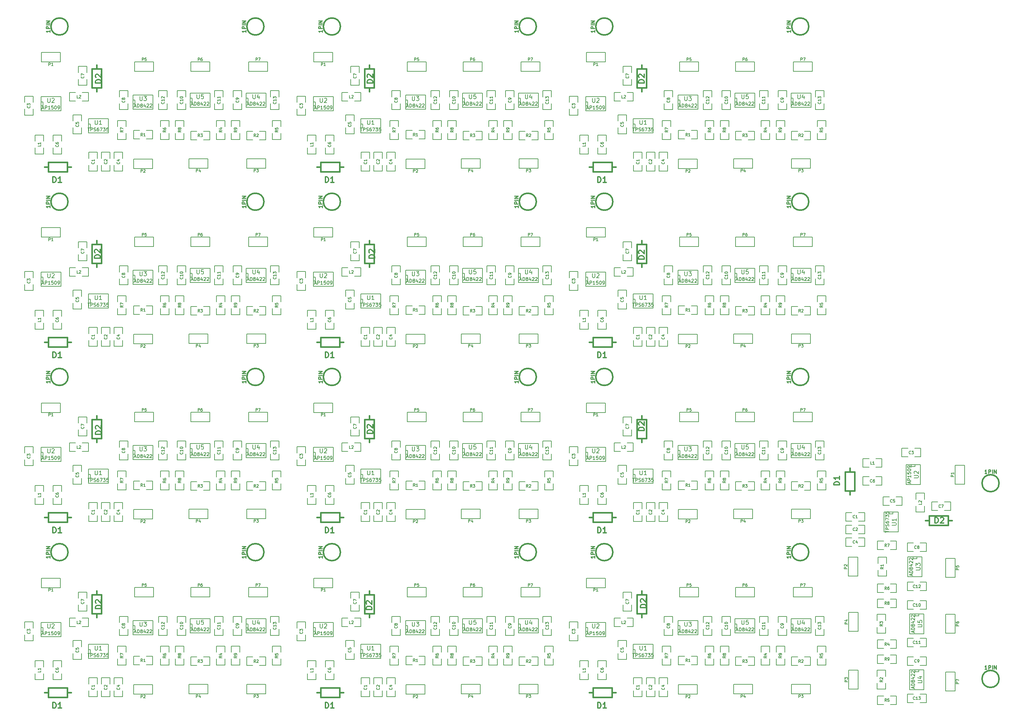
<source format=gto>
%FSLAX34Y34*%
G04 Gerber Fmt 3.4, Leading zero omitted, Abs format*
G04 (created by PCBNEW (2013-12-18 BZR 4557)-product) date mar 24 dic 2013 13:02:53 CLST*
%MOIN*%
G01*
G70*
G90*
G04 APERTURE LIST*
%ADD10C,0.005906*%
%ADD11C,0.015000*%
%ADD12C,0.005000*%
%ADD13C,0.006000*%
%ADD14C,0.010000*%
%ADD15C,0.012000*%
G04 APERTURE END LIST*
G54D10*
G54D11*
X88892Y-23818D02*
G75*
G03X88892Y-23818I-900J0D01*
G74*
G01*
G54D12*
X81115Y-32294D02*
X81115Y-32344D01*
X81115Y-32344D02*
X83215Y-32344D01*
X83215Y-30844D02*
X81115Y-30844D01*
X81115Y-30844D02*
X81115Y-32294D01*
X81115Y-31394D02*
X81315Y-31394D01*
X81315Y-31394D02*
X81315Y-31794D01*
X81315Y-31794D02*
X81115Y-31794D01*
X83215Y-30844D02*
X83215Y-32344D01*
X87020Y-32294D02*
X87020Y-32344D01*
X87020Y-32344D02*
X89120Y-32344D01*
X89120Y-30844D02*
X87020Y-30844D01*
X87020Y-30844D02*
X87020Y-32294D01*
X87020Y-31394D02*
X87220Y-31394D01*
X87220Y-31394D02*
X87220Y-31794D01*
X87220Y-31794D02*
X87020Y-31794D01*
X89120Y-30844D02*
X89120Y-32344D01*
X75091Y-32491D02*
X75091Y-32541D01*
X75091Y-32541D02*
X77191Y-32541D01*
X77191Y-31041D02*
X75091Y-31041D01*
X75091Y-31041D02*
X75091Y-32491D01*
X75091Y-31591D02*
X75291Y-31591D01*
X75291Y-31591D02*
X75291Y-31991D01*
X75291Y-31991D02*
X75091Y-31991D01*
X77191Y-31041D02*
X77191Y-32541D01*
X65367Y-32688D02*
X65367Y-32738D01*
X65367Y-32738D02*
X67467Y-32738D01*
X67467Y-31238D02*
X65367Y-31238D01*
X65367Y-31238D02*
X65367Y-32688D01*
X65367Y-31788D02*
X65567Y-31788D01*
X65567Y-31788D02*
X65567Y-32188D01*
X65567Y-32188D02*
X65367Y-32188D01*
X67467Y-31238D02*
X67467Y-32738D01*
X70367Y-35011D02*
X70367Y-35061D01*
X70367Y-35061D02*
X72467Y-35061D01*
X72467Y-33561D02*
X70367Y-33561D01*
X70367Y-33561D02*
X70367Y-35011D01*
X70367Y-34111D02*
X70567Y-34111D01*
X70567Y-34111D02*
X70567Y-34511D01*
X70567Y-34511D02*
X70367Y-34511D01*
X72467Y-33561D02*
X72467Y-35061D01*
X85455Y-35744D02*
X86355Y-35744D01*
X86355Y-35744D02*
X86355Y-35094D01*
X85455Y-34394D02*
X85455Y-33744D01*
X85455Y-33744D02*
X86355Y-33744D01*
X86355Y-33744D02*
X86355Y-34394D01*
X85455Y-35094D02*
X85455Y-35744D01*
X79550Y-35744D02*
X80450Y-35744D01*
X80450Y-35744D02*
X80450Y-35094D01*
X79550Y-34394D02*
X79550Y-33744D01*
X79550Y-33744D02*
X80450Y-33744D01*
X80450Y-33744D02*
X80450Y-34394D01*
X79550Y-35094D02*
X79550Y-35744D01*
X73447Y-35744D02*
X74347Y-35744D01*
X74347Y-35744D02*
X74347Y-35094D01*
X73447Y-34394D02*
X73447Y-33744D01*
X73447Y-33744D02*
X74347Y-33744D01*
X74347Y-33744D02*
X74347Y-34394D01*
X73447Y-35094D02*
X73447Y-35744D01*
X77975Y-35744D02*
X78875Y-35744D01*
X78875Y-35744D02*
X78875Y-35094D01*
X77975Y-34394D02*
X77975Y-33744D01*
X77975Y-33744D02*
X78875Y-33744D01*
X78875Y-33744D02*
X78875Y-34394D01*
X77975Y-35094D02*
X77975Y-35744D01*
X89786Y-35744D02*
X90686Y-35744D01*
X90686Y-35744D02*
X90686Y-35094D01*
X89786Y-34394D02*
X89786Y-33744D01*
X89786Y-33744D02*
X90686Y-33744D01*
X90686Y-33744D02*
X90686Y-34394D01*
X89786Y-35094D02*
X89786Y-35744D01*
X83880Y-35744D02*
X84780Y-35744D01*
X84780Y-35744D02*
X84780Y-35094D01*
X83880Y-34394D02*
X83880Y-33744D01*
X83880Y-33744D02*
X84780Y-33744D01*
X84780Y-33744D02*
X84780Y-34394D01*
X83880Y-35094D02*
X83880Y-35744D01*
X81165Y-34884D02*
X81165Y-35784D01*
X81165Y-35784D02*
X81815Y-35784D01*
X82515Y-34884D02*
X83165Y-34884D01*
X83165Y-34884D02*
X83165Y-35784D01*
X83165Y-35784D02*
X82515Y-35784D01*
X81815Y-34884D02*
X81165Y-34884D01*
X87070Y-34884D02*
X87070Y-35784D01*
X87070Y-35784D02*
X87720Y-35784D01*
X88420Y-34884D02*
X89070Y-34884D01*
X89070Y-34884D02*
X89070Y-35784D01*
X89070Y-35784D02*
X88420Y-35784D01*
X87720Y-34884D02*
X87070Y-34884D01*
X75141Y-34805D02*
X75141Y-35705D01*
X75141Y-35705D02*
X75791Y-35705D01*
X76491Y-34805D02*
X77141Y-34805D01*
X77141Y-34805D02*
X77141Y-35705D01*
X77141Y-35705D02*
X76491Y-35705D01*
X75791Y-34805D02*
X75141Y-34805D01*
G54D13*
X87267Y-28551D02*
X87267Y-27551D01*
X87267Y-27551D02*
X89267Y-27551D01*
X89267Y-27551D02*
X89267Y-28551D01*
X89267Y-28551D02*
X87267Y-28551D01*
X81165Y-28551D02*
X81165Y-27551D01*
X81165Y-27551D02*
X83165Y-27551D01*
X83165Y-27551D02*
X83165Y-28551D01*
X83165Y-28551D02*
X81165Y-28551D01*
X75259Y-28551D02*
X75259Y-27551D01*
X75259Y-27551D02*
X77259Y-27551D01*
X77259Y-27551D02*
X77259Y-28551D01*
X77259Y-28551D02*
X75259Y-28551D01*
X82968Y-37787D02*
X82968Y-38787D01*
X82968Y-38787D02*
X80968Y-38787D01*
X80968Y-38787D02*
X80968Y-37787D01*
X80968Y-37787D02*
X82968Y-37787D01*
X89070Y-37787D02*
X89070Y-38787D01*
X89070Y-38787D02*
X87070Y-38787D01*
X87070Y-38787D02*
X87070Y-37787D01*
X87070Y-37787D02*
X89070Y-37787D01*
X77141Y-37826D02*
X77141Y-38826D01*
X77141Y-38826D02*
X75141Y-38826D01*
X75141Y-38826D02*
X75141Y-37826D01*
X75141Y-37826D02*
X77141Y-37826D01*
X67417Y-26566D02*
X67417Y-27566D01*
X67417Y-27566D02*
X65417Y-27566D01*
X65417Y-27566D02*
X65417Y-26566D01*
X65417Y-26566D02*
X67417Y-26566D01*
G54D12*
X68370Y-30790D02*
X68370Y-31690D01*
X68370Y-31690D02*
X69020Y-31690D01*
X69720Y-30790D02*
X70370Y-30790D01*
X70370Y-30790D02*
X70370Y-31690D01*
X70370Y-31690D02*
X69720Y-31690D01*
X69020Y-30790D02*
X68370Y-30790D01*
X64746Y-37279D02*
X65646Y-37279D01*
X65646Y-37279D02*
X65646Y-36629D01*
X64746Y-35929D02*
X64746Y-35279D01*
X64746Y-35279D02*
X65646Y-35279D01*
X65646Y-35279D02*
X65646Y-35929D01*
X64746Y-36629D02*
X64746Y-37279D01*
G54D11*
X71259Y-28302D02*
X71259Y-27902D01*
X71259Y-30302D02*
X71259Y-30702D01*
X71759Y-28302D02*
X71759Y-30302D01*
X71759Y-30302D02*
X70759Y-30302D01*
X70759Y-30302D02*
X70759Y-28302D01*
X70759Y-28302D02*
X71759Y-28302D01*
X68134Y-38641D02*
X68534Y-38641D01*
X66134Y-38641D02*
X65734Y-38641D01*
X68134Y-39141D02*
X66134Y-39141D01*
X66134Y-39141D02*
X66134Y-38141D01*
X66134Y-38141D02*
X68134Y-38141D01*
X68134Y-38141D02*
X68134Y-39141D01*
G54D12*
X89589Y-32594D02*
X90489Y-32594D01*
X90489Y-32594D02*
X90489Y-31944D01*
X89589Y-31244D02*
X89589Y-30594D01*
X89589Y-30594D02*
X90489Y-30594D01*
X90489Y-30594D02*
X90489Y-31244D01*
X89589Y-31944D02*
X89589Y-32594D01*
X77778Y-32594D02*
X78678Y-32594D01*
X78678Y-32594D02*
X78678Y-31944D01*
X77778Y-31244D02*
X77778Y-30594D01*
X77778Y-30594D02*
X78678Y-30594D01*
X78678Y-30594D02*
X78678Y-31244D01*
X77778Y-31944D02*
X77778Y-32594D01*
X83683Y-32594D02*
X84583Y-32594D01*
X84583Y-32594D02*
X84583Y-31944D01*
X83683Y-31244D02*
X83683Y-30594D01*
X83683Y-30594D02*
X84583Y-30594D01*
X84583Y-30594D02*
X84583Y-31244D01*
X83683Y-31944D02*
X83683Y-32594D01*
X79746Y-32594D02*
X80646Y-32594D01*
X80646Y-32594D02*
X80646Y-31944D01*
X79746Y-31244D02*
X79746Y-30594D01*
X79746Y-30594D02*
X80646Y-30594D01*
X80646Y-30594D02*
X80646Y-31244D01*
X79746Y-31944D02*
X79746Y-32594D01*
X85652Y-32594D02*
X86552Y-32594D01*
X86552Y-32594D02*
X86552Y-31944D01*
X85652Y-31244D02*
X85652Y-30594D01*
X85652Y-30594D02*
X86552Y-30594D01*
X86552Y-30594D02*
X86552Y-31244D01*
X85652Y-31944D02*
X85652Y-32594D01*
X73644Y-32594D02*
X74544Y-32594D01*
X74544Y-32594D02*
X74544Y-31944D01*
X73644Y-31244D02*
X73644Y-30594D01*
X73644Y-30594D02*
X74544Y-30594D01*
X74544Y-30594D02*
X74544Y-31244D01*
X73644Y-31944D02*
X73644Y-32594D01*
X69313Y-30035D02*
X70213Y-30035D01*
X70213Y-30035D02*
X70213Y-29385D01*
X69313Y-28685D02*
X69313Y-28035D01*
X69313Y-28035D02*
X70213Y-28035D01*
X70213Y-28035D02*
X70213Y-28685D01*
X69313Y-29385D02*
X69313Y-30035D01*
X66636Y-37279D02*
X67536Y-37279D01*
X67536Y-37279D02*
X67536Y-36629D01*
X66636Y-35929D02*
X66636Y-35279D01*
X66636Y-35279D02*
X67536Y-35279D01*
X67536Y-35279D02*
X67536Y-35929D01*
X66636Y-36629D02*
X66636Y-37279D01*
X68762Y-35153D02*
X69662Y-35153D01*
X69662Y-35153D02*
X69662Y-34503D01*
X68762Y-33803D02*
X68762Y-33153D01*
X68762Y-33153D02*
X69662Y-33153D01*
X69662Y-33153D02*
X69662Y-33803D01*
X68762Y-34503D02*
X68762Y-35153D01*
X73093Y-39090D02*
X73993Y-39090D01*
X73993Y-39090D02*
X73993Y-38440D01*
X73093Y-37740D02*
X73093Y-37090D01*
X73093Y-37090D02*
X73993Y-37090D01*
X73993Y-37090D02*
X73993Y-37740D01*
X73093Y-38440D02*
X73093Y-39090D01*
X64544Y-31185D02*
X63644Y-31185D01*
X63644Y-31185D02*
X63644Y-31835D01*
X64544Y-32535D02*
X64544Y-33185D01*
X64544Y-33185D02*
X63644Y-33185D01*
X63644Y-33185D02*
X63644Y-32535D01*
X64544Y-31835D02*
X64544Y-31185D01*
X71754Y-39090D02*
X72654Y-39090D01*
X72654Y-39090D02*
X72654Y-38440D01*
X71754Y-37740D02*
X71754Y-37090D01*
X71754Y-37090D02*
X72654Y-37090D01*
X72654Y-37090D02*
X72654Y-37740D01*
X71754Y-38440D02*
X71754Y-39090D01*
X70416Y-39090D02*
X71316Y-39090D01*
X71316Y-39090D02*
X71316Y-38440D01*
X70416Y-37740D02*
X70416Y-37090D01*
X70416Y-37090D02*
X71316Y-37090D01*
X71316Y-37090D02*
X71316Y-37740D01*
X70416Y-38440D02*
X70416Y-39090D01*
G54D11*
X68222Y-23818D02*
G75*
G03X68222Y-23818I-900J0D01*
G74*
G01*
X68222Y-42322D02*
G75*
G03X68222Y-42322I-900J0D01*
G74*
G01*
G54D12*
X70416Y-57594D02*
X71316Y-57594D01*
X71316Y-57594D02*
X71316Y-56944D01*
X70416Y-56244D02*
X70416Y-55594D01*
X70416Y-55594D02*
X71316Y-55594D01*
X71316Y-55594D02*
X71316Y-56244D01*
X70416Y-56944D02*
X70416Y-57594D01*
X71754Y-57594D02*
X72654Y-57594D01*
X72654Y-57594D02*
X72654Y-56944D01*
X71754Y-56244D02*
X71754Y-55594D01*
X71754Y-55594D02*
X72654Y-55594D01*
X72654Y-55594D02*
X72654Y-56244D01*
X71754Y-56944D02*
X71754Y-57594D01*
X64544Y-49688D02*
X63644Y-49688D01*
X63644Y-49688D02*
X63644Y-50338D01*
X64544Y-51038D02*
X64544Y-51688D01*
X64544Y-51688D02*
X63644Y-51688D01*
X63644Y-51688D02*
X63644Y-51038D01*
X64544Y-50338D02*
X64544Y-49688D01*
X73093Y-57594D02*
X73993Y-57594D01*
X73993Y-57594D02*
X73993Y-56944D01*
X73093Y-56244D02*
X73093Y-55594D01*
X73093Y-55594D02*
X73993Y-55594D01*
X73993Y-55594D02*
X73993Y-56244D01*
X73093Y-56944D02*
X73093Y-57594D01*
X68762Y-53657D02*
X69662Y-53657D01*
X69662Y-53657D02*
X69662Y-53007D01*
X68762Y-52307D02*
X68762Y-51657D01*
X68762Y-51657D02*
X69662Y-51657D01*
X69662Y-51657D02*
X69662Y-52307D01*
X68762Y-53007D02*
X68762Y-53657D01*
X66636Y-55783D02*
X67536Y-55783D01*
X67536Y-55783D02*
X67536Y-55133D01*
X66636Y-54433D02*
X66636Y-53783D01*
X66636Y-53783D02*
X67536Y-53783D01*
X67536Y-53783D02*
X67536Y-54433D01*
X66636Y-55133D02*
X66636Y-55783D01*
X69313Y-48539D02*
X70213Y-48539D01*
X70213Y-48539D02*
X70213Y-47889D01*
X69313Y-47189D02*
X69313Y-46539D01*
X69313Y-46539D02*
X70213Y-46539D01*
X70213Y-46539D02*
X70213Y-47189D01*
X69313Y-47889D02*
X69313Y-48539D01*
X73644Y-51098D02*
X74544Y-51098D01*
X74544Y-51098D02*
X74544Y-50448D01*
X73644Y-49748D02*
X73644Y-49098D01*
X73644Y-49098D02*
X74544Y-49098D01*
X74544Y-49098D02*
X74544Y-49748D01*
X73644Y-50448D02*
X73644Y-51098D01*
X85652Y-51098D02*
X86552Y-51098D01*
X86552Y-51098D02*
X86552Y-50448D01*
X85652Y-49748D02*
X85652Y-49098D01*
X85652Y-49098D02*
X86552Y-49098D01*
X86552Y-49098D02*
X86552Y-49748D01*
X85652Y-50448D02*
X85652Y-51098D01*
X79746Y-51098D02*
X80646Y-51098D01*
X80646Y-51098D02*
X80646Y-50448D01*
X79746Y-49748D02*
X79746Y-49098D01*
X79746Y-49098D02*
X80646Y-49098D01*
X80646Y-49098D02*
X80646Y-49748D01*
X79746Y-50448D02*
X79746Y-51098D01*
X83683Y-51098D02*
X84583Y-51098D01*
X84583Y-51098D02*
X84583Y-50448D01*
X83683Y-49748D02*
X83683Y-49098D01*
X83683Y-49098D02*
X84583Y-49098D01*
X84583Y-49098D02*
X84583Y-49748D01*
X83683Y-50448D02*
X83683Y-51098D01*
X77778Y-51098D02*
X78678Y-51098D01*
X78678Y-51098D02*
X78678Y-50448D01*
X77778Y-49748D02*
X77778Y-49098D01*
X77778Y-49098D02*
X78678Y-49098D01*
X78678Y-49098D02*
X78678Y-49748D01*
X77778Y-50448D02*
X77778Y-51098D01*
X89589Y-51098D02*
X90489Y-51098D01*
X90489Y-51098D02*
X90489Y-50448D01*
X89589Y-49748D02*
X89589Y-49098D01*
X89589Y-49098D02*
X90489Y-49098D01*
X90489Y-49098D02*
X90489Y-49748D01*
X89589Y-50448D02*
X89589Y-51098D01*
G54D11*
X68134Y-57145D02*
X68534Y-57145D01*
X66134Y-57145D02*
X65734Y-57145D01*
X68134Y-57645D02*
X66134Y-57645D01*
X66134Y-57645D02*
X66134Y-56645D01*
X66134Y-56645D02*
X68134Y-56645D01*
X68134Y-56645D02*
X68134Y-57645D01*
X71259Y-46806D02*
X71259Y-46406D01*
X71259Y-48806D02*
X71259Y-49206D01*
X71759Y-46806D02*
X71759Y-48806D01*
X71759Y-48806D02*
X70759Y-48806D01*
X70759Y-48806D02*
X70759Y-46806D01*
X70759Y-46806D02*
X71759Y-46806D01*
G54D12*
X64746Y-55783D02*
X65646Y-55783D01*
X65646Y-55783D02*
X65646Y-55133D01*
X64746Y-54433D02*
X64746Y-53783D01*
X64746Y-53783D02*
X65646Y-53783D01*
X65646Y-53783D02*
X65646Y-54433D01*
X64746Y-55133D02*
X64746Y-55783D01*
X68370Y-49294D02*
X68370Y-50194D01*
X68370Y-50194D02*
X69020Y-50194D01*
X69720Y-49294D02*
X70370Y-49294D01*
X70370Y-49294D02*
X70370Y-50194D01*
X70370Y-50194D02*
X69720Y-50194D01*
X69020Y-49294D02*
X68370Y-49294D01*
G54D13*
X67417Y-45070D02*
X67417Y-46070D01*
X67417Y-46070D02*
X65417Y-46070D01*
X65417Y-46070D02*
X65417Y-45070D01*
X65417Y-45070D02*
X67417Y-45070D01*
X77141Y-56330D02*
X77141Y-57330D01*
X77141Y-57330D02*
X75141Y-57330D01*
X75141Y-57330D02*
X75141Y-56330D01*
X75141Y-56330D02*
X77141Y-56330D01*
X89070Y-56291D02*
X89070Y-57291D01*
X89070Y-57291D02*
X87070Y-57291D01*
X87070Y-57291D02*
X87070Y-56291D01*
X87070Y-56291D02*
X89070Y-56291D01*
X82968Y-56291D02*
X82968Y-57291D01*
X82968Y-57291D02*
X80968Y-57291D01*
X80968Y-57291D02*
X80968Y-56291D01*
X80968Y-56291D02*
X82968Y-56291D01*
X75259Y-47055D02*
X75259Y-46055D01*
X75259Y-46055D02*
X77259Y-46055D01*
X77259Y-46055D02*
X77259Y-47055D01*
X77259Y-47055D02*
X75259Y-47055D01*
X81165Y-47055D02*
X81165Y-46055D01*
X81165Y-46055D02*
X83165Y-46055D01*
X83165Y-46055D02*
X83165Y-47055D01*
X83165Y-47055D02*
X81165Y-47055D01*
X87267Y-47055D02*
X87267Y-46055D01*
X87267Y-46055D02*
X89267Y-46055D01*
X89267Y-46055D02*
X89267Y-47055D01*
X89267Y-47055D02*
X87267Y-47055D01*
G54D12*
X75141Y-53309D02*
X75141Y-54209D01*
X75141Y-54209D02*
X75791Y-54209D01*
X76491Y-53309D02*
X77141Y-53309D01*
X77141Y-53309D02*
X77141Y-54209D01*
X77141Y-54209D02*
X76491Y-54209D01*
X75791Y-53309D02*
X75141Y-53309D01*
X87070Y-53388D02*
X87070Y-54288D01*
X87070Y-54288D02*
X87720Y-54288D01*
X88420Y-53388D02*
X89070Y-53388D01*
X89070Y-53388D02*
X89070Y-54288D01*
X89070Y-54288D02*
X88420Y-54288D01*
X87720Y-53388D02*
X87070Y-53388D01*
X81165Y-53388D02*
X81165Y-54288D01*
X81165Y-54288D02*
X81815Y-54288D01*
X82515Y-53388D02*
X83165Y-53388D01*
X83165Y-53388D02*
X83165Y-54288D01*
X83165Y-54288D02*
X82515Y-54288D01*
X81815Y-53388D02*
X81165Y-53388D01*
X83880Y-54248D02*
X84780Y-54248D01*
X84780Y-54248D02*
X84780Y-53598D01*
X83880Y-52898D02*
X83880Y-52248D01*
X83880Y-52248D02*
X84780Y-52248D01*
X84780Y-52248D02*
X84780Y-52898D01*
X83880Y-53598D02*
X83880Y-54248D01*
X89786Y-54248D02*
X90686Y-54248D01*
X90686Y-54248D02*
X90686Y-53598D01*
X89786Y-52898D02*
X89786Y-52248D01*
X89786Y-52248D02*
X90686Y-52248D01*
X90686Y-52248D02*
X90686Y-52898D01*
X89786Y-53598D02*
X89786Y-54248D01*
X77975Y-54248D02*
X78875Y-54248D01*
X78875Y-54248D02*
X78875Y-53598D01*
X77975Y-52898D02*
X77975Y-52248D01*
X77975Y-52248D02*
X78875Y-52248D01*
X78875Y-52248D02*
X78875Y-52898D01*
X77975Y-53598D02*
X77975Y-54248D01*
X73447Y-54248D02*
X74347Y-54248D01*
X74347Y-54248D02*
X74347Y-53598D01*
X73447Y-52898D02*
X73447Y-52248D01*
X73447Y-52248D02*
X74347Y-52248D01*
X74347Y-52248D02*
X74347Y-52898D01*
X73447Y-53598D02*
X73447Y-54248D01*
X79550Y-54248D02*
X80450Y-54248D01*
X80450Y-54248D02*
X80450Y-53598D01*
X79550Y-52898D02*
X79550Y-52248D01*
X79550Y-52248D02*
X80450Y-52248D01*
X80450Y-52248D02*
X80450Y-52898D01*
X79550Y-53598D02*
X79550Y-54248D01*
X85455Y-54248D02*
X86355Y-54248D01*
X86355Y-54248D02*
X86355Y-53598D01*
X85455Y-52898D02*
X85455Y-52248D01*
X85455Y-52248D02*
X86355Y-52248D01*
X86355Y-52248D02*
X86355Y-52898D01*
X85455Y-53598D02*
X85455Y-54248D01*
X70367Y-53514D02*
X70367Y-53564D01*
X70367Y-53564D02*
X72467Y-53564D01*
X72467Y-52064D02*
X70367Y-52064D01*
X70367Y-52064D02*
X70367Y-53514D01*
X70367Y-52614D02*
X70567Y-52614D01*
X70567Y-52614D02*
X70567Y-53014D01*
X70567Y-53014D02*
X70367Y-53014D01*
X72467Y-52064D02*
X72467Y-53564D01*
X65367Y-51192D02*
X65367Y-51242D01*
X65367Y-51242D02*
X67467Y-51242D01*
X67467Y-49742D02*
X65367Y-49742D01*
X65367Y-49742D02*
X65367Y-51192D01*
X65367Y-50292D02*
X65567Y-50292D01*
X65567Y-50292D02*
X65567Y-50692D01*
X65567Y-50692D02*
X65367Y-50692D01*
X67467Y-49742D02*
X67467Y-51242D01*
X75091Y-50995D02*
X75091Y-51045D01*
X75091Y-51045D02*
X77191Y-51045D01*
X77191Y-49545D02*
X75091Y-49545D01*
X75091Y-49545D02*
X75091Y-50995D01*
X75091Y-50095D02*
X75291Y-50095D01*
X75291Y-50095D02*
X75291Y-50495D01*
X75291Y-50495D02*
X75091Y-50495D01*
X77191Y-49545D02*
X77191Y-51045D01*
X87020Y-50798D02*
X87020Y-50848D01*
X87020Y-50848D02*
X89120Y-50848D01*
X89120Y-49348D02*
X87020Y-49348D01*
X87020Y-49348D02*
X87020Y-50798D01*
X87020Y-49898D02*
X87220Y-49898D01*
X87220Y-49898D02*
X87220Y-50298D01*
X87220Y-50298D02*
X87020Y-50298D01*
X89120Y-49348D02*
X89120Y-50848D01*
X81115Y-50798D02*
X81115Y-50848D01*
X81115Y-50848D02*
X83215Y-50848D01*
X83215Y-49348D02*
X81115Y-49348D01*
X81115Y-49348D02*
X81115Y-50798D01*
X81115Y-49898D02*
X81315Y-49898D01*
X81315Y-49898D02*
X81315Y-50298D01*
X81315Y-50298D02*
X81115Y-50298D01*
X83215Y-49348D02*
X83215Y-50848D01*
G54D11*
X88892Y-42322D02*
G75*
G03X88892Y-42322I-900J0D01*
G74*
G01*
X68222Y-5314D02*
G75*
G03X68222Y-5314I-900J0D01*
G74*
G01*
G54D12*
X70416Y-20586D02*
X71316Y-20586D01*
X71316Y-20586D02*
X71316Y-19936D01*
X70416Y-19236D02*
X70416Y-18586D01*
X70416Y-18586D02*
X71316Y-18586D01*
X71316Y-18586D02*
X71316Y-19236D01*
X70416Y-19936D02*
X70416Y-20586D01*
X71754Y-20586D02*
X72654Y-20586D01*
X72654Y-20586D02*
X72654Y-19936D01*
X71754Y-19236D02*
X71754Y-18586D01*
X71754Y-18586D02*
X72654Y-18586D01*
X72654Y-18586D02*
X72654Y-19236D01*
X71754Y-19936D02*
X71754Y-20586D01*
X64544Y-12681D02*
X63644Y-12681D01*
X63644Y-12681D02*
X63644Y-13331D01*
X64544Y-14031D02*
X64544Y-14681D01*
X64544Y-14681D02*
X63644Y-14681D01*
X63644Y-14681D02*
X63644Y-14031D01*
X64544Y-13331D02*
X64544Y-12681D01*
X73093Y-20586D02*
X73993Y-20586D01*
X73993Y-20586D02*
X73993Y-19936D01*
X73093Y-19236D02*
X73093Y-18586D01*
X73093Y-18586D02*
X73993Y-18586D01*
X73993Y-18586D02*
X73993Y-19236D01*
X73093Y-19936D02*
X73093Y-20586D01*
X68762Y-16649D02*
X69662Y-16649D01*
X69662Y-16649D02*
X69662Y-15999D01*
X68762Y-15299D02*
X68762Y-14649D01*
X68762Y-14649D02*
X69662Y-14649D01*
X69662Y-14649D02*
X69662Y-15299D01*
X68762Y-15999D02*
X68762Y-16649D01*
X66636Y-18775D02*
X67536Y-18775D01*
X67536Y-18775D02*
X67536Y-18125D01*
X66636Y-17425D02*
X66636Y-16775D01*
X66636Y-16775D02*
X67536Y-16775D01*
X67536Y-16775D02*
X67536Y-17425D01*
X66636Y-18125D02*
X66636Y-18775D01*
X69313Y-11531D02*
X70213Y-11531D01*
X70213Y-11531D02*
X70213Y-10881D01*
X69313Y-10181D02*
X69313Y-9531D01*
X69313Y-9531D02*
X70213Y-9531D01*
X70213Y-9531D02*
X70213Y-10181D01*
X69313Y-10881D02*
X69313Y-11531D01*
X73644Y-14090D02*
X74544Y-14090D01*
X74544Y-14090D02*
X74544Y-13440D01*
X73644Y-12740D02*
X73644Y-12090D01*
X73644Y-12090D02*
X74544Y-12090D01*
X74544Y-12090D02*
X74544Y-12740D01*
X73644Y-13440D02*
X73644Y-14090D01*
X85652Y-14090D02*
X86552Y-14090D01*
X86552Y-14090D02*
X86552Y-13440D01*
X85652Y-12740D02*
X85652Y-12090D01*
X85652Y-12090D02*
X86552Y-12090D01*
X86552Y-12090D02*
X86552Y-12740D01*
X85652Y-13440D02*
X85652Y-14090D01*
X79746Y-14090D02*
X80646Y-14090D01*
X80646Y-14090D02*
X80646Y-13440D01*
X79746Y-12740D02*
X79746Y-12090D01*
X79746Y-12090D02*
X80646Y-12090D01*
X80646Y-12090D02*
X80646Y-12740D01*
X79746Y-13440D02*
X79746Y-14090D01*
X83683Y-14090D02*
X84583Y-14090D01*
X84583Y-14090D02*
X84583Y-13440D01*
X83683Y-12740D02*
X83683Y-12090D01*
X83683Y-12090D02*
X84583Y-12090D01*
X84583Y-12090D02*
X84583Y-12740D01*
X83683Y-13440D02*
X83683Y-14090D01*
X77778Y-14090D02*
X78678Y-14090D01*
X78678Y-14090D02*
X78678Y-13440D01*
X77778Y-12740D02*
X77778Y-12090D01*
X77778Y-12090D02*
X78678Y-12090D01*
X78678Y-12090D02*
X78678Y-12740D01*
X77778Y-13440D02*
X77778Y-14090D01*
X89589Y-14090D02*
X90489Y-14090D01*
X90489Y-14090D02*
X90489Y-13440D01*
X89589Y-12740D02*
X89589Y-12090D01*
X89589Y-12090D02*
X90489Y-12090D01*
X90489Y-12090D02*
X90489Y-12740D01*
X89589Y-13440D02*
X89589Y-14090D01*
G54D11*
X68134Y-20137D02*
X68534Y-20137D01*
X66134Y-20137D02*
X65734Y-20137D01*
X68134Y-20637D02*
X66134Y-20637D01*
X66134Y-20637D02*
X66134Y-19637D01*
X66134Y-19637D02*
X68134Y-19637D01*
X68134Y-19637D02*
X68134Y-20637D01*
X71259Y-9798D02*
X71259Y-9398D01*
X71259Y-11798D02*
X71259Y-12198D01*
X71759Y-9798D02*
X71759Y-11798D01*
X71759Y-11798D02*
X70759Y-11798D01*
X70759Y-11798D02*
X70759Y-9798D01*
X70759Y-9798D02*
X71759Y-9798D01*
G54D12*
X64746Y-18775D02*
X65646Y-18775D01*
X65646Y-18775D02*
X65646Y-18125D01*
X64746Y-17425D02*
X64746Y-16775D01*
X64746Y-16775D02*
X65646Y-16775D01*
X65646Y-16775D02*
X65646Y-17425D01*
X64746Y-18125D02*
X64746Y-18775D01*
X68370Y-12286D02*
X68370Y-13186D01*
X68370Y-13186D02*
X69020Y-13186D01*
X69720Y-12286D02*
X70370Y-12286D01*
X70370Y-12286D02*
X70370Y-13186D01*
X70370Y-13186D02*
X69720Y-13186D01*
X69020Y-12286D02*
X68370Y-12286D01*
G54D13*
X67417Y-8062D02*
X67417Y-9062D01*
X67417Y-9062D02*
X65417Y-9062D01*
X65417Y-9062D02*
X65417Y-8062D01*
X65417Y-8062D02*
X67417Y-8062D01*
X77141Y-19322D02*
X77141Y-20322D01*
X77141Y-20322D02*
X75141Y-20322D01*
X75141Y-20322D02*
X75141Y-19322D01*
X75141Y-19322D02*
X77141Y-19322D01*
X89070Y-19283D02*
X89070Y-20283D01*
X89070Y-20283D02*
X87070Y-20283D01*
X87070Y-20283D02*
X87070Y-19283D01*
X87070Y-19283D02*
X89070Y-19283D01*
X82968Y-19283D02*
X82968Y-20283D01*
X82968Y-20283D02*
X80968Y-20283D01*
X80968Y-20283D02*
X80968Y-19283D01*
X80968Y-19283D02*
X82968Y-19283D01*
X75259Y-10047D02*
X75259Y-9047D01*
X75259Y-9047D02*
X77259Y-9047D01*
X77259Y-9047D02*
X77259Y-10047D01*
X77259Y-10047D02*
X75259Y-10047D01*
X81165Y-10047D02*
X81165Y-9047D01*
X81165Y-9047D02*
X83165Y-9047D01*
X83165Y-9047D02*
X83165Y-10047D01*
X83165Y-10047D02*
X81165Y-10047D01*
X87267Y-10047D02*
X87267Y-9047D01*
X87267Y-9047D02*
X89267Y-9047D01*
X89267Y-9047D02*
X89267Y-10047D01*
X89267Y-10047D02*
X87267Y-10047D01*
G54D12*
X75141Y-16301D02*
X75141Y-17201D01*
X75141Y-17201D02*
X75791Y-17201D01*
X76491Y-16301D02*
X77141Y-16301D01*
X77141Y-16301D02*
X77141Y-17201D01*
X77141Y-17201D02*
X76491Y-17201D01*
X75791Y-16301D02*
X75141Y-16301D01*
X87070Y-16380D02*
X87070Y-17280D01*
X87070Y-17280D02*
X87720Y-17280D01*
X88420Y-16380D02*
X89070Y-16380D01*
X89070Y-16380D02*
X89070Y-17280D01*
X89070Y-17280D02*
X88420Y-17280D01*
X87720Y-16380D02*
X87070Y-16380D01*
X81165Y-16380D02*
X81165Y-17280D01*
X81165Y-17280D02*
X81815Y-17280D01*
X82515Y-16380D02*
X83165Y-16380D01*
X83165Y-16380D02*
X83165Y-17280D01*
X83165Y-17280D02*
X82515Y-17280D01*
X81815Y-16380D02*
X81165Y-16380D01*
X83880Y-17240D02*
X84780Y-17240D01*
X84780Y-17240D02*
X84780Y-16590D01*
X83880Y-15890D02*
X83880Y-15240D01*
X83880Y-15240D02*
X84780Y-15240D01*
X84780Y-15240D02*
X84780Y-15890D01*
X83880Y-16590D02*
X83880Y-17240D01*
X89786Y-17240D02*
X90686Y-17240D01*
X90686Y-17240D02*
X90686Y-16590D01*
X89786Y-15890D02*
X89786Y-15240D01*
X89786Y-15240D02*
X90686Y-15240D01*
X90686Y-15240D02*
X90686Y-15890D01*
X89786Y-16590D02*
X89786Y-17240D01*
X77975Y-17240D02*
X78875Y-17240D01*
X78875Y-17240D02*
X78875Y-16590D01*
X77975Y-15890D02*
X77975Y-15240D01*
X77975Y-15240D02*
X78875Y-15240D01*
X78875Y-15240D02*
X78875Y-15890D01*
X77975Y-16590D02*
X77975Y-17240D01*
X73447Y-17240D02*
X74347Y-17240D01*
X74347Y-17240D02*
X74347Y-16590D01*
X73447Y-15890D02*
X73447Y-15240D01*
X73447Y-15240D02*
X74347Y-15240D01*
X74347Y-15240D02*
X74347Y-15890D01*
X73447Y-16590D02*
X73447Y-17240D01*
X79550Y-17240D02*
X80450Y-17240D01*
X80450Y-17240D02*
X80450Y-16590D01*
X79550Y-15890D02*
X79550Y-15240D01*
X79550Y-15240D02*
X80450Y-15240D01*
X80450Y-15240D02*
X80450Y-15890D01*
X79550Y-16590D02*
X79550Y-17240D01*
X85455Y-17240D02*
X86355Y-17240D01*
X86355Y-17240D02*
X86355Y-16590D01*
X85455Y-15890D02*
X85455Y-15240D01*
X85455Y-15240D02*
X86355Y-15240D01*
X86355Y-15240D02*
X86355Y-15890D01*
X85455Y-16590D02*
X85455Y-17240D01*
X70367Y-16507D02*
X70367Y-16557D01*
X70367Y-16557D02*
X72467Y-16557D01*
X72467Y-15057D02*
X70367Y-15057D01*
X70367Y-15057D02*
X70367Y-16507D01*
X70367Y-15607D02*
X70567Y-15607D01*
X70567Y-15607D02*
X70567Y-16007D01*
X70567Y-16007D02*
X70367Y-16007D01*
X72467Y-15057D02*
X72467Y-16557D01*
X65367Y-14184D02*
X65367Y-14234D01*
X65367Y-14234D02*
X67467Y-14234D01*
X67467Y-12734D02*
X65367Y-12734D01*
X65367Y-12734D02*
X65367Y-14184D01*
X65367Y-13284D02*
X65567Y-13284D01*
X65567Y-13284D02*
X65567Y-13684D01*
X65567Y-13684D02*
X65367Y-13684D01*
X67467Y-12734D02*
X67467Y-14234D01*
X75091Y-13987D02*
X75091Y-14037D01*
X75091Y-14037D02*
X77191Y-14037D01*
X77191Y-12537D02*
X75091Y-12537D01*
X75091Y-12537D02*
X75091Y-13987D01*
X75091Y-13087D02*
X75291Y-13087D01*
X75291Y-13087D02*
X75291Y-13487D01*
X75291Y-13487D02*
X75091Y-13487D01*
X77191Y-12537D02*
X77191Y-14037D01*
X87020Y-13790D02*
X87020Y-13840D01*
X87020Y-13840D02*
X89120Y-13840D01*
X89120Y-12340D02*
X87020Y-12340D01*
X87020Y-12340D02*
X87020Y-13790D01*
X87020Y-12890D02*
X87220Y-12890D01*
X87220Y-12890D02*
X87220Y-13290D01*
X87220Y-13290D02*
X87020Y-13290D01*
X89120Y-12340D02*
X89120Y-13840D01*
X81115Y-13790D02*
X81115Y-13840D01*
X81115Y-13840D02*
X83215Y-13840D01*
X83215Y-12340D02*
X81115Y-12340D01*
X81115Y-12340D02*
X81115Y-13790D01*
X81115Y-12890D02*
X81315Y-12890D01*
X81315Y-12890D02*
X81315Y-13290D01*
X81315Y-13290D02*
X81115Y-13290D01*
X83215Y-12340D02*
X83215Y-13840D01*
G54D11*
X88892Y-5314D02*
G75*
G03X88892Y-5314I-900J0D01*
G74*
G01*
X108970Y-53543D02*
G75*
G03X108970Y-53543I-900J0D01*
G74*
G01*
G54D12*
X92799Y-56636D02*
X92799Y-57536D01*
X92799Y-57536D02*
X93449Y-57536D01*
X94149Y-56636D02*
X94799Y-56636D01*
X94799Y-56636D02*
X94799Y-57536D01*
X94799Y-57536D02*
X94149Y-57536D01*
X93449Y-56636D02*
X92799Y-56636D01*
X92799Y-57975D02*
X92799Y-58875D01*
X92799Y-58875D02*
X93449Y-58875D01*
X94149Y-57975D02*
X94799Y-57975D01*
X94799Y-57975D02*
X94799Y-58875D01*
X94799Y-58875D02*
X94149Y-58875D01*
X93449Y-57975D02*
X92799Y-57975D01*
X100704Y-50764D02*
X100704Y-49864D01*
X100704Y-49864D02*
X100054Y-49864D01*
X99354Y-50764D02*
X98704Y-50764D01*
X98704Y-50764D02*
X98704Y-49864D01*
X98704Y-49864D02*
X99354Y-49864D01*
X100054Y-50764D02*
X100704Y-50764D01*
X92799Y-59313D02*
X92799Y-60213D01*
X92799Y-60213D02*
X93449Y-60213D01*
X94149Y-59313D02*
X94799Y-59313D01*
X94799Y-59313D02*
X94799Y-60213D01*
X94799Y-60213D02*
X94149Y-60213D01*
X93449Y-59313D02*
X92799Y-59313D01*
X96736Y-54983D02*
X96736Y-55883D01*
X96736Y-55883D02*
X97386Y-55883D01*
X98086Y-54983D02*
X98736Y-54983D01*
X98736Y-54983D02*
X98736Y-55883D01*
X98736Y-55883D02*
X98086Y-55883D01*
X97386Y-54983D02*
X96736Y-54983D01*
X94610Y-52857D02*
X94610Y-53757D01*
X94610Y-53757D02*
X95260Y-53757D01*
X95960Y-52857D02*
X96610Y-52857D01*
X96610Y-52857D02*
X96610Y-53757D01*
X96610Y-53757D02*
X95960Y-53757D01*
X95260Y-52857D02*
X94610Y-52857D01*
X101854Y-55534D02*
X101854Y-56434D01*
X101854Y-56434D02*
X102504Y-56434D01*
X103204Y-55534D02*
X103854Y-55534D01*
X103854Y-55534D02*
X103854Y-56434D01*
X103854Y-56434D02*
X103204Y-56434D01*
X102504Y-55534D02*
X101854Y-55534D01*
X99295Y-59864D02*
X99295Y-60764D01*
X99295Y-60764D02*
X99945Y-60764D01*
X100645Y-59864D02*
X101295Y-59864D01*
X101295Y-59864D02*
X101295Y-60764D01*
X101295Y-60764D02*
X100645Y-60764D01*
X99945Y-59864D02*
X99295Y-59864D01*
X99295Y-71872D02*
X99295Y-72772D01*
X99295Y-72772D02*
X99945Y-72772D01*
X100645Y-71872D02*
X101295Y-71872D01*
X101295Y-71872D02*
X101295Y-72772D01*
X101295Y-72772D02*
X100645Y-72772D01*
X99945Y-71872D02*
X99295Y-71872D01*
X99295Y-65967D02*
X99295Y-66867D01*
X99295Y-66867D02*
X99945Y-66867D01*
X100645Y-65967D02*
X101295Y-65967D01*
X101295Y-65967D02*
X101295Y-66867D01*
X101295Y-66867D02*
X100645Y-66867D01*
X99945Y-65967D02*
X99295Y-65967D01*
X99295Y-69904D02*
X99295Y-70804D01*
X99295Y-70804D02*
X99945Y-70804D01*
X100645Y-69904D02*
X101295Y-69904D01*
X101295Y-69904D02*
X101295Y-70804D01*
X101295Y-70804D02*
X100645Y-70804D01*
X99945Y-69904D02*
X99295Y-69904D01*
X99295Y-63998D02*
X99295Y-64898D01*
X99295Y-64898D02*
X99945Y-64898D01*
X100645Y-63998D02*
X101295Y-63998D01*
X101295Y-63998D02*
X101295Y-64898D01*
X101295Y-64898D02*
X100645Y-64898D01*
X99945Y-63998D02*
X99295Y-63998D01*
X99295Y-75809D02*
X99295Y-76709D01*
X99295Y-76709D02*
X99945Y-76709D01*
X100645Y-75809D02*
X101295Y-75809D01*
X101295Y-75809D02*
X101295Y-76709D01*
X101295Y-76709D02*
X100645Y-76709D01*
X99945Y-75809D02*
X99295Y-75809D01*
G54D11*
X93248Y-54354D02*
X93248Y-54754D01*
X93248Y-52354D02*
X93248Y-51954D01*
X92748Y-54354D02*
X92748Y-52354D01*
X92748Y-52354D02*
X93748Y-52354D01*
X93748Y-52354D02*
X93748Y-54354D01*
X93748Y-54354D02*
X92748Y-54354D01*
X103587Y-57480D02*
X103987Y-57480D01*
X101587Y-57480D02*
X101187Y-57480D01*
X103587Y-57980D02*
X101587Y-57980D01*
X101587Y-57980D02*
X101587Y-56980D01*
X101587Y-56980D02*
X103587Y-56980D01*
X103587Y-56980D02*
X103587Y-57980D01*
G54D12*
X94610Y-50967D02*
X94610Y-51867D01*
X94610Y-51867D02*
X95260Y-51867D01*
X95960Y-50967D02*
X96610Y-50967D01*
X96610Y-50967D02*
X96610Y-51867D01*
X96610Y-51867D02*
X95960Y-51867D01*
X95260Y-50967D02*
X94610Y-50967D01*
X101099Y-54590D02*
X100199Y-54590D01*
X100199Y-54590D02*
X100199Y-55240D01*
X101099Y-55940D02*
X101099Y-56590D01*
X101099Y-56590D02*
X100199Y-56590D01*
X100199Y-56590D02*
X100199Y-55940D01*
X101099Y-55240D02*
X101099Y-54590D01*
G54D13*
X105322Y-53637D02*
X104322Y-53637D01*
X104322Y-53637D02*
X104322Y-51637D01*
X104322Y-51637D02*
X105322Y-51637D01*
X105322Y-51637D02*
X105322Y-53637D01*
X94062Y-63362D02*
X93062Y-63362D01*
X93062Y-63362D02*
X93062Y-61362D01*
X93062Y-61362D02*
X94062Y-61362D01*
X94062Y-61362D02*
X94062Y-63362D01*
X94102Y-75291D02*
X93102Y-75291D01*
X93102Y-75291D02*
X93102Y-73291D01*
X93102Y-73291D02*
X94102Y-73291D01*
X94102Y-73291D02*
X94102Y-75291D01*
X94102Y-69188D02*
X93102Y-69188D01*
X93102Y-69188D02*
X93102Y-67188D01*
X93102Y-67188D02*
X94102Y-67188D01*
X94102Y-67188D02*
X94102Y-69188D01*
X103338Y-61480D02*
X104338Y-61480D01*
X104338Y-61480D02*
X104338Y-63480D01*
X104338Y-63480D02*
X103338Y-63480D01*
X103338Y-63480D02*
X103338Y-61480D01*
X103338Y-67385D02*
X104338Y-67385D01*
X104338Y-67385D02*
X104338Y-69385D01*
X104338Y-69385D02*
X103338Y-69385D01*
X103338Y-69385D02*
X103338Y-67385D01*
X103338Y-73488D02*
X104338Y-73488D01*
X104338Y-73488D02*
X104338Y-75488D01*
X104338Y-75488D02*
X103338Y-75488D01*
X103338Y-75488D02*
X103338Y-73488D01*
G54D12*
X97083Y-61362D02*
X96183Y-61362D01*
X96183Y-61362D02*
X96183Y-62012D01*
X97083Y-62712D02*
X97083Y-63362D01*
X97083Y-63362D02*
X96183Y-63362D01*
X96183Y-63362D02*
X96183Y-62712D01*
X97083Y-62012D02*
X97083Y-61362D01*
X97005Y-73291D02*
X96105Y-73291D01*
X96105Y-73291D02*
X96105Y-73941D01*
X97005Y-74641D02*
X97005Y-75291D01*
X97005Y-75291D02*
X96105Y-75291D01*
X96105Y-75291D02*
X96105Y-74641D01*
X97005Y-73941D02*
X97005Y-73291D01*
X97005Y-67385D02*
X96105Y-67385D01*
X96105Y-67385D02*
X96105Y-68035D01*
X97005Y-68735D02*
X97005Y-69385D01*
X97005Y-69385D02*
X96105Y-69385D01*
X96105Y-69385D02*
X96105Y-68735D01*
X97005Y-68035D02*
X97005Y-67385D01*
X96145Y-70101D02*
X96145Y-71001D01*
X96145Y-71001D02*
X96795Y-71001D01*
X97495Y-70101D02*
X98145Y-70101D01*
X98145Y-70101D02*
X98145Y-71001D01*
X98145Y-71001D02*
X97495Y-71001D01*
X96795Y-70101D02*
X96145Y-70101D01*
X96145Y-76006D02*
X96145Y-76906D01*
X96145Y-76906D02*
X96795Y-76906D01*
X97495Y-76006D02*
X98145Y-76006D01*
X98145Y-76006D02*
X98145Y-76906D01*
X98145Y-76906D02*
X97495Y-76906D01*
X96795Y-76006D02*
X96145Y-76006D01*
X96145Y-64195D02*
X96145Y-65095D01*
X96145Y-65095D02*
X96795Y-65095D01*
X97495Y-64195D02*
X98145Y-64195D01*
X98145Y-64195D02*
X98145Y-65095D01*
X98145Y-65095D02*
X97495Y-65095D01*
X96795Y-64195D02*
X96145Y-64195D01*
X96145Y-59668D02*
X96145Y-60568D01*
X96145Y-60568D02*
X96795Y-60568D01*
X97495Y-59668D02*
X98145Y-59668D01*
X98145Y-59668D02*
X98145Y-60568D01*
X98145Y-60568D02*
X97495Y-60568D01*
X96795Y-59668D02*
X96145Y-59668D01*
X96145Y-65770D02*
X96145Y-66670D01*
X96145Y-66670D02*
X96795Y-66670D01*
X97495Y-65770D02*
X98145Y-65770D01*
X98145Y-65770D02*
X98145Y-66670D01*
X98145Y-66670D02*
X97495Y-66670D01*
X96795Y-65770D02*
X96145Y-65770D01*
X96145Y-71675D02*
X96145Y-72575D01*
X96145Y-72575D02*
X96795Y-72575D01*
X97495Y-71675D02*
X98145Y-71675D01*
X98145Y-71675D02*
X98145Y-72575D01*
X98145Y-72575D02*
X97495Y-72575D01*
X96795Y-71675D02*
X96145Y-71675D01*
X96878Y-56587D02*
X96828Y-56587D01*
X96828Y-56587D02*
X96828Y-58687D01*
X98328Y-58687D02*
X98328Y-56587D01*
X98328Y-56587D02*
X96878Y-56587D01*
X97778Y-56587D02*
X97778Y-56787D01*
X97778Y-56787D02*
X97378Y-56787D01*
X97378Y-56787D02*
X97378Y-56587D01*
X98328Y-58687D02*
X96828Y-58687D01*
X99201Y-51587D02*
X99151Y-51587D01*
X99151Y-51587D02*
X99151Y-53687D01*
X100651Y-53687D02*
X100651Y-51587D01*
X100651Y-51587D02*
X99201Y-51587D01*
X100101Y-51587D02*
X100101Y-51787D01*
X100101Y-51787D02*
X99701Y-51787D01*
X99701Y-51787D02*
X99701Y-51587D01*
X100651Y-53687D02*
X99151Y-53687D01*
X99398Y-61312D02*
X99348Y-61312D01*
X99348Y-61312D02*
X99348Y-63412D01*
X100848Y-63412D02*
X100848Y-61312D01*
X100848Y-61312D02*
X99398Y-61312D01*
X100298Y-61312D02*
X100298Y-61512D01*
X100298Y-61512D02*
X99898Y-61512D01*
X99898Y-61512D02*
X99898Y-61312D01*
X100848Y-63412D02*
X99348Y-63412D01*
X99595Y-73241D02*
X99545Y-73241D01*
X99545Y-73241D02*
X99545Y-75341D01*
X101045Y-75341D02*
X101045Y-73241D01*
X101045Y-73241D02*
X99595Y-73241D01*
X100495Y-73241D02*
X100495Y-73441D01*
X100495Y-73441D02*
X100095Y-73441D01*
X100095Y-73441D02*
X100095Y-73241D01*
X101045Y-75341D02*
X99545Y-75341D01*
X99595Y-67335D02*
X99545Y-67335D01*
X99545Y-67335D02*
X99545Y-69435D01*
X101045Y-69435D02*
X101045Y-67335D01*
X101045Y-67335D02*
X99595Y-67335D01*
X100495Y-67335D02*
X100495Y-67535D01*
X100495Y-67535D02*
X100095Y-67535D01*
X100095Y-67535D02*
X100095Y-67335D01*
X101045Y-69435D02*
X99545Y-69435D01*
G54D11*
X108970Y-74212D02*
G75*
G03X108970Y-74212I-900J0D01*
G74*
G01*
X88892Y-60826D02*
G75*
G03X88892Y-60826I-900J0D01*
G74*
G01*
G54D12*
X81115Y-69302D02*
X81115Y-69352D01*
X81115Y-69352D02*
X83215Y-69352D01*
X83215Y-67852D02*
X81115Y-67852D01*
X81115Y-67852D02*
X81115Y-69302D01*
X81115Y-68402D02*
X81315Y-68402D01*
X81315Y-68402D02*
X81315Y-68802D01*
X81315Y-68802D02*
X81115Y-68802D01*
X83215Y-67852D02*
X83215Y-69352D01*
X87020Y-69302D02*
X87020Y-69352D01*
X87020Y-69352D02*
X89120Y-69352D01*
X89120Y-67852D02*
X87020Y-67852D01*
X87020Y-67852D02*
X87020Y-69302D01*
X87020Y-68402D02*
X87220Y-68402D01*
X87220Y-68402D02*
X87220Y-68802D01*
X87220Y-68802D02*
X87020Y-68802D01*
X89120Y-67852D02*
X89120Y-69352D01*
X75091Y-69499D02*
X75091Y-69549D01*
X75091Y-69549D02*
X77191Y-69549D01*
X77191Y-68049D02*
X75091Y-68049D01*
X75091Y-68049D02*
X75091Y-69499D01*
X75091Y-68599D02*
X75291Y-68599D01*
X75291Y-68599D02*
X75291Y-68999D01*
X75291Y-68999D02*
X75091Y-68999D01*
X77191Y-68049D02*
X77191Y-69549D01*
X65367Y-69696D02*
X65367Y-69746D01*
X65367Y-69746D02*
X67467Y-69746D01*
X67467Y-68246D02*
X65367Y-68246D01*
X65367Y-68246D02*
X65367Y-69696D01*
X65367Y-68796D02*
X65567Y-68796D01*
X65567Y-68796D02*
X65567Y-69196D01*
X65567Y-69196D02*
X65367Y-69196D01*
X67467Y-68246D02*
X67467Y-69746D01*
X70367Y-72018D02*
X70367Y-72068D01*
X70367Y-72068D02*
X72467Y-72068D01*
X72467Y-70568D02*
X70367Y-70568D01*
X70367Y-70568D02*
X70367Y-72018D01*
X70367Y-71118D02*
X70567Y-71118D01*
X70567Y-71118D02*
X70567Y-71518D01*
X70567Y-71518D02*
X70367Y-71518D01*
X72467Y-70568D02*
X72467Y-72068D01*
X85455Y-72751D02*
X86355Y-72751D01*
X86355Y-72751D02*
X86355Y-72101D01*
X85455Y-71401D02*
X85455Y-70751D01*
X85455Y-70751D02*
X86355Y-70751D01*
X86355Y-70751D02*
X86355Y-71401D01*
X85455Y-72101D02*
X85455Y-72751D01*
X79550Y-72751D02*
X80450Y-72751D01*
X80450Y-72751D02*
X80450Y-72101D01*
X79550Y-71401D02*
X79550Y-70751D01*
X79550Y-70751D02*
X80450Y-70751D01*
X80450Y-70751D02*
X80450Y-71401D01*
X79550Y-72101D02*
X79550Y-72751D01*
X73447Y-72751D02*
X74347Y-72751D01*
X74347Y-72751D02*
X74347Y-72101D01*
X73447Y-71401D02*
X73447Y-70751D01*
X73447Y-70751D02*
X74347Y-70751D01*
X74347Y-70751D02*
X74347Y-71401D01*
X73447Y-72101D02*
X73447Y-72751D01*
X77975Y-72751D02*
X78875Y-72751D01*
X78875Y-72751D02*
X78875Y-72101D01*
X77975Y-71401D02*
X77975Y-70751D01*
X77975Y-70751D02*
X78875Y-70751D01*
X78875Y-70751D02*
X78875Y-71401D01*
X77975Y-72101D02*
X77975Y-72751D01*
X89786Y-72751D02*
X90686Y-72751D01*
X90686Y-72751D02*
X90686Y-72101D01*
X89786Y-71401D02*
X89786Y-70751D01*
X89786Y-70751D02*
X90686Y-70751D01*
X90686Y-70751D02*
X90686Y-71401D01*
X89786Y-72101D02*
X89786Y-72751D01*
X83880Y-72751D02*
X84780Y-72751D01*
X84780Y-72751D02*
X84780Y-72101D01*
X83880Y-71401D02*
X83880Y-70751D01*
X83880Y-70751D02*
X84780Y-70751D01*
X84780Y-70751D02*
X84780Y-71401D01*
X83880Y-72101D02*
X83880Y-72751D01*
X81165Y-71892D02*
X81165Y-72792D01*
X81165Y-72792D02*
X81815Y-72792D01*
X82515Y-71892D02*
X83165Y-71892D01*
X83165Y-71892D02*
X83165Y-72792D01*
X83165Y-72792D02*
X82515Y-72792D01*
X81815Y-71892D02*
X81165Y-71892D01*
X87070Y-71892D02*
X87070Y-72792D01*
X87070Y-72792D02*
X87720Y-72792D01*
X88420Y-71892D02*
X89070Y-71892D01*
X89070Y-71892D02*
X89070Y-72792D01*
X89070Y-72792D02*
X88420Y-72792D01*
X87720Y-71892D02*
X87070Y-71892D01*
X75141Y-71813D02*
X75141Y-72713D01*
X75141Y-72713D02*
X75791Y-72713D01*
X76491Y-71813D02*
X77141Y-71813D01*
X77141Y-71813D02*
X77141Y-72713D01*
X77141Y-72713D02*
X76491Y-72713D01*
X75791Y-71813D02*
X75141Y-71813D01*
G54D13*
X87267Y-65559D02*
X87267Y-64559D01*
X87267Y-64559D02*
X89267Y-64559D01*
X89267Y-64559D02*
X89267Y-65559D01*
X89267Y-65559D02*
X87267Y-65559D01*
X81165Y-65559D02*
X81165Y-64559D01*
X81165Y-64559D02*
X83165Y-64559D01*
X83165Y-64559D02*
X83165Y-65559D01*
X83165Y-65559D02*
X81165Y-65559D01*
X75259Y-65559D02*
X75259Y-64559D01*
X75259Y-64559D02*
X77259Y-64559D01*
X77259Y-64559D02*
X77259Y-65559D01*
X77259Y-65559D02*
X75259Y-65559D01*
X82968Y-74795D02*
X82968Y-75795D01*
X82968Y-75795D02*
X80968Y-75795D01*
X80968Y-75795D02*
X80968Y-74795D01*
X80968Y-74795D02*
X82968Y-74795D01*
X89070Y-74795D02*
X89070Y-75795D01*
X89070Y-75795D02*
X87070Y-75795D01*
X87070Y-75795D02*
X87070Y-74795D01*
X87070Y-74795D02*
X89070Y-74795D01*
X77141Y-74834D02*
X77141Y-75834D01*
X77141Y-75834D02*
X75141Y-75834D01*
X75141Y-75834D02*
X75141Y-74834D01*
X75141Y-74834D02*
X77141Y-74834D01*
X67417Y-63574D02*
X67417Y-64574D01*
X67417Y-64574D02*
X65417Y-64574D01*
X65417Y-64574D02*
X65417Y-63574D01*
X65417Y-63574D02*
X67417Y-63574D01*
G54D12*
X68370Y-67798D02*
X68370Y-68698D01*
X68370Y-68698D02*
X69020Y-68698D01*
X69720Y-67798D02*
X70370Y-67798D01*
X70370Y-67798D02*
X70370Y-68698D01*
X70370Y-68698D02*
X69720Y-68698D01*
X69020Y-67798D02*
X68370Y-67798D01*
X64746Y-74287D02*
X65646Y-74287D01*
X65646Y-74287D02*
X65646Y-73637D01*
X64746Y-72937D02*
X64746Y-72287D01*
X64746Y-72287D02*
X65646Y-72287D01*
X65646Y-72287D02*
X65646Y-72937D01*
X64746Y-73637D02*
X64746Y-74287D01*
G54D11*
X71259Y-65310D02*
X71259Y-64910D01*
X71259Y-67310D02*
X71259Y-67710D01*
X71759Y-65310D02*
X71759Y-67310D01*
X71759Y-67310D02*
X70759Y-67310D01*
X70759Y-67310D02*
X70759Y-65310D01*
X70759Y-65310D02*
X71759Y-65310D01*
X68134Y-75649D02*
X68534Y-75649D01*
X66134Y-75649D02*
X65734Y-75649D01*
X68134Y-76149D02*
X66134Y-76149D01*
X66134Y-76149D02*
X66134Y-75149D01*
X66134Y-75149D02*
X68134Y-75149D01*
X68134Y-75149D02*
X68134Y-76149D01*
G54D12*
X89589Y-69602D02*
X90489Y-69602D01*
X90489Y-69602D02*
X90489Y-68952D01*
X89589Y-68252D02*
X89589Y-67602D01*
X89589Y-67602D02*
X90489Y-67602D01*
X90489Y-67602D02*
X90489Y-68252D01*
X89589Y-68952D02*
X89589Y-69602D01*
X77778Y-69602D02*
X78678Y-69602D01*
X78678Y-69602D02*
X78678Y-68952D01*
X77778Y-68252D02*
X77778Y-67602D01*
X77778Y-67602D02*
X78678Y-67602D01*
X78678Y-67602D02*
X78678Y-68252D01*
X77778Y-68952D02*
X77778Y-69602D01*
X83683Y-69602D02*
X84583Y-69602D01*
X84583Y-69602D02*
X84583Y-68952D01*
X83683Y-68252D02*
X83683Y-67602D01*
X83683Y-67602D02*
X84583Y-67602D01*
X84583Y-67602D02*
X84583Y-68252D01*
X83683Y-68952D02*
X83683Y-69602D01*
X79746Y-69602D02*
X80646Y-69602D01*
X80646Y-69602D02*
X80646Y-68952D01*
X79746Y-68252D02*
X79746Y-67602D01*
X79746Y-67602D02*
X80646Y-67602D01*
X80646Y-67602D02*
X80646Y-68252D01*
X79746Y-68952D02*
X79746Y-69602D01*
X85652Y-69602D02*
X86552Y-69602D01*
X86552Y-69602D02*
X86552Y-68952D01*
X85652Y-68252D02*
X85652Y-67602D01*
X85652Y-67602D02*
X86552Y-67602D01*
X86552Y-67602D02*
X86552Y-68252D01*
X85652Y-68952D02*
X85652Y-69602D01*
X73644Y-69602D02*
X74544Y-69602D01*
X74544Y-69602D02*
X74544Y-68952D01*
X73644Y-68252D02*
X73644Y-67602D01*
X73644Y-67602D02*
X74544Y-67602D01*
X74544Y-67602D02*
X74544Y-68252D01*
X73644Y-68952D02*
X73644Y-69602D01*
X69313Y-67043D02*
X70213Y-67043D01*
X70213Y-67043D02*
X70213Y-66393D01*
X69313Y-65693D02*
X69313Y-65043D01*
X69313Y-65043D02*
X70213Y-65043D01*
X70213Y-65043D02*
X70213Y-65693D01*
X69313Y-66393D02*
X69313Y-67043D01*
X66636Y-74287D02*
X67536Y-74287D01*
X67536Y-74287D02*
X67536Y-73637D01*
X66636Y-72937D02*
X66636Y-72287D01*
X66636Y-72287D02*
X67536Y-72287D01*
X67536Y-72287D02*
X67536Y-72937D01*
X66636Y-73637D02*
X66636Y-74287D01*
X68762Y-72161D02*
X69662Y-72161D01*
X69662Y-72161D02*
X69662Y-71511D01*
X68762Y-70811D02*
X68762Y-70161D01*
X68762Y-70161D02*
X69662Y-70161D01*
X69662Y-70161D02*
X69662Y-70811D01*
X68762Y-71511D02*
X68762Y-72161D01*
X73093Y-76098D02*
X73993Y-76098D01*
X73993Y-76098D02*
X73993Y-75448D01*
X73093Y-74748D02*
X73093Y-74098D01*
X73093Y-74098D02*
X73993Y-74098D01*
X73993Y-74098D02*
X73993Y-74748D01*
X73093Y-75448D02*
X73093Y-76098D01*
X64544Y-68192D02*
X63644Y-68192D01*
X63644Y-68192D02*
X63644Y-68842D01*
X64544Y-69542D02*
X64544Y-70192D01*
X64544Y-70192D02*
X63644Y-70192D01*
X63644Y-70192D02*
X63644Y-69542D01*
X64544Y-68842D02*
X64544Y-68192D01*
X71754Y-76098D02*
X72654Y-76098D01*
X72654Y-76098D02*
X72654Y-75448D01*
X71754Y-74748D02*
X71754Y-74098D01*
X71754Y-74098D02*
X72654Y-74098D01*
X72654Y-74098D02*
X72654Y-74748D01*
X71754Y-75448D02*
X71754Y-76098D01*
X70416Y-76098D02*
X71316Y-76098D01*
X71316Y-76098D02*
X71316Y-75448D01*
X70416Y-74748D02*
X70416Y-74098D01*
X70416Y-74098D02*
X71316Y-74098D01*
X71316Y-74098D02*
X71316Y-74748D01*
X70416Y-75448D02*
X70416Y-76098D01*
G54D11*
X68222Y-60826D02*
G75*
G03X68222Y-60826I-900J0D01*
G74*
G01*
X10742Y-60826D02*
G75*
G03X10742Y-60826I-900J0D01*
G74*
G01*
G54D12*
X12935Y-76098D02*
X13835Y-76098D01*
X13835Y-76098D02*
X13835Y-75448D01*
X12935Y-74748D02*
X12935Y-74098D01*
X12935Y-74098D02*
X13835Y-74098D01*
X13835Y-74098D02*
X13835Y-74748D01*
X12935Y-75448D02*
X12935Y-76098D01*
X14274Y-76098D02*
X15174Y-76098D01*
X15174Y-76098D02*
X15174Y-75448D01*
X14274Y-74748D02*
X14274Y-74098D01*
X14274Y-74098D02*
X15174Y-74098D01*
X15174Y-74098D02*
X15174Y-74748D01*
X14274Y-75448D02*
X14274Y-76098D01*
X7064Y-68192D02*
X6164Y-68192D01*
X6164Y-68192D02*
X6164Y-68842D01*
X7064Y-69542D02*
X7064Y-70192D01*
X7064Y-70192D02*
X6164Y-70192D01*
X6164Y-70192D02*
X6164Y-69542D01*
X7064Y-68842D02*
X7064Y-68192D01*
X15612Y-76098D02*
X16512Y-76098D01*
X16512Y-76098D02*
X16512Y-75448D01*
X15612Y-74748D02*
X15612Y-74098D01*
X15612Y-74098D02*
X16512Y-74098D01*
X16512Y-74098D02*
X16512Y-74748D01*
X15612Y-75448D02*
X15612Y-76098D01*
X11282Y-72161D02*
X12182Y-72161D01*
X12182Y-72161D02*
X12182Y-71511D01*
X11282Y-70811D02*
X11282Y-70161D01*
X11282Y-70161D02*
X12182Y-70161D01*
X12182Y-70161D02*
X12182Y-70811D01*
X11282Y-71511D02*
X11282Y-72161D01*
X9156Y-74287D02*
X10056Y-74287D01*
X10056Y-74287D02*
X10056Y-73637D01*
X9156Y-72937D02*
X9156Y-72287D01*
X9156Y-72287D02*
X10056Y-72287D01*
X10056Y-72287D02*
X10056Y-72937D01*
X9156Y-73637D02*
X9156Y-74287D01*
X11833Y-67043D02*
X12733Y-67043D01*
X12733Y-67043D02*
X12733Y-66393D01*
X11833Y-65693D02*
X11833Y-65043D01*
X11833Y-65043D02*
X12733Y-65043D01*
X12733Y-65043D02*
X12733Y-65693D01*
X11833Y-66393D02*
X11833Y-67043D01*
X16164Y-69602D02*
X17064Y-69602D01*
X17064Y-69602D02*
X17064Y-68952D01*
X16164Y-68252D02*
X16164Y-67602D01*
X16164Y-67602D02*
X17064Y-67602D01*
X17064Y-67602D02*
X17064Y-68252D01*
X16164Y-68952D02*
X16164Y-69602D01*
X28172Y-69602D02*
X29072Y-69602D01*
X29072Y-69602D02*
X29072Y-68952D01*
X28172Y-68252D02*
X28172Y-67602D01*
X28172Y-67602D02*
X29072Y-67602D01*
X29072Y-67602D02*
X29072Y-68252D01*
X28172Y-68952D02*
X28172Y-69602D01*
X22266Y-69602D02*
X23166Y-69602D01*
X23166Y-69602D02*
X23166Y-68952D01*
X22266Y-68252D02*
X22266Y-67602D01*
X22266Y-67602D02*
X23166Y-67602D01*
X23166Y-67602D02*
X23166Y-68252D01*
X22266Y-68952D02*
X22266Y-69602D01*
X26203Y-69602D02*
X27103Y-69602D01*
X27103Y-69602D02*
X27103Y-68952D01*
X26203Y-68252D02*
X26203Y-67602D01*
X26203Y-67602D02*
X27103Y-67602D01*
X27103Y-67602D02*
X27103Y-68252D01*
X26203Y-68952D02*
X26203Y-69602D01*
X20298Y-69602D02*
X21198Y-69602D01*
X21198Y-69602D02*
X21198Y-68952D01*
X20298Y-68252D02*
X20298Y-67602D01*
X20298Y-67602D02*
X21198Y-67602D01*
X21198Y-67602D02*
X21198Y-68252D01*
X20298Y-68952D02*
X20298Y-69602D01*
X32109Y-69602D02*
X33009Y-69602D01*
X33009Y-69602D02*
X33009Y-68952D01*
X32109Y-68252D02*
X32109Y-67602D01*
X32109Y-67602D02*
X33009Y-67602D01*
X33009Y-67602D02*
X33009Y-68252D01*
X32109Y-68952D02*
X32109Y-69602D01*
G54D11*
X10654Y-75649D02*
X11054Y-75649D01*
X8654Y-75649D02*
X8254Y-75649D01*
X10654Y-76149D02*
X8654Y-76149D01*
X8654Y-76149D02*
X8654Y-75149D01*
X8654Y-75149D02*
X10654Y-75149D01*
X10654Y-75149D02*
X10654Y-76149D01*
X13779Y-65310D02*
X13779Y-64910D01*
X13779Y-67310D02*
X13779Y-67710D01*
X14279Y-65310D02*
X14279Y-67310D01*
X14279Y-67310D02*
X13279Y-67310D01*
X13279Y-67310D02*
X13279Y-65310D01*
X13279Y-65310D02*
X14279Y-65310D01*
G54D12*
X7266Y-74287D02*
X8166Y-74287D01*
X8166Y-74287D02*
X8166Y-73637D01*
X7266Y-72937D02*
X7266Y-72287D01*
X7266Y-72287D02*
X8166Y-72287D01*
X8166Y-72287D02*
X8166Y-72937D01*
X7266Y-73637D02*
X7266Y-74287D01*
X10889Y-67798D02*
X10889Y-68698D01*
X10889Y-68698D02*
X11539Y-68698D01*
X12239Y-67798D02*
X12889Y-67798D01*
X12889Y-67798D02*
X12889Y-68698D01*
X12889Y-68698D02*
X12239Y-68698D01*
X11539Y-67798D02*
X10889Y-67798D01*
G54D13*
X9937Y-63574D02*
X9937Y-64574D01*
X9937Y-64574D02*
X7937Y-64574D01*
X7937Y-64574D02*
X7937Y-63574D01*
X7937Y-63574D02*
X9937Y-63574D01*
X19661Y-74834D02*
X19661Y-75834D01*
X19661Y-75834D02*
X17661Y-75834D01*
X17661Y-75834D02*
X17661Y-74834D01*
X17661Y-74834D02*
X19661Y-74834D01*
X31590Y-74795D02*
X31590Y-75795D01*
X31590Y-75795D02*
X29590Y-75795D01*
X29590Y-75795D02*
X29590Y-74795D01*
X29590Y-74795D02*
X31590Y-74795D01*
X25488Y-74795D02*
X25488Y-75795D01*
X25488Y-75795D02*
X23488Y-75795D01*
X23488Y-75795D02*
X23488Y-74795D01*
X23488Y-74795D02*
X25488Y-74795D01*
X17779Y-65559D02*
X17779Y-64559D01*
X17779Y-64559D02*
X19779Y-64559D01*
X19779Y-64559D02*
X19779Y-65559D01*
X19779Y-65559D02*
X17779Y-65559D01*
X23685Y-65559D02*
X23685Y-64559D01*
X23685Y-64559D02*
X25685Y-64559D01*
X25685Y-64559D02*
X25685Y-65559D01*
X25685Y-65559D02*
X23685Y-65559D01*
X29787Y-65559D02*
X29787Y-64559D01*
X29787Y-64559D02*
X31787Y-64559D01*
X31787Y-64559D02*
X31787Y-65559D01*
X31787Y-65559D02*
X29787Y-65559D01*
G54D12*
X17661Y-71813D02*
X17661Y-72713D01*
X17661Y-72713D02*
X18311Y-72713D01*
X19011Y-71813D02*
X19661Y-71813D01*
X19661Y-71813D02*
X19661Y-72713D01*
X19661Y-72713D02*
X19011Y-72713D01*
X18311Y-71813D02*
X17661Y-71813D01*
X29590Y-71892D02*
X29590Y-72792D01*
X29590Y-72792D02*
X30240Y-72792D01*
X30940Y-71892D02*
X31590Y-71892D01*
X31590Y-71892D02*
X31590Y-72792D01*
X31590Y-72792D02*
X30940Y-72792D01*
X30240Y-71892D02*
X29590Y-71892D01*
X23685Y-71892D02*
X23685Y-72792D01*
X23685Y-72792D02*
X24335Y-72792D01*
X25035Y-71892D02*
X25685Y-71892D01*
X25685Y-71892D02*
X25685Y-72792D01*
X25685Y-72792D02*
X25035Y-72792D01*
X24335Y-71892D02*
X23685Y-71892D01*
X26400Y-72751D02*
X27300Y-72751D01*
X27300Y-72751D02*
X27300Y-72101D01*
X26400Y-71401D02*
X26400Y-70751D01*
X26400Y-70751D02*
X27300Y-70751D01*
X27300Y-70751D02*
X27300Y-71401D01*
X26400Y-72101D02*
X26400Y-72751D01*
X32305Y-72751D02*
X33205Y-72751D01*
X33205Y-72751D02*
X33205Y-72101D01*
X32305Y-71401D02*
X32305Y-70751D01*
X32305Y-70751D02*
X33205Y-70751D01*
X33205Y-70751D02*
X33205Y-71401D01*
X32305Y-72101D02*
X32305Y-72751D01*
X20494Y-72751D02*
X21394Y-72751D01*
X21394Y-72751D02*
X21394Y-72101D01*
X20494Y-71401D02*
X20494Y-70751D01*
X20494Y-70751D02*
X21394Y-70751D01*
X21394Y-70751D02*
X21394Y-71401D01*
X20494Y-72101D02*
X20494Y-72751D01*
X15967Y-72751D02*
X16867Y-72751D01*
X16867Y-72751D02*
X16867Y-72101D01*
X15967Y-71401D02*
X15967Y-70751D01*
X15967Y-70751D02*
X16867Y-70751D01*
X16867Y-70751D02*
X16867Y-71401D01*
X15967Y-72101D02*
X15967Y-72751D01*
X22069Y-72751D02*
X22969Y-72751D01*
X22969Y-72751D02*
X22969Y-72101D01*
X22069Y-71401D02*
X22069Y-70751D01*
X22069Y-70751D02*
X22969Y-70751D01*
X22969Y-70751D02*
X22969Y-71401D01*
X22069Y-72101D02*
X22069Y-72751D01*
X27975Y-72751D02*
X28875Y-72751D01*
X28875Y-72751D02*
X28875Y-72101D01*
X27975Y-71401D02*
X27975Y-70751D01*
X27975Y-70751D02*
X28875Y-70751D01*
X28875Y-70751D02*
X28875Y-71401D01*
X27975Y-72101D02*
X27975Y-72751D01*
X12887Y-72018D02*
X12887Y-72068D01*
X12887Y-72068D02*
X14987Y-72068D01*
X14987Y-70568D02*
X12887Y-70568D01*
X12887Y-70568D02*
X12887Y-72018D01*
X12887Y-71118D02*
X13087Y-71118D01*
X13087Y-71118D02*
X13087Y-71518D01*
X13087Y-71518D02*
X12887Y-71518D01*
X14987Y-70568D02*
X14987Y-72068D01*
X7887Y-69696D02*
X7887Y-69746D01*
X7887Y-69746D02*
X9987Y-69746D01*
X9987Y-68246D02*
X7887Y-68246D01*
X7887Y-68246D02*
X7887Y-69696D01*
X7887Y-68796D02*
X8087Y-68796D01*
X8087Y-68796D02*
X8087Y-69196D01*
X8087Y-69196D02*
X7887Y-69196D01*
X9987Y-68246D02*
X9987Y-69746D01*
X17611Y-69499D02*
X17611Y-69549D01*
X17611Y-69549D02*
X19711Y-69549D01*
X19711Y-68049D02*
X17611Y-68049D01*
X17611Y-68049D02*
X17611Y-69499D01*
X17611Y-68599D02*
X17811Y-68599D01*
X17811Y-68599D02*
X17811Y-68999D01*
X17811Y-68999D02*
X17611Y-68999D01*
X19711Y-68049D02*
X19711Y-69549D01*
X29540Y-69302D02*
X29540Y-69352D01*
X29540Y-69352D02*
X31640Y-69352D01*
X31640Y-67852D02*
X29540Y-67852D01*
X29540Y-67852D02*
X29540Y-69302D01*
X29540Y-68402D02*
X29740Y-68402D01*
X29740Y-68402D02*
X29740Y-68802D01*
X29740Y-68802D02*
X29540Y-68802D01*
X31640Y-67852D02*
X31640Y-69352D01*
X23635Y-69302D02*
X23635Y-69352D01*
X23635Y-69352D02*
X25735Y-69352D01*
X25735Y-67852D02*
X23635Y-67852D01*
X23635Y-67852D02*
X23635Y-69302D01*
X23635Y-68402D02*
X23835Y-68402D01*
X23835Y-68402D02*
X23835Y-68802D01*
X23835Y-68802D02*
X23635Y-68802D01*
X25735Y-67852D02*
X25735Y-69352D01*
G54D11*
X31411Y-60826D02*
G75*
G03X31411Y-60826I-900J0D01*
G74*
G01*
X60151Y-60826D02*
G75*
G03X60151Y-60826I-900J0D01*
G74*
G01*
G54D12*
X52375Y-69302D02*
X52375Y-69352D01*
X52375Y-69352D02*
X54475Y-69352D01*
X54475Y-67852D02*
X52375Y-67852D01*
X52375Y-67852D02*
X52375Y-69302D01*
X52375Y-68402D02*
X52575Y-68402D01*
X52575Y-68402D02*
X52575Y-68802D01*
X52575Y-68802D02*
X52375Y-68802D01*
X54475Y-67852D02*
X54475Y-69352D01*
X58280Y-69302D02*
X58280Y-69352D01*
X58280Y-69352D02*
X60380Y-69352D01*
X60380Y-67852D02*
X58280Y-67852D01*
X58280Y-67852D02*
X58280Y-69302D01*
X58280Y-68402D02*
X58480Y-68402D01*
X58480Y-68402D02*
X58480Y-68802D01*
X58480Y-68802D02*
X58280Y-68802D01*
X60380Y-67852D02*
X60380Y-69352D01*
X46351Y-69499D02*
X46351Y-69549D01*
X46351Y-69549D02*
X48451Y-69549D01*
X48451Y-68049D02*
X46351Y-68049D01*
X46351Y-68049D02*
X46351Y-69499D01*
X46351Y-68599D02*
X46551Y-68599D01*
X46551Y-68599D02*
X46551Y-68999D01*
X46551Y-68999D02*
X46351Y-68999D01*
X48451Y-68049D02*
X48451Y-69549D01*
X36627Y-69696D02*
X36627Y-69746D01*
X36627Y-69746D02*
X38727Y-69746D01*
X38727Y-68246D02*
X36627Y-68246D01*
X36627Y-68246D02*
X36627Y-69696D01*
X36627Y-68796D02*
X36827Y-68796D01*
X36827Y-68796D02*
X36827Y-69196D01*
X36827Y-69196D02*
X36627Y-69196D01*
X38727Y-68246D02*
X38727Y-69746D01*
X41627Y-72018D02*
X41627Y-72068D01*
X41627Y-72068D02*
X43727Y-72068D01*
X43727Y-70568D02*
X41627Y-70568D01*
X41627Y-70568D02*
X41627Y-72018D01*
X41627Y-71118D02*
X41827Y-71118D01*
X41827Y-71118D02*
X41827Y-71518D01*
X41827Y-71518D02*
X41627Y-71518D01*
X43727Y-70568D02*
X43727Y-72068D01*
X56715Y-72751D02*
X57615Y-72751D01*
X57615Y-72751D02*
X57615Y-72101D01*
X56715Y-71401D02*
X56715Y-70751D01*
X56715Y-70751D02*
X57615Y-70751D01*
X57615Y-70751D02*
X57615Y-71401D01*
X56715Y-72101D02*
X56715Y-72751D01*
X50809Y-72751D02*
X51709Y-72751D01*
X51709Y-72751D02*
X51709Y-72101D01*
X50809Y-71401D02*
X50809Y-70751D01*
X50809Y-70751D02*
X51709Y-70751D01*
X51709Y-70751D02*
X51709Y-71401D01*
X50809Y-72101D02*
X50809Y-72751D01*
X44707Y-72751D02*
X45607Y-72751D01*
X45607Y-72751D02*
X45607Y-72101D01*
X44707Y-71401D02*
X44707Y-70751D01*
X44707Y-70751D02*
X45607Y-70751D01*
X45607Y-70751D02*
X45607Y-71401D01*
X44707Y-72101D02*
X44707Y-72751D01*
X49235Y-72751D02*
X50135Y-72751D01*
X50135Y-72751D02*
X50135Y-72101D01*
X49235Y-71401D02*
X49235Y-70751D01*
X49235Y-70751D02*
X50135Y-70751D01*
X50135Y-70751D02*
X50135Y-71401D01*
X49235Y-72101D02*
X49235Y-72751D01*
X61046Y-72751D02*
X61946Y-72751D01*
X61946Y-72751D02*
X61946Y-72101D01*
X61046Y-71401D02*
X61046Y-70751D01*
X61046Y-70751D02*
X61946Y-70751D01*
X61946Y-70751D02*
X61946Y-71401D01*
X61046Y-72101D02*
X61046Y-72751D01*
X55140Y-72751D02*
X56040Y-72751D01*
X56040Y-72751D02*
X56040Y-72101D01*
X55140Y-71401D02*
X55140Y-70751D01*
X55140Y-70751D02*
X56040Y-70751D01*
X56040Y-70751D02*
X56040Y-71401D01*
X55140Y-72101D02*
X55140Y-72751D01*
X52425Y-71892D02*
X52425Y-72792D01*
X52425Y-72792D02*
X53075Y-72792D01*
X53775Y-71892D02*
X54425Y-71892D01*
X54425Y-71892D02*
X54425Y-72792D01*
X54425Y-72792D02*
X53775Y-72792D01*
X53075Y-71892D02*
X52425Y-71892D01*
X58330Y-71892D02*
X58330Y-72792D01*
X58330Y-72792D02*
X58980Y-72792D01*
X59680Y-71892D02*
X60330Y-71892D01*
X60330Y-71892D02*
X60330Y-72792D01*
X60330Y-72792D02*
X59680Y-72792D01*
X58980Y-71892D02*
X58330Y-71892D01*
X46401Y-71813D02*
X46401Y-72713D01*
X46401Y-72713D02*
X47051Y-72713D01*
X47751Y-71813D02*
X48401Y-71813D01*
X48401Y-71813D02*
X48401Y-72713D01*
X48401Y-72713D02*
X47751Y-72713D01*
X47051Y-71813D02*
X46401Y-71813D01*
G54D13*
X58527Y-65559D02*
X58527Y-64559D01*
X58527Y-64559D02*
X60527Y-64559D01*
X60527Y-64559D02*
X60527Y-65559D01*
X60527Y-65559D02*
X58527Y-65559D01*
X52425Y-65559D02*
X52425Y-64559D01*
X52425Y-64559D02*
X54425Y-64559D01*
X54425Y-64559D02*
X54425Y-65559D01*
X54425Y-65559D02*
X52425Y-65559D01*
X46519Y-65559D02*
X46519Y-64559D01*
X46519Y-64559D02*
X48519Y-64559D01*
X48519Y-64559D02*
X48519Y-65559D01*
X48519Y-65559D02*
X46519Y-65559D01*
X54228Y-74795D02*
X54228Y-75795D01*
X54228Y-75795D02*
X52228Y-75795D01*
X52228Y-75795D02*
X52228Y-74795D01*
X52228Y-74795D02*
X54228Y-74795D01*
X60330Y-74795D02*
X60330Y-75795D01*
X60330Y-75795D02*
X58330Y-75795D01*
X58330Y-75795D02*
X58330Y-74795D01*
X58330Y-74795D02*
X60330Y-74795D01*
X48401Y-74834D02*
X48401Y-75834D01*
X48401Y-75834D02*
X46401Y-75834D01*
X46401Y-75834D02*
X46401Y-74834D01*
X46401Y-74834D02*
X48401Y-74834D01*
X38677Y-63574D02*
X38677Y-64574D01*
X38677Y-64574D02*
X36677Y-64574D01*
X36677Y-64574D02*
X36677Y-63574D01*
X36677Y-63574D02*
X38677Y-63574D01*
G54D12*
X39629Y-67798D02*
X39629Y-68698D01*
X39629Y-68698D02*
X40279Y-68698D01*
X40979Y-67798D02*
X41629Y-67798D01*
X41629Y-67798D02*
X41629Y-68698D01*
X41629Y-68698D02*
X40979Y-68698D01*
X40279Y-67798D02*
X39629Y-67798D01*
X36006Y-74287D02*
X36906Y-74287D01*
X36906Y-74287D02*
X36906Y-73637D01*
X36006Y-72937D02*
X36006Y-72287D01*
X36006Y-72287D02*
X36906Y-72287D01*
X36906Y-72287D02*
X36906Y-72937D01*
X36006Y-73637D02*
X36006Y-74287D01*
G54D11*
X42519Y-65310D02*
X42519Y-64910D01*
X42519Y-67310D02*
X42519Y-67710D01*
X43019Y-65310D02*
X43019Y-67310D01*
X43019Y-67310D02*
X42019Y-67310D01*
X42019Y-67310D02*
X42019Y-65310D01*
X42019Y-65310D02*
X43019Y-65310D01*
X39394Y-75649D02*
X39794Y-75649D01*
X37394Y-75649D02*
X36994Y-75649D01*
X39394Y-76149D02*
X37394Y-76149D01*
X37394Y-76149D02*
X37394Y-75149D01*
X37394Y-75149D02*
X39394Y-75149D01*
X39394Y-75149D02*
X39394Y-76149D01*
G54D12*
X60849Y-69602D02*
X61749Y-69602D01*
X61749Y-69602D02*
X61749Y-68952D01*
X60849Y-68252D02*
X60849Y-67602D01*
X60849Y-67602D02*
X61749Y-67602D01*
X61749Y-67602D02*
X61749Y-68252D01*
X60849Y-68952D02*
X60849Y-69602D01*
X49038Y-69602D02*
X49938Y-69602D01*
X49938Y-69602D02*
X49938Y-68952D01*
X49038Y-68252D02*
X49038Y-67602D01*
X49038Y-67602D02*
X49938Y-67602D01*
X49938Y-67602D02*
X49938Y-68252D01*
X49038Y-68952D02*
X49038Y-69602D01*
X54943Y-69602D02*
X55843Y-69602D01*
X55843Y-69602D02*
X55843Y-68952D01*
X54943Y-68252D02*
X54943Y-67602D01*
X54943Y-67602D02*
X55843Y-67602D01*
X55843Y-67602D02*
X55843Y-68252D01*
X54943Y-68952D02*
X54943Y-69602D01*
X51006Y-69602D02*
X51906Y-69602D01*
X51906Y-69602D02*
X51906Y-68952D01*
X51006Y-68252D02*
X51006Y-67602D01*
X51006Y-67602D02*
X51906Y-67602D01*
X51906Y-67602D02*
X51906Y-68252D01*
X51006Y-68952D02*
X51006Y-69602D01*
X56912Y-69602D02*
X57812Y-69602D01*
X57812Y-69602D02*
X57812Y-68952D01*
X56912Y-68252D02*
X56912Y-67602D01*
X56912Y-67602D02*
X57812Y-67602D01*
X57812Y-67602D02*
X57812Y-68252D01*
X56912Y-68952D02*
X56912Y-69602D01*
X44904Y-69602D02*
X45804Y-69602D01*
X45804Y-69602D02*
X45804Y-68952D01*
X44904Y-68252D02*
X44904Y-67602D01*
X44904Y-67602D02*
X45804Y-67602D01*
X45804Y-67602D02*
X45804Y-68252D01*
X44904Y-68952D02*
X44904Y-69602D01*
X40573Y-67043D02*
X41473Y-67043D01*
X41473Y-67043D02*
X41473Y-66393D01*
X40573Y-65693D02*
X40573Y-65043D01*
X40573Y-65043D02*
X41473Y-65043D01*
X41473Y-65043D02*
X41473Y-65693D01*
X40573Y-66393D02*
X40573Y-67043D01*
X37896Y-74287D02*
X38796Y-74287D01*
X38796Y-74287D02*
X38796Y-73637D01*
X37896Y-72937D02*
X37896Y-72287D01*
X37896Y-72287D02*
X38796Y-72287D01*
X38796Y-72287D02*
X38796Y-72937D01*
X37896Y-73637D02*
X37896Y-74287D01*
X40022Y-72161D02*
X40922Y-72161D01*
X40922Y-72161D02*
X40922Y-71511D01*
X40022Y-70811D02*
X40022Y-70161D01*
X40022Y-70161D02*
X40922Y-70161D01*
X40922Y-70161D02*
X40922Y-70811D01*
X40022Y-71511D02*
X40022Y-72161D01*
X44353Y-76098D02*
X45253Y-76098D01*
X45253Y-76098D02*
X45253Y-75448D01*
X44353Y-74748D02*
X44353Y-74098D01*
X44353Y-74098D02*
X45253Y-74098D01*
X45253Y-74098D02*
X45253Y-74748D01*
X44353Y-75448D02*
X44353Y-76098D01*
X35804Y-68192D02*
X34904Y-68192D01*
X34904Y-68192D02*
X34904Y-68842D01*
X35804Y-69542D02*
X35804Y-70192D01*
X35804Y-70192D02*
X34904Y-70192D01*
X34904Y-70192D02*
X34904Y-69542D01*
X35804Y-68842D02*
X35804Y-68192D01*
X43014Y-76098D02*
X43914Y-76098D01*
X43914Y-76098D02*
X43914Y-75448D01*
X43014Y-74748D02*
X43014Y-74098D01*
X43014Y-74098D02*
X43914Y-74098D01*
X43914Y-74098D02*
X43914Y-74748D01*
X43014Y-75448D02*
X43014Y-76098D01*
X41675Y-76098D02*
X42575Y-76098D01*
X42575Y-76098D02*
X42575Y-75448D01*
X41675Y-74748D02*
X41675Y-74098D01*
X41675Y-74098D02*
X42575Y-74098D01*
X42575Y-74098D02*
X42575Y-74748D01*
X41675Y-75448D02*
X41675Y-76098D01*
G54D11*
X39482Y-60826D02*
G75*
G03X39482Y-60826I-900J0D01*
G74*
G01*
X60151Y-23818D02*
G75*
G03X60151Y-23818I-900J0D01*
G74*
G01*
G54D12*
X52375Y-32294D02*
X52375Y-32344D01*
X52375Y-32344D02*
X54475Y-32344D01*
X54475Y-30844D02*
X52375Y-30844D01*
X52375Y-30844D02*
X52375Y-32294D01*
X52375Y-31394D02*
X52575Y-31394D01*
X52575Y-31394D02*
X52575Y-31794D01*
X52575Y-31794D02*
X52375Y-31794D01*
X54475Y-30844D02*
X54475Y-32344D01*
X58280Y-32294D02*
X58280Y-32344D01*
X58280Y-32344D02*
X60380Y-32344D01*
X60380Y-30844D02*
X58280Y-30844D01*
X58280Y-30844D02*
X58280Y-32294D01*
X58280Y-31394D02*
X58480Y-31394D01*
X58480Y-31394D02*
X58480Y-31794D01*
X58480Y-31794D02*
X58280Y-31794D01*
X60380Y-30844D02*
X60380Y-32344D01*
X46351Y-32491D02*
X46351Y-32541D01*
X46351Y-32541D02*
X48451Y-32541D01*
X48451Y-31041D02*
X46351Y-31041D01*
X46351Y-31041D02*
X46351Y-32491D01*
X46351Y-31591D02*
X46551Y-31591D01*
X46551Y-31591D02*
X46551Y-31991D01*
X46551Y-31991D02*
X46351Y-31991D01*
X48451Y-31041D02*
X48451Y-32541D01*
X36627Y-32688D02*
X36627Y-32738D01*
X36627Y-32738D02*
X38727Y-32738D01*
X38727Y-31238D02*
X36627Y-31238D01*
X36627Y-31238D02*
X36627Y-32688D01*
X36627Y-31788D02*
X36827Y-31788D01*
X36827Y-31788D02*
X36827Y-32188D01*
X36827Y-32188D02*
X36627Y-32188D01*
X38727Y-31238D02*
X38727Y-32738D01*
X41627Y-35011D02*
X41627Y-35061D01*
X41627Y-35061D02*
X43727Y-35061D01*
X43727Y-33561D02*
X41627Y-33561D01*
X41627Y-33561D02*
X41627Y-35011D01*
X41627Y-34111D02*
X41827Y-34111D01*
X41827Y-34111D02*
X41827Y-34511D01*
X41827Y-34511D02*
X41627Y-34511D01*
X43727Y-33561D02*
X43727Y-35061D01*
X56715Y-35744D02*
X57615Y-35744D01*
X57615Y-35744D02*
X57615Y-35094D01*
X56715Y-34394D02*
X56715Y-33744D01*
X56715Y-33744D02*
X57615Y-33744D01*
X57615Y-33744D02*
X57615Y-34394D01*
X56715Y-35094D02*
X56715Y-35744D01*
X50809Y-35744D02*
X51709Y-35744D01*
X51709Y-35744D02*
X51709Y-35094D01*
X50809Y-34394D02*
X50809Y-33744D01*
X50809Y-33744D02*
X51709Y-33744D01*
X51709Y-33744D02*
X51709Y-34394D01*
X50809Y-35094D02*
X50809Y-35744D01*
X44707Y-35744D02*
X45607Y-35744D01*
X45607Y-35744D02*
X45607Y-35094D01*
X44707Y-34394D02*
X44707Y-33744D01*
X44707Y-33744D02*
X45607Y-33744D01*
X45607Y-33744D02*
X45607Y-34394D01*
X44707Y-35094D02*
X44707Y-35744D01*
X49235Y-35744D02*
X50135Y-35744D01*
X50135Y-35744D02*
X50135Y-35094D01*
X49235Y-34394D02*
X49235Y-33744D01*
X49235Y-33744D02*
X50135Y-33744D01*
X50135Y-33744D02*
X50135Y-34394D01*
X49235Y-35094D02*
X49235Y-35744D01*
X61046Y-35744D02*
X61946Y-35744D01*
X61946Y-35744D02*
X61946Y-35094D01*
X61046Y-34394D02*
X61046Y-33744D01*
X61046Y-33744D02*
X61946Y-33744D01*
X61946Y-33744D02*
X61946Y-34394D01*
X61046Y-35094D02*
X61046Y-35744D01*
X55140Y-35744D02*
X56040Y-35744D01*
X56040Y-35744D02*
X56040Y-35094D01*
X55140Y-34394D02*
X55140Y-33744D01*
X55140Y-33744D02*
X56040Y-33744D01*
X56040Y-33744D02*
X56040Y-34394D01*
X55140Y-35094D02*
X55140Y-35744D01*
X52425Y-34884D02*
X52425Y-35784D01*
X52425Y-35784D02*
X53075Y-35784D01*
X53775Y-34884D02*
X54425Y-34884D01*
X54425Y-34884D02*
X54425Y-35784D01*
X54425Y-35784D02*
X53775Y-35784D01*
X53075Y-34884D02*
X52425Y-34884D01*
X58330Y-34884D02*
X58330Y-35784D01*
X58330Y-35784D02*
X58980Y-35784D01*
X59680Y-34884D02*
X60330Y-34884D01*
X60330Y-34884D02*
X60330Y-35784D01*
X60330Y-35784D02*
X59680Y-35784D01*
X58980Y-34884D02*
X58330Y-34884D01*
X46401Y-34805D02*
X46401Y-35705D01*
X46401Y-35705D02*
X47051Y-35705D01*
X47751Y-34805D02*
X48401Y-34805D01*
X48401Y-34805D02*
X48401Y-35705D01*
X48401Y-35705D02*
X47751Y-35705D01*
X47051Y-34805D02*
X46401Y-34805D01*
G54D13*
X58527Y-28551D02*
X58527Y-27551D01*
X58527Y-27551D02*
X60527Y-27551D01*
X60527Y-27551D02*
X60527Y-28551D01*
X60527Y-28551D02*
X58527Y-28551D01*
X52425Y-28551D02*
X52425Y-27551D01*
X52425Y-27551D02*
X54425Y-27551D01*
X54425Y-27551D02*
X54425Y-28551D01*
X54425Y-28551D02*
X52425Y-28551D01*
X46519Y-28551D02*
X46519Y-27551D01*
X46519Y-27551D02*
X48519Y-27551D01*
X48519Y-27551D02*
X48519Y-28551D01*
X48519Y-28551D02*
X46519Y-28551D01*
X54228Y-37787D02*
X54228Y-38787D01*
X54228Y-38787D02*
X52228Y-38787D01*
X52228Y-38787D02*
X52228Y-37787D01*
X52228Y-37787D02*
X54228Y-37787D01*
X60330Y-37787D02*
X60330Y-38787D01*
X60330Y-38787D02*
X58330Y-38787D01*
X58330Y-38787D02*
X58330Y-37787D01*
X58330Y-37787D02*
X60330Y-37787D01*
X48401Y-37826D02*
X48401Y-38826D01*
X48401Y-38826D02*
X46401Y-38826D01*
X46401Y-38826D02*
X46401Y-37826D01*
X46401Y-37826D02*
X48401Y-37826D01*
X38677Y-26566D02*
X38677Y-27566D01*
X38677Y-27566D02*
X36677Y-27566D01*
X36677Y-27566D02*
X36677Y-26566D01*
X36677Y-26566D02*
X38677Y-26566D01*
G54D12*
X39629Y-30790D02*
X39629Y-31690D01*
X39629Y-31690D02*
X40279Y-31690D01*
X40979Y-30790D02*
X41629Y-30790D01*
X41629Y-30790D02*
X41629Y-31690D01*
X41629Y-31690D02*
X40979Y-31690D01*
X40279Y-30790D02*
X39629Y-30790D01*
X36006Y-37279D02*
X36906Y-37279D01*
X36906Y-37279D02*
X36906Y-36629D01*
X36006Y-35929D02*
X36006Y-35279D01*
X36006Y-35279D02*
X36906Y-35279D01*
X36906Y-35279D02*
X36906Y-35929D01*
X36006Y-36629D02*
X36006Y-37279D01*
G54D11*
X42519Y-28302D02*
X42519Y-27902D01*
X42519Y-30302D02*
X42519Y-30702D01*
X43019Y-28302D02*
X43019Y-30302D01*
X43019Y-30302D02*
X42019Y-30302D01*
X42019Y-30302D02*
X42019Y-28302D01*
X42019Y-28302D02*
X43019Y-28302D01*
X39394Y-38641D02*
X39794Y-38641D01*
X37394Y-38641D02*
X36994Y-38641D01*
X39394Y-39141D02*
X37394Y-39141D01*
X37394Y-39141D02*
X37394Y-38141D01*
X37394Y-38141D02*
X39394Y-38141D01*
X39394Y-38141D02*
X39394Y-39141D01*
G54D12*
X60849Y-32594D02*
X61749Y-32594D01*
X61749Y-32594D02*
X61749Y-31944D01*
X60849Y-31244D02*
X60849Y-30594D01*
X60849Y-30594D02*
X61749Y-30594D01*
X61749Y-30594D02*
X61749Y-31244D01*
X60849Y-31944D02*
X60849Y-32594D01*
X49038Y-32594D02*
X49938Y-32594D01*
X49938Y-32594D02*
X49938Y-31944D01*
X49038Y-31244D02*
X49038Y-30594D01*
X49038Y-30594D02*
X49938Y-30594D01*
X49938Y-30594D02*
X49938Y-31244D01*
X49038Y-31944D02*
X49038Y-32594D01*
X54943Y-32594D02*
X55843Y-32594D01*
X55843Y-32594D02*
X55843Y-31944D01*
X54943Y-31244D02*
X54943Y-30594D01*
X54943Y-30594D02*
X55843Y-30594D01*
X55843Y-30594D02*
X55843Y-31244D01*
X54943Y-31944D02*
X54943Y-32594D01*
X51006Y-32594D02*
X51906Y-32594D01*
X51906Y-32594D02*
X51906Y-31944D01*
X51006Y-31244D02*
X51006Y-30594D01*
X51006Y-30594D02*
X51906Y-30594D01*
X51906Y-30594D02*
X51906Y-31244D01*
X51006Y-31944D02*
X51006Y-32594D01*
X56912Y-32594D02*
X57812Y-32594D01*
X57812Y-32594D02*
X57812Y-31944D01*
X56912Y-31244D02*
X56912Y-30594D01*
X56912Y-30594D02*
X57812Y-30594D01*
X57812Y-30594D02*
X57812Y-31244D01*
X56912Y-31944D02*
X56912Y-32594D01*
X44904Y-32594D02*
X45804Y-32594D01*
X45804Y-32594D02*
X45804Y-31944D01*
X44904Y-31244D02*
X44904Y-30594D01*
X44904Y-30594D02*
X45804Y-30594D01*
X45804Y-30594D02*
X45804Y-31244D01*
X44904Y-31944D02*
X44904Y-32594D01*
X40573Y-30035D02*
X41473Y-30035D01*
X41473Y-30035D02*
X41473Y-29385D01*
X40573Y-28685D02*
X40573Y-28035D01*
X40573Y-28035D02*
X41473Y-28035D01*
X41473Y-28035D02*
X41473Y-28685D01*
X40573Y-29385D02*
X40573Y-30035D01*
X37896Y-37279D02*
X38796Y-37279D01*
X38796Y-37279D02*
X38796Y-36629D01*
X37896Y-35929D02*
X37896Y-35279D01*
X37896Y-35279D02*
X38796Y-35279D01*
X38796Y-35279D02*
X38796Y-35929D01*
X37896Y-36629D02*
X37896Y-37279D01*
X40022Y-35153D02*
X40922Y-35153D01*
X40922Y-35153D02*
X40922Y-34503D01*
X40022Y-33803D02*
X40022Y-33153D01*
X40022Y-33153D02*
X40922Y-33153D01*
X40922Y-33153D02*
X40922Y-33803D01*
X40022Y-34503D02*
X40022Y-35153D01*
X44353Y-39090D02*
X45253Y-39090D01*
X45253Y-39090D02*
X45253Y-38440D01*
X44353Y-37740D02*
X44353Y-37090D01*
X44353Y-37090D02*
X45253Y-37090D01*
X45253Y-37090D02*
X45253Y-37740D01*
X44353Y-38440D02*
X44353Y-39090D01*
X35804Y-31185D02*
X34904Y-31185D01*
X34904Y-31185D02*
X34904Y-31835D01*
X35804Y-32535D02*
X35804Y-33185D01*
X35804Y-33185D02*
X34904Y-33185D01*
X34904Y-33185D02*
X34904Y-32535D01*
X35804Y-31835D02*
X35804Y-31185D01*
X43014Y-39090D02*
X43914Y-39090D01*
X43914Y-39090D02*
X43914Y-38440D01*
X43014Y-37740D02*
X43014Y-37090D01*
X43014Y-37090D02*
X43914Y-37090D01*
X43914Y-37090D02*
X43914Y-37740D01*
X43014Y-38440D02*
X43014Y-39090D01*
X41675Y-39090D02*
X42575Y-39090D01*
X42575Y-39090D02*
X42575Y-38440D01*
X41675Y-37740D02*
X41675Y-37090D01*
X41675Y-37090D02*
X42575Y-37090D01*
X42575Y-37090D02*
X42575Y-37740D01*
X41675Y-38440D02*
X41675Y-39090D01*
G54D11*
X39482Y-23818D02*
G75*
G03X39482Y-23818I-900J0D01*
G74*
G01*
X39482Y-42322D02*
G75*
G03X39482Y-42322I-900J0D01*
G74*
G01*
G54D12*
X41675Y-57594D02*
X42575Y-57594D01*
X42575Y-57594D02*
X42575Y-56944D01*
X41675Y-56244D02*
X41675Y-55594D01*
X41675Y-55594D02*
X42575Y-55594D01*
X42575Y-55594D02*
X42575Y-56244D01*
X41675Y-56944D02*
X41675Y-57594D01*
X43014Y-57594D02*
X43914Y-57594D01*
X43914Y-57594D02*
X43914Y-56944D01*
X43014Y-56244D02*
X43014Y-55594D01*
X43014Y-55594D02*
X43914Y-55594D01*
X43914Y-55594D02*
X43914Y-56244D01*
X43014Y-56944D02*
X43014Y-57594D01*
X35804Y-49688D02*
X34904Y-49688D01*
X34904Y-49688D02*
X34904Y-50338D01*
X35804Y-51038D02*
X35804Y-51688D01*
X35804Y-51688D02*
X34904Y-51688D01*
X34904Y-51688D02*
X34904Y-51038D01*
X35804Y-50338D02*
X35804Y-49688D01*
X44353Y-57594D02*
X45253Y-57594D01*
X45253Y-57594D02*
X45253Y-56944D01*
X44353Y-56244D02*
X44353Y-55594D01*
X44353Y-55594D02*
X45253Y-55594D01*
X45253Y-55594D02*
X45253Y-56244D01*
X44353Y-56944D02*
X44353Y-57594D01*
X40022Y-53657D02*
X40922Y-53657D01*
X40922Y-53657D02*
X40922Y-53007D01*
X40022Y-52307D02*
X40022Y-51657D01*
X40022Y-51657D02*
X40922Y-51657D01*
X40922Y-51657D02*
X40922Y-52307D01*
X40022Y-53007D02*
X40022Y-53657D01*
X37896Y-55783D02*
X38796Y-55783D01*
X38796Y-55783D02*
X38796Y-55133D01*
X37896Y-54433D02*
X37896Y-53783D01*
X37896Y-53783D02*
X38796Y-53783D01*
X38796Y-53783D02*
X38796Y-54433D01*
X37896Y-55133D02*
X37896Y-55783D01*
X40573Y-48539D02*
X41473Y-48539D01*
X41473Y-48539D02*
X41473Y-47889D01*
X40573Y-47189D02*
X40573Y-46539D01*
X40573Y-46539D02*
X41473Y-46539D01*
X41473Y-46539D02*
X41473Y-47189D01*
X40573Y-47889D02*
X40573Y-48539D01*
X44904Y-51098D02*
X45804Y-51098D01*
X45804Y-51098D02*
X45804Y-50448D01*
X44904Y-49748D02*
X44904Y-49098D01*
X44904Y-49098D02*
X45804Y-49098D01*
X45804Y-49098D02*
X45804Y-49748D01*
X44904Y-50448D02*
X44904Y-51098D01*
X56912Y-51098D02*
X57812Y-51098D01*
X57812Y-51098D02*
X57812Y-50448D01*
X56912Y-49748D02*
X56912Y-49098D01*
X56912Y-49098D02*
X57812Y-49098D01*
X57812Y-49098D02*
X57812Y-49748D01*
X56912Y-50448D02*
X56912Y-51098D01*
X51006Y-51098D02*
X51906Y-51098D01*
X51906Y-51098D02*
X51906Y-50448D01*
X51006Y-49748D02*
X51006Y-49098D01*
X51006Y-49098D02*
X51906Y-49098D01*
X51906Y-49098D02*
X51906Y-49748D01*
X51006Y-50448D02*
X51006Y-51098D01*
X54943Y-51098D02*
X55843Y-51098D01*
X55843Y-51098D02*
X55843Y-50448D01*
X54943Y-49748D02*
X54943Y-49098D01*
X54943Y-49098D02*
X55843Y-49098D01*
X55843Y-49098D02*
X55843Y-49748D01*
X54943Y-50448D02*
X54943Y-51098D01*
X49038Y-51098D02*
X49938Y-51098D01*
X49938Y-51098D02*
X49938Y-50448D01*
X49038Y-49748D02*
X49038Y-49098D01*
X49038Y-49098D02*
X49938Y-49098D01*
X49938Y-49098D02*
X49938Y-49748D01*
X49038Y-50448D02*
X49038Y-51098D01*
X60849Y-51098D02*
X61749Y-51098D01*
X61749Y-51098D02*
X61749Y-50448D01*
X60849Y-49748D02*
X60849Y-49098D01*
X60849Y-49098D02*
X61749Y-49098D01*
X61749Y-49098D02*
X61749Y-49748D01*
X60849Y-50448D02*
X60849Y-51098D01*
G54D11*
X39394Y-57145D02*
X39794Y-57145D01*
X37394Y-57145D02*
X36994Y-57145D01*
X39394Y-57645D02*
X37394Y-57645D01*
X37394Y-57645D02*
X37394Y-56645D01*
X37394Y-56645D02*
X39394Y-56645D01*
X39394Y-56645D02*
X39394Y-57645D01*
X42519Y-46806D02*
X42519Y-46406D01*
X42519Y-48806D02*
X42519Y-49206D01*
X43019Y-46806D02*
X43019Y-48806D01*
X43019Y-48806D02*
X42019Y-48806D01*
X42019Y-48806D02*
X42019Y-46806D01*
X42019Y-46806D02*
X43019Y-46806D01*
G54D12*
X36006Y-55783D02*
X36906Y-55783D01*
X36906Y-55783D02*
X36906Y-55133D01*
X36006Y-54433D02*
X36006Y-53783D01*
X36006Y-53783D02*
X36906Y-53783D01*
X36906Y-53783D02*
X36906Y-54433D01*
X36006Y-55133D02*
X36006Y-55783D01*
X39629Y-49294D02*
X39629Y-50194D01*
X39629Y-50194D02*
X40279Y-50194D01*
X40979Y-49294D02*
X41629Y-49294D01*
X41629Y-49294D02*
X41629Y-50194D01*
X41629Y-50194D02*
X40979Y-50194D01*
X40279Y-49294D02*
X39629Y-49294D01*
G54D13*
X38677Y-45070D02*
X38677Y-46070D01*
X38677Y-46070D02*
X36677Y-46070D01*
X36677Y-46070D02*
X36677Y-45070D01*
X36677Y-45070D02*
X38677Y-45070D01*
X48401Y-56330D02*
X48401Y-57330D01*
X48401Y-57330D02*
X46401Y-57330D01*
X46401Y-57330D02*
X46401Y-56330D01*
X46401Y-56330D02*
X48401Y-56330D01*
X60330Y-56291D02*
X60330Y-57291D01*
X60330Y-57291D02*
X58330Y-57291D01*
X58330Y-57291D02*
X58330Y-56291D01*
X58330Y-56291D02*
X60330Y-56291D01*
X54228Y-56291D02*
X54228Y-57291D01*
X54228Y-57291D02*
X52228Y-57291D01*
X52228Y-57291D02*
X52228Y-56291D01*
X52228Y-56291D02*
X54228Y-56291D01*
X46519Y-47055D02*
X46519Y-46055D01*
X46519Y-46055D02*
X48519Y-46055D01*
X48519Y-46055D02*
X48519Y-47055D01*
X48519Y-47055D02*
X46519Y-47055D01*
X52425Y-47055D02*
X52425Y-46055D01*
X52425Y-46055D02*
X54425Y-46055D01*
X54425Y-46055D02*
X54425Y-47055D01*
X54425Y-47055D02*
X52425Y-47055D01*
X58527Y-47055D02*
X58527Y-46055D01*
X58527Y-46055D02*
X60527Y-46055D01*
X60527Y-46055D02*
X60527Y-47055D01*
X60527Y-47055D02*
X58527Y-47055D01*
G54D12*
X46401Y-53309D02*
X46401Y-54209D01*
X46401Y-54209D02*
X47051Y-54209D01*
X47751Y-53309D02*
X48401Y-53309D01*
X48401Y-53309D02*
X48401Y-54209D01*
X48401Y-54209D02*
X47751Y-54209D01*
X47051Y-53309D02*
X46401Y-53309D01*
X58330Y-53388D02*
X58330Y-54288D01*
X58330Y-54288D02*
X58980Y-54288D01*
X59680Y-53388D02*
X60330Y-53388D01*
X60330Y-53388D02*
X60330Y-54288D01*
X60330Y-54288D02*
X59680Y-54288D01*
X58980Y-53388D02*
X58330Y-53388D01*
X52425Y-53388D02*
X52425Y-54288D01*
X52425Y-54288D02*
X53075Y-54288D01*
X53775Y-53388D02*
X54425Y-53388D01*
X54425Y-53388D02*
X54425Y-54288D01*
X54425Y-54288D02*
X53775Y-54288D01*
X53075Y-53388D02*
X52425Y-53388D01*
X55140Y-54248D02*
X56040Y-54248D01*
X56040Y-54248D02*
X56040Y-53598D01*
X55140Y-52898D02*
X55140Y-52248D01*
X55140Y-52248D02*
X56040Y-52248D01*
X56040Y-52248D02*
X56040Y-52898D01*
X55140Y-53598D02*
X55140Y-54248D01*
X61046Y-54248D02*
X61946Y-54248D01*
X61946Y-54248D02*
X61946Y-53598D01*
X61046Y-52898D02*
X61046Y-52248D01*
X61046Y-52248D02*
X61946Y-52248D01*
X61946Y-52248D02*
X61946Y-52898D01*
X61046Y-53598D02*
X61046Y-54248D01*
X49235Y-54248D02*
X50135Y-54248D01*
X50135Y-54248D02*
X50135Y-53598D01*
X49235Y-52898D02*
X49235Y-52248D01*
X49235Y-52248D02*
X50135Y-52248D01*
X50135Y-52248D02*
X50135Y-52898D01*
X49235Y-53598D02*
X49235Y-54248D01*
X44707Y-54248D02*
X45607Y-54248D01*
X45607Y-54248D02*
X45607Y-53598D01*
X44707Y-52898D02*
X44707Y-52248D01*
X44707Y-52248D02*
X45607Y-52248D01*
X45607Y-52248D02*
X45607Y-52898D01*
X44707Y-53598D02*
X44707Y-54248D01*
X50809Y-54248D02*
X51709Y-54248D01*
X51709Y-54248D02*
X51709Y-53598D01*
X50809Y-52898D02*
X50809Y-52248D01*
X50809Y-52248D02*
X51709Y-52248D01*
X51709Y-52248D02*
X51709Y-52898D01*
X50809Y-53598D02*
X50809Y-54248D01*
X56715Y-54248D02*
X57615Y-54248D01*
X57615Y-54248D02*
X57615Y-53598D01*
X56715Y-52898D02*
X56715Y-52248D01*
X56715Y-52248D02*
X57615Y-52248D01*
X57615Y-52248D02*
X57615Y-52898D01*
X56715Y-53598D02*
X56715Y-54248D01*
X41627Y-53514D02*
X41627Y-53564D01*
X41627Y-53564D02*
X43727Y-53564D01*
X43727Y-52064D02*
X41627Y-52064D01*
X41627Y-52064D02*
X41627Y-53514D01*
X41627Y-52614D02*
X41827Y-52614D01*
X41827Y-52614D02*
X41827Y-53014D01*
X41827Y-53014D02*
X41627Y-53014D01*
X43727Y-52064D02*
X43727Y-53564D01*
X36627Y-51192D02*
X36627Y-51242D01*
X36627Y-51242D02*
X38727Y-51242D01*
X38727Y-49742D02*
X36627Y-49742D01*
X36627Y-49742D02*
X36627Y-51192D01*
X36627Y-50292D02*
X36827Y-50292D01*
X36827Y-50292D02*
X36827Y-50692D01*
X36827Y-50692D02*
X36627Y-50692D01*
X38727Y-49742D02*
X38727Y-51242D01*
X46351Y-50995D02*
X46351Y-51045D01*
X46351Y-51045D02*
X48451Y-51045D01*
X48451Y-49545D02*
X46351Y-49545D01*
X46351Y-49545D02*
X46351Y-50995D01*
X46351Y-50095D02*
X46551Y-50095D01*
X46551Y-50095D02*
X46551Y-50495D01*
X46551Y-50495D02*
X46351Y-50495D01*
X48451Y-49545D02*
X48451Y-51045D01*
X58280Y-50798D02*
X58280Y-50848D01*
X58280Y-50848D02*
X60380Y-50848D01*
X60380Y-49348D02*
X58280Y-49348D01*
X58280Y-49348D02*
X58280Y-50798D01*
X58280Y-49898D02*
X58480Y-49898D01*
X58480Y-49898D02*
X58480Y-50298D01*
X58480Y-50298D02*
X58280Y-50298D01*
X60380Y-49348D02*
X60380Y-50848D01*
X52375Y-50798D02*
X52375Y-50848D01*
X52375Y-50848D02*
X54475Y-50848D01*
X54475Y-49348D02*
X52375Y-49348D01*
X52375Y-49348D02*
X52375Y-50798D01*
X52375Y-49898D02*
X52575Y-49898D01*
X52575Y-49898D02*
X52575Y-50298D01*
X52575Y-50298D02*
X52375Y-50298D01*
X54475Y-49348D02*
X54475Y-50848D01*
G54D11*
X60151Y-42322D02*
G75*
G03X60151Y-42322I-900J0D01*
G74*
G01*
X39482Y-5314D02*
G75*
G03X39482Y-5314I-900J0D01*
G74*
G01*
G54D12*
X41675Y-20586D02*
X42575Y-20586D01*
X42575Y-20586D02*
X42575Y-19936D01*
X41675Y-19236D02*
X41675Y-18586D01*
X41675Y-18586D02*
X42575Y-18586D01*
X42575Y-18586D02*
X42575Y-19236D01*
X41675Y-19936D02*
X41675Y-20586D01*
X43014Y-20586D02*
X43914Y-20586D01*
X43914Y-20586D02*
X43914Y-19936D01*
X43014Y-19236D02*
X43014Y-18586D01*
X43014Y-18586D02*
X43914Y-18586D01*
X43914Y-18586D02*
X43914Y-19236D01*
X43014Y-19936D02*
X43014Y-20586D01*
X35804Y-12681D02*
X34904Y-12681D01*
X34904Y-12681D02*
X34904Y-13331D01*
X35804Y-14031D02*
X35804Y-14681D01*
X35804Y-14681D02*
X34904Y-14681D01*
X34904Y-14681D02*
X34904Y-14031D01*
X35804Y-13331D02*
X35804Y-12681D01*
X44353Y-20586D02*
X45253Y-20586D01*
X45253Y-20586D02*
X45253Y-19936D01*
X44353Y-19236D02*
X44353Y-18586D01*
X44353Y-18586D02*
X45253Y-18586D01*
X45253Y-18586D02*
X45253Y-19236D01*
X44353Y-19936D02*
X44353Y-20586D01*
X40022Y-16649D02*
X40922Y-16649D01*
X40922Y-16649D02*
X40922Y-15999D01*
X40022Y-15299D02*
X40022Y-14649D01*
X40022Y-14649D02*
X40922Y-14649D01*
X40922Y-14649D02*
X40922Y-15299D01*
X40022Y-15999D02*
X40022Y-16649D01*
X37896Y-18775D02*
X38796Y-18775D01*
X38796Y-18775D02*
X38796Y-18125D01*
X37896Y-17425D02*
X37896Y-16775D01*
X37896Y-16775D02*
X38796Y-16775D01*
X38796Y-16775D02*
X38796Y-17425D01*
X37896Y-18125D02*
X37896Y-18775D01*
X40573Y-11531D02*
X41473Y-11531D01*
X41473Y-11531D02*
X41473Y-10881D01*
X40573Y-10181D02*
X40573Y-9531D01*
X40573Y-9531D02*
X41473Y-9531D01*
X41473Y-9531D02*
X41473Y-10181D01*
X40573Y-10881D02*
X40573Y-11531D01*
X44904Y-14090D02*
X45804Y-14090D01*
X45804Y-14090D02*
X45804Y-13440D01*
X44904Y-12740D02*
X44904Y-12090D01*
X44904Y-12090D02*
X45804Y-12090D01*
X45804Y-12090D02*
X45804Y-12740D01*
X44904Y-13440D02*
X44904Y-14090D01*
X56912Y-14090D02*
X57812Y-14090D01*
X57812Y-14090D02*
X57812Y-13440D01*
X56912Y-12740D02*
X56912Y-12090D01*
X56912Y-12090D02*
X57812Y-12090D01*
X57812Y-12090D02*
X57812Y-12740D01*
X56912Y-13440D02*
X56912Y-14090D01*
X51006Y-14090D02*
X51906Y-14090D01*
X51906Y-14090D02*
X51906Y-13440D01*
X51006Y-12740D02*
X51006Y-12090D01*
X51006Y-12090D02*
X51906Y-12090D01*
X51906Y-12090D02*
X51906Y-12740D01*
X51006Y-13440D02*
X51006Y-14090D01*
X54943Y-14090D02*
X55843Y-14090D01*
X55843Y-14090D02*
X55843Y-13440D01*
X54943Y-12740D02*
X54943Y-12090D01*
X54943Y-12090D02*
X55843Y-12090D01*
X55843Y-12090D02*
X55843Y-12740D01*
X54943Y-13440D02*
X54943Y-14090D01*
X49038Y-14090D02*
X49938Y-14090D01*
X49938Y-14090D02*
X49938Y-13440D01*
X49038Y-12740D02*
X49038Y-12090D01*
X49038Y-12090D02*
X49938Y-12090D01*
X49938Y-12090D02*
X49938Y-12740D01*
X49038Y-13440D02*
X49038Y-14090D01*
X60849Y-14090D02*
X61749Y-14090D01*
X61749Y-14090D02*
X61749Y-13440D01*
X60849Y-12740D02*
X60849Y-12090D01*
X60849Y-12090D02*
X61749Y-12090D01*
X61749Y-12090D02*
X61749Y-12740D01*
X60849Y-13440D02*
X60849Y-14090D01*
G54D11*
X39394Y-20137D02*
X39794Y-20137D01*
X37394Y-20137D02*
X36994Y-20137D01*
X39394Y-20637D02*
X37394Y-20637D01*
X37394Y-20637D02*
X37394Y-19637D01*
X37394Y-19637D02*
X39394Y-19637D01*
X39394Y-19637D02*
X39394Y-20637D01*
X42519Y-9798D02*
X42519Y-9398D01*
X42519Y-11798D02*
X42519Y-12198D01*
X43019Y-9798D02*
X43019Y-11798D01*
X43019Y-11798D02*
X42019Y-11798D01*
X42019Y-11798D02*
X42019Y-9798D01*
X42019Y-9798D02*
X43019Y-9798D01*
G54D12*
X36006Y-18775D02*
X36906Y-18775D01*
X36906Y-18775D02*
X36906Y-18125D01*
X36006Y-17425D02*
X36006Y-16775D01*
X36006Y-16775D02*
X36906Y-16775D01*
X36906Y-16775D02*
X36906Y-17425D01*
X36006Y-18125D02*
X36006Y-18775D01*
X39629Y-12286D02*
X39629Y-13186D01*
X39629Y-13186D02*
X40279Y-13186D01*
X40979Y-12286D02*
X41629Y-12286D01*
X41629Y-12286D02*
X41629Y-13186D01*
X41629Y-13186D02*
X40979Y-13186D01*
X40279Y-12286D02*
X39629Y-12286D01*
G54D13*
X38677Y-8062D02*
X38677Y-9062D01*
X38677Y-9062D02*
X36677Y-9062D01*
X36677Y-9062D02*
X36677Y-8062D01*
X36677Y-8062D02*
X38677Y-8062D01*
X48401Y-19322D02*
X48401Y-20322D01*
X48401Y-20322D02*
X46401Y-20322D01*
X46401Y-20322D02*
X46401Y-19322D01*
X46401Y-19322D02*
X48401Y-19322D01*
X60330Y-19283D02*
X60330Y-20283D01*
X60330Y-20283D02*
X58330Y-20283D01*
X58330Y-20283D02*
X58330Y-19283D01*
X58330Y-19283D02*
X60330Y-19283D01*
X54228Y-19283D02*
X54228Y-20283D01*
X54228Y-20283D02*
X52228Y-20283D01*
X52228Y-20283D02*
X52228Y-19283D01*
X52228Y-19283D02*
X54228Y-19283D01*
X46519Y-10047D02*
X46519Y-9047D01*
X46519Y-9047D02*
X48519Y-9047D01*
X48519Y-9047D02*
X48519Y-10047D01*
X48519Y-10047D02*
X46519Y-10047D01*
X52425Y-10047D02*
X52425Y-9047D01*
X52425Y-9047D02*
X54425Y-9047D01*
X54425Y-9047D02*
X54425Y-10047D01*
X54425Y-10047D02*
X52425Y-10047D01*
X58527Y-10047D02*
X58527Y-9047D01*
X58527Y-9047D02*
X60527Y-9047D01*
X60527Y-9047D02*
X60527Y-10047D01*
X60527Y-10047D02*
X58527Y-10047D01*
G54D12*
X46401Y-16301D02*
X46401Y-17201D01*
X46401Y-17201D02*
X47051Y-17201D01*
X47751Y-16301D02*
X48401Y-16301D01*
X48401Y-16301D02*
X48401Y-17201D01*
X48401Y-17201D02*
X47751Y-17201D01*
X47051Y-16301D02*
X46401Y-16301D01*
X58330Y-16380D02*
X58330Y-17280D01*
X58330Y-17280D02*
X58980Y-17280D01*
X59680Y-16380D02*
X60330Y-16380D01*
X60330Y-16380D02*
X60330Y-17280D01*
X60330Y-17280D02*
X59680Y-17280D01*
X58980Y-16380D02*
X58330Y-16380D01*
X52425Y-16380D02*
X52425Y-17280D01*
X52425Y-17280D02*
X53075Y-17280D01*
X53775Y-16380D02*
X54425Y-16380D01*
X54425Y-16380D02*
X54425Y-17280D01*
X54425Y-17280D02*
X53775Y-17280D01*
X53075Y-16380D02*
X52425Y-16380D01*
X55140Y-17240D02*
X56040Y-17240D01*
X56040Y-17240D02*
X56040Y-16590D01*
X55140Y-15890D02*
X55140Y-15240D01*
X55140Y-15240D02*
X56040Y-15240D01*
X56040Y-15240D02*
X56040Y-15890D01*
X55140Y-16590D02*
X55140Y-17240D01*
X61046Y-17240D02*
X61946Y-17240D01*
X61946Y-17240D02*
X61946Y-16590D01*
X61046Y-15890D02*
X61046Y-15240D01*
X61046Y-15240D02*
X61946Y-15240D01*
X61946Y-15240D02*
X61946Y-15890D01*
X61046Y-16590D02*
X61046Y-17240D01*
X49235Y-17240D02*
X50135Y-17240D01*
X50135Y-17240D02*
X50135Y-16590D01*
X49235Y-15890D02*
X49235Y-15240D01*
X49235Y-15240D02*
X50135Y-15240D01*
X50135Y-15240D02*
X50135Y-15890D01*
X49235Y-16590D02*
X49235Y-17240D01*
X44707Y-17240D02*
X45607Y-17240D01*
X45607Y-17240D02*
X45607Y-16590D01*
X44707Y-15890D02*
X44707Y-15240D01*
X44707Y-15240D02*
X45607Y-15240D01*
X45607Y-15240D02*
X45607Y-15890D01*
X44707Y-16590D02*
X44707Y-17240D01*
X50809Y-17240D02*
X51709Y-17240D01*
X51709Y-17240D02*
X51709Y-16590D01*
X50809Y-15890D02*
X50809Y-15240D01*
X50809Y-15240D02*
X51709Y-15240D01*
X51709Y-15240D02*
X51709Y-15890D01*
X50809Y-16590D02*
X50809Y-17240D01*
X56715Y-17240D02*
X57615Y-17240D01*
X57615Y-17240D02*
X57615Y-16590D01*
X56715Y-15890D02*
X56715Y-15240D01*
X56715Y-15240D02*
X57615Y-15240D01*
X57615Y-15240D02*
X57615Y-15890D01*
X56715Y-16590D02*
X56715Y-17240D01*
X41627Y-16507D02*
X41627Y-16557D01*
X41627Y-16557D02*
X43727Y-16557D01*
X43727Y-15057D02*
X41627Y-15057D01*
X41627Y-15057D02*
X41627Y-16507D01*
X41627Y-15607D02*
X41827Y-15607D01*
X41827Y-15607D02*
X41827Y-16007D01*
X41827Y-16007D02*
X41627Y-16007D01*
X43727Y-15057D02*
X43727Y-16557D01*
X36627Y-14184D02*
X36627Y-14234D01*
X36627Y-14234D02*
X38727Y-14234D01*
X38727Y-12734D02*
X36627Y-12734D01*
X36627Y-12734D02*
X36627Y-14184D01*
X36627Y-13284D02*
X36827Y-13284D01*
X36827Y-13284D02*
X36827Y-13684D01*
X36827Y-13684D02*
X36627Y-13684D01*
X38727Y-12734D02*
X38727Y-14234D01*
X46351Y-13987D02*
X46351Y-14037D01*
X46351Y-14037D02*
X48451Y-14037D01*
X48451Y-12537D02*
X46351Y-12537D01*
X46351Y-12537D02*
X46351Y-13987D01*
X46351Y-13087D02*
X46551Y-13087D01*
X46551Y-13087D02*
X46551Y-13487D01*
X46551Y-13487D02*
X46351Y-13487D01*
X48451Y-12537D02*
X48451Y-14037D01*
X58280Y-13790D02*
X58280Y-13840D01*
X58280Y-13840D02*
X60380Y-13840D01*
X60380Y-12340D02*
X58280Y-12340D01*
X58280Y-12340D02*
X58280Y-13790D01*
X58280Y-12890D02*
X58480Y-12890D01*
X58480Y-12890D02*
X58480Y-13290D01*
X58480Y-13290D02*
X58280Y-13290D01*
X60380Y-12340D02*
X60380Y-13840D01*
X52375Y-13790D02*
X52375Y-13840D01*
X52375Y-13840D02*
X54475Y-13840D01*
X54475Y-12340D02*
X52375Y-12340D01*
X52375Y-12340D02*
X52375Y-13790D01*
X52375Y-12890D02*
X52575Y-12890D01*
X52575Y-12890D02*
X52575Y-13290D01*
X52575Y-13290D02*
X52375Y-13290D01*
X54475Y-12340D02*
X54475Y-13840D01*
G54D11*
X60151Y-5314D02*
G75*
G03X60151Y-5314I-900J0D01*
G74*
G01*
X31411Y-5314D02*
G75*
G03X31411Y-5314I-900J0D01*
G74*
G01*
G54D12*
X23635Y-13790D02*
X23635Y-13840D01*
X23635Y-13840D02*
X25735Y-13840D01*
X25735Y-12340D02*
X23635Y-12340D01*
X23635Y-12340D02*
X23635Y-13790D01*
X23635Y-12890D02*
X23835Y-12890D01*
X23835Y-12890D02*
X23835Y-13290D01*
X23835Y-13290D02*
X23635Y-13290D01*
X25735Y-12340D02*
X25735Y-13840D01*
X29540Y-13790D02*
X29540Y-13840D01*
X29540Y-13840D02*
X31640Y-13840D01*
X31640Y-12340D02*
X29540Y-12340D01*
X29540Y-12340D02*
X29540Y-13790D01*
X29540Y-12890D02*
X29740Y-12890D01*
X29740Y-12890D02*
X29740Y-13290D01*
X29740Y-13290D02*
X29540Y-13290D01*
X31640Y-12340D02*
X31640Y-13840D01*
X17611Y-13987D02*
X17611Y-14037D01*
X17611Y-14037D02*
X19711Y-14037D01*
X19711Y-12537D02*
X17611Y-12537D01*
X17611Y-12537D02*
X17611Y-13987D01*
X17611Y-13087D02*
X17811Y-13087D01*
X17811Y-13087D02*
X17811Y-13487D01*
X17811Y-13487D02*
X17611Y-13487D01*
X19711Y-12537D02*
X19711Y-14037D01*
X7887Y-14184D02*
X7887Y-14234D01*
X7887Y-14234D02*
X9987Y-14234D01*
X9987Y-12734D02*
X7887Y-12734D01*
X7887Y-12734D02*
X7887Y-14184D01*
X7887Y-13284D02*
X8087Y-13284D01*
X8087Y-13284D02*
X8087Y-13684D01*
X8087Y-13684D02*
X7887Y-13684D01*
X9987Y-12734D02*
X9987Y-14234D01*
X12887Y-16507D02*
X12887Y-16557D01*
X12887Y-16557D02*
X14987Y-16557D01*
X14987Y-15057D02*
X12887Y-15057D01*
X12887Y-15057D02*
X12887Y-16507D01*
X12887Y-15607D02*
X13087Y-15607D01*
X13087Y-15607D02*
X13087Y-16007D01*
X13087Y-16007D02*
X12887Y-16007D01*
X14987Y-15057D02*
X14987Y-16557D01*
X27975Y-17240D02*
X28875Y-17240D01*
X28875Y-17240D02*
X28875Y-16590D01*
X27975Y-15890D02*
X27975Y-15240D01*
X27975Y-15240D02*
X28875Y-15240D01*
X28875Y-15240D02*
X28875Y-15890D01*
X27975Y-16590D02*
X27975Y-17240D01*
X22069Y-17240D02*
X22969Y-17240D01*
X22969Y-17240D02*
X22969Y-16590D01*
X22069Y-15890D02*
X22069Y-15240D01*
X22069Y-15240D02*
X22969Y-15240D01*
X22969Y-15240D02*
X22969Y-15890D01*
X22069Y-16590D02*
X22069Y-17240D01*
X15967Y-17240D02*
X16867Y-17240D01*
X16867Y-17240D02*
X16867Y-16590D01*
X15967Y-15890D02*
X15967Y-15240D01*
X15967Y-15240D02*
X16867Y-15240D01*
X16867Y-15240D02*
X16867Y-15890D01*
X15967Y-16590D02*
X15967Y-17240D01*
X20494Y-17240D02*
X21394Y-17240D01*
X21394Y-17240D02*
X21394Y-16590D01*
X20494Y-15890D02*
X20494Y-15240D01*
X20494Y-15240D02*
X21394Y-15240D01*
X21394Y-15240D02*
X21394Y-15890D01*
X20494Y-16590D02*
X20494Y-17240D01*
X32305Y-17240D02*
X33205Y-17240D01*
X33205Y-17240D02*
X33205Y-16590D01*
X32305Y-15890D02*
X32305Y-15240D01*
X32305Y-15240D02*
X33205Y-15240D01*
X33205Y-15240D02*
X33205Y-15890D01*
X32305Y-16590D02*
X32305Y-17240D01*
X26400Y-17240D02*
X27300Y-17240D01*
X27300Y-17240D02*
X27300Y-16590D01*
X26400Y-15890D02*
X26400Y-15240D01*
X26400Y-15240D02*
X27300Y-15240D01*
X27300Y-15240D02*
X27300Y-15890D01*
X26400Y-16590D02*
X26400Y-17240D01*
X23685Y-16380D02*
X23685Y-17280D01*
X23685Y-17280D02*
X24335Y-17280D01*
X25035Y-16380D02*
X25685Y-16380D01*
X25685Y-16380D02*
X25685Y-17280D01*
X25685Y-17280D02*
X25035Y-17280D01*
X24335Y-16380D02*
X23685Y-16380D01*
X29590Y-16380D02*
X29590Y-17280D01*
X29590Y-17280D02*
X30240Y-17280D01*
X30940Y-16380D02*
X31590Y-16380D01*
X31590Y-16380D02*
X31590Y-17280D01*
X31590Y-17280D02*
X30940Y-17280D01*
X30240Y-16380D02*
X29590Y-16380D01*
X17661Y-16301D02*
X17661Y-17201D01*
X17661Y-17201D02*
X18311Y-17201D01*
X19011Y-16301D02*
X19661Y-16301D01*
X19661Y-16301D02*
X19661Y-17201D01*
X19661Y-17201D02*
X19011Y-17201D01*
X18311Y-16301D02*
X17661Y-16301D01*
G54D13*
X29787Y-10047D02*
X29787Y-9047D01*
X29787Y-9047D02*
X31787Y-9047D01*
X31787Y-9047D02*
X31787Y-10047D01*
X31787Y-10047D02*
X29787Y-10047D01*
X23685Y-10047D02*
X23685Y-9047D01*
X23685Y-9047D02*
X25685Y-9047D01*
X25685Y-9047D02*
X25685Y-10047D01*
X25685Y-10047D02*
X23685Y-10047D01*
X17779Y-10047D02*
X17779Y-9047D01*
X17779Y-9047D02*
X19779Y-9047D01*
X19779Y-9047D02*
X19779Y-10047D01*
X19779Y-10047D02*
X17779Y-10047D01*
X25488Y-19283D02*
X25488Y-20283D01*
X25488Y-20283D02*
X23488Y-20283D01*
X23488Y-20283D02*
X23488Y-19283D01*
X23488Y-19283D02*
X25488Y-19283D01*
X31590Y-19283D02*
X31590Y-20283D01*
X31590Y-20283D02*
X29590Y-20283D01*
X29590Y-20283D02*
X29590Y-19283D01*
X29590Y-19283D02*
X31590Y-19283D01*
X19661Y-19322D02*
X19661Y-20322D01*
X19661Y-20322D02*
X17661Y-20322D01*
X17661Y-20322D02*
X17661Y-19322D01*
X17661Y-19322D02*
X19661Y-19322D01*
X9937Y-8062D02*
X9937Y-9062D01*
X9937Y-9062D02*
X7937Y-9062D01*
X7937Y-9062D02*
X7937Y-8062D01*
X7937Y-8062D02*
X9937Y-8062D01*
G54D12*
X10889Y-12286D02*
X10889Y-13186D01*
X10889Y-13186D02*
X11539Y-13186D01*
X12239Y-12286D02*
X12889Y-12286D01*
X12889Y-12286D02*
X12889Y-13186D01*
X12889Y-13186D02*
X12239Y-13186D01*
X11539Y-12286D02*
X10889Y-12286D01*
X7266Y-18775D02*
X8166Y-18775D01*
X8166Y-18775D02*
X8166Y-18125D01*
X7266Y-17425D02*
X7266Y-16775D01*
X7266Y-16775D02*
X8166Y-16775D01*
X8166Y-16775D02*
X8166Y-17425D01*
X7266Y-18125D02*
X7266Y-18775D01*
G54D11*
X13779Y-9798D02*
X13779Y-9398D01*
X13779Y-11798D02*
X13779Y-12198D01*
X14279Y-9798D02*
X14279Y-11798D01*
X14279Y-11798D02*
X13279Y-11798D01*
X13279Y-11798D02*
X13279Y-9798D01*
X13279Y-9798D02*
X14279Y-9798D01*
X10654Y-20137D02*
X11054Y-20137D01*
X8654Y-20137D02*
X8254Y-20137D01*
X10654Y-20637D02*
X8654Y-20637D01*
X8654Y-20637D02*
X8654Y-19637D01*
X8654Y-19637D02*
X10654Y-19637D01*
X10654Y-19637D02*
X10654Y-20637D01*
G54D12*
X32109Y-14090D02*
X33009Y-14090D01*
X33009Y-14090D02*
X33009Y-13440D01*
X32109Y-12740D02*
X32109Y-12090D01*
X32109Y-12090D02*
X33009Y-12090D01*
X33009Y-12090D02*
X33009Y-12740D01*
X32109Y-13440D02*
X32109Y-14090D01*
X20298Y-14090D02*
X21198Y-14090D01*
X21198Y-14090D02*
X21198Y-13440D01*
X20298Y-12740D02*
X20298Y-12090D01*
X20298Y-12090D02*
X21198Y-12090D01*
X21198Y-12090D02*
X21198Y-12740D01*
X20298Y-13440D02*
X20298Y-14090D01*
X26203Y-14090D02*
X27103Y-14090D01*
X27103Y-14090D02*
X27103Y-13440D01*
X26203Y-12740D02*
X26203Y-12090D01*
X26203Y-12090D02*
X27103Y-12090D01*
X27103Y-12090D02*
X27103Y-12740D01*
X26203Y-13440D02*
X26203Y-14090D01*
X22266Y-14090D02*
X23166Y-14090D01*
X23166Y-14090D02*
X23166Y-13440D01*
X22266Y-12740D02*
X22266Y-12090D01*
X22266Y-12090D02*
X23166Y-12090D01*
X23166Y-12090D02*
X23166Y-12740D01*
X22266Y-13440D02*
X22266Y-14090D01*
X28172Y-14090D02*
X29072Y-14090D01*
X29072Y-14090D02*
X29072Y-13440D01*
X28172Y-12740D02*
X28172Y-12090D01*
X28172Y-12090D02*
X29072Y-12090D01*
X29072Y-12090D02*
X29072Y-12740D01*
X28172Y-13440D02*
X28172Y-14090D01*
X16164Y-14090D02*
X17064Y-14090D01*
X17064Y-14090D02*
X17064Y-13440D01*
X16164Y-12740D02*
X16164Y-12090D01*
X16164Y-12090D02*
X17064Y-12090D01*
X17064Y-12090D02*
X17064Y-12740D01*
X16164Y-13440D02*
X16164Y-14090D01*
X11833Y-11531D02*
X12733Y-11531D01*
X12733Y-11531D02*
X12733Y-10881D01*
X11833Y-10181D02*
X11833Y-9531D01*
X11833Y-9531D02*
X12733Y-9531D01*
X12733Y-9531D02*
X12733Y-10181D01*
X11833Y-10881D02*
X11833Y-11531D01*
X9156Y-18775D02*
X10056Y-18775D01*
X10056Y-18775D02*
X10056Y-18125D01*
X9156Y-17425D02*
X9156Y-16775D01*
X9156Y-16775D02*
X10056Y-16775D01*
X10056Y-16775D02*
X10056Y-17425D01*
X9156Y-18125D02*
X9156Y-18775D01*
X11282Y-16649D02*
X12182Y-16649D01*
X12182Y-16649D02*
X12182Y-15999D01*
X11282Y-15299D02*
X11282Y-14649D01*
X11282Y-14649D02*
X12182Y-14649D01*
X12182Y-14649D02*
X12182Y-15299D01*
X11282Y-15999D02*
X11282Y-16649D01*
X15612Y-20586D02*
X16512Y-20586D01*
X16512Y-20586D02*
X16512Y-19936D01*
X15612Y-19236D02*
X15612Y-18586D01*
X15612Y-18586D02*
X16512Y-18586D01*
X16512Y-18586D02*
X16512Y-19236D01*
X15612Y-19936D02*
X15612Y-20586D01*
X7064Y-12681D02*
X6164Y-12681D01*
X6164Y-12681D02*
X6164Y-13331D01*
X7064Y-14031D02*
X7064Y-14681D01*
X7064Y-14681D02*
X6164Y-14681D01*
X6164Y-14681D02*
X6164Y-14031D01*
X7064Y-13331D02*
X7064Y-12681D01*
X14274Y-20586D02*
X15174Y-20586D01*
X15174Y-20586D02*
X15174Y-19936D01*
X14274Y-19236D02*
X14274Y-18586D01*
X14274Y-18586D02*
X15174Y-18586D01*
X15174Y-18586D02*
X15174Y-19236D01*
X14274Y-19936D02*
X14274Y-20586D01*
X12935Y-20586D02*
X13835Y-20586D01*
X13835Y-20586D02*
X13835Y-19936D01*
X12935Y-19236D02*
X12935Y-18586D01*
X12935Y-18586D02*
X13835Y-18586D01*
X13835Y-18586D02*
X13835Y-19236D01*
X12935Y-19936D02*
X12935Y-20586D01*
G54D11*
X10742Y-5314D02*
G75*
G03X10742Y-5314I-900J0D01*
G74*
G01*
X31411Y-42322D02*
G75*
G03X31411Y-42322I-900J0D01*
G74*
G01*
G54D12*
X23635Y-50798D02*
X23635Y-50848D01*
X23635Y-50848D02*
X25735Y-50848D01*
X25735Y-49348D02*
X23635Y-49348D01*
X23635Y-49348D02*
X23635Y-50798D01*
X23635Y-49898D02*
X23835Y-49898D01*
X23835Y-49898D02*
X23835Y-50298D01*
X23835Y-50298D02*
X23635Y-50298D01*
X25735Y-49348D02*
X25735Y-50848D01*
X29540Y-50798D02*
X29540Y-50848D01*
X29540Y-50848D02*
X31640Y-50848D01*
X31640Y-49348D02*
X29540Y-49348D01*
X29540Y-49348D02*
X29540Y-50798D01*
X29540Y-49898D02*
X29740Y-49898D01*
X29740Y-49898D02*
X29740Y-50298D01*
X29740Y-50298D02*
X29540Y-50298D01*
X31640Y-49348D02*
X31640Y-50848D01*
X17611Y-50995D02*
X17611Y-51045D01*
X17611Y-51045D02*
X19711Y-51045D01*
X19711Y-49545D02*
X17611Y-49545D01*
X17611Y-49545D02*
X17611Y-50995D01*
X17611Y-50095D02*
X17811Y-50095D01*
X17811Y-50095D02*
X17811Y-50495D01*
X17811Y-50495D02*
X17611Y-50495D01*
X19711Y-49545D02*
X19711Y-51045D01*
X7887Y-51192D02*
X7887Y-51242D01*
X7887Y-51242D02*
X9987Y-51242D01*
X9987Y-49742D02*
X7887Y-49742D01*
X7887Y-49742D02*
X7887Y-51192D01*
X7887Y-50292D02*
X8087Y-50292D01*
X8087Y-50292D02*
X8087Y-50692D01*
X8087Y-50692D02*
X7887Y-50692D01*
X9987Y-49742D02*
X9987Y-51242D01*
X12887Y-53514D02*
X12887Y-53564D01*
X12887Y-53564D02*
X14987Y-53564D01*
X14987Y-52064D02*
X12887Y-52064D01*
X12887Y-52064D02*
X12887Y-53514D01*
X12887Y-52614D02*
X13087Y-52614D01*
X13087Y-52614D02*
X13087Y-53014D01*
X13087Y-53014D02*
X12887Y-53014D01*
X14987Y-52064D02*
X14987Y-53564D01*
X27975Y-54248D02*
X28875Y-54248D01*
X28875Y-54248D02*
X28875Y-53598D01*
X27975Y-52898D02*
X27975Y-52248D01*
X27975Y-52248D02*
X28875Y-52248D01*
X28875Y-52248D02*
X28875Y-52898D01*
X27975Y-53598D02*
X27975Y-54248D01*
X22069Y-54248D02*
X22969Y-54248D01*
X22969Y-54248D02*
X22969Y-53598D01*
X22069Y-52898D02*
X22069Y-52248D01*
X22069Y-52248D02*
X22969Y-52248D01*
X22969Y-52248D02*
X22969Y-52898D01*
X22069Y-53598D02*
X22069Y-54248D01*
X15967Y-54248D02*
X16867Y-54248D01*
X16867Y-54248D02*
X16867Y-53598D01*
X15967Y-52898D02*
X15967Y-52248D01*
X15967Y-52248D02*
X16867Y-52248D01*
X16867Y-52248D02*
X16867Y-52898D01*
X15967Y-53598D02*
X15967Y-54248D01*
X20494Y-54248D02*
X21394Y-54248D01*
X21394Y-54248D02*
X21394Y-53598D01*
X20494Y-52898D02*
X20494Y-52248D01*
X20494Y-52248D02*
X21394Y-52248D01*
X21394Y-52248D02*
X21394Y-52898D01*
X20494Y-53598D02*
X20494Y-54248D01*
X32305Y-54248D02*
X33205Y-54248D01*
X33205Y-54248D02*
X33205Y-53598D01*
X32305Y-52898D02*
X32305Y-52248D01*
X32305Y-52248D02*
X33205Y-52248D01*
X33205Y-52248D02*
X33205Y-52898D01*
X32305Y-53598D02*
X32305Y-54248D01*
X26400Y-54248D02*
X27300Y-54248D01*
X27300Y-54248D02*
X27300Y-53598D01*
X26400Y-52898D02*
X26400Y-52248D01*
X26400Y-52248D02*
X27300Y-52248D01*
X27300Y-52248D02*
X27300Y-52898D01*
X26400Y-53598D02*
X26400Y-54248D01*
X23685Y-53388D02*
X23685Y-54288D01*
X23685Y-54288D02*
X24335Y-54288D01*
X25035Y-53388D02*
X25685Y-53388D01*
X25685Y-53388D02*
X25685Y-54288D01*
X25685Y-54288D02*
X25035Y-54288D01*
X24335Y-53388D02*
X23685Y-53388D01*
X29590Y-53388D02*
X29590Y-54288D01*
X29590Y-54288D02*
X30240Y-54288D01*
X30940Y-53388D02*
X31590Y-53388D01*
X31590Y-53388D02*
X31590Y-54288D01*
X31590Y-54288D02*
X30940Y-54288D01*
X30240Y-53388D02*
X29590Y-53388D01*
X17661Y-53309D02*
X17661Y-54209D01*
X17661Y-54209D02*
X18311Y-54209D01*
X19011Y-53309D02*
X19661Y-53309D01*
X19661Y-53309D02*
X19661Y-54209D01*
X19661Y-54209D02*
X19011Y-54209D01*
X18311Y-53309D02*
X17661Y-53309D01*
G54D13*
X29787Y-47055D02*
X29787Y-46055D01*
X29787Y-46055D02*
X31787Y-46055D01*
X31787Y-46055D02*
X31787Y-47055D01*
X31787Y-47055D02*
X29787Y-47055D01*
X23685Y-47055D02*
X23685Y-46055D01*
X23685Y-46055D02*
X25685Y-46055D01*
X25685Y-46055D02*
X25685Y-47055D01*
X25685Y-47055D02*
X23685Y-47055D01*
X17779Y-47055D02*
X17779Y-46055D01*
X17779Y-46055D02*
X19779Y-46055D01*
X19779Y-46055D02*
X19779Y-47055D01*
X19779Y-47055D02*
X17779Y-47055D01*
X25488Y-56291D02*
X25488Y-57291D01*
X25488Y-57291D02*
X23488Y-57291D01*
X23488Y-57291D02*
X23488Y-56291D01*
X23488Y-56291D02*
X25488Y-56291D01*
X31590Y-56291D02*
X31590Y-57291D01*
X31590Y-57291D02*
X29590Y-57291D01*
X29590Y-57291D02*
X29590Y-56291D01*
X29590Y-56291D02*
X31590Y-56291D01*
X19661Y-56330D02*
X19661Y-57330D01*
X19661Y-57330D02*
X17661Y-57330D01*
X17661Y-57330D02*
X17661Y-56330D01*
X17661Y-56330D02*
X19661Y-56330D01*
X9937Y-45070D02*
X9937Y-46070D01*
X9937Y-46070D02*
X7937Y-46070D01*
X7937Y-46070D02*
X7937Y-45070D01*
X7937Y-45070D02*
X9937Y-45070D01*
G54D12*
X10889Y-49294D02*
X10889Y-50194D01*
X10889Y-50194D02*
X11539Y-50194D01*
X12239Y-49294D02*
X12889Y-49294D01*
X12889Y-49294D02*
X12889Y-50194D01*
X12889Y-50194D02*
X12239Y-50194D01*
X11539Y-49294D02*
X10889Y-49294D01*
X7266Y-55783D02*
X8166Y-55783D01*
X8166Y-55783D02*
X8166Y-55133D01*
X7266Y-54433D02*
X7266Y-53783D01*
X7266Y-53783D02*
X8166Y-53783D01*
X8166Y-53783D02*
X8166Y-54433D01*
X7266Y-55133D02*
X7266Y-55783D01*
G54D11*
X13779Y-46806D02*
X13779Y-46406D01*
X13779Y-48806D02*
X13779Y-49206D01*
X14279Y-46806D02*
X14279Y-48806D01*
X14279Y-48806D02*
X13279Y-48806D01*
X13279Y-48806D02*
X13279Y-46806D01*
X13279Y-46806D02*
X14279Y-46806D01*
X10654Y-57145D02*
X11054Y-57145D01*
X8654Y-57145D02*
X8254Y-57145D01*
X10654Y-57645D02*
X8654Y-57645D01*
X8654Y-57645D02*
X8654Y-56645D01*
X8654Y-56645D02*
X10654Y-56645D01*
X10654Y-56645D02*
X10654Y-57645D01*
G54D12*
X32109Y-51098D02*
X33009Y-51098D01*
X33009Y-51098D02*
X33009Y-50448D01*
X32109Y-49748D02*
X32109Y-49098D01*
X32109Y-49098D02*
X33009Y-49098D01*
X33009Y-49098D02*
X33009Y-49748D01*
X32109Y-50448D02*
X32109Y-51098D01*
X20298Y-51098D02*
X21198Y-51098D01*
X21198Y-51098D02*
X21198Y-50448D01*
X20298Y-49748D02*
X20298Y-49098D01*
X20298Y-49098D02*
X21198Y-49098D01*
X21198Y-49098D02*
X21198Y-49748D01*
X20298Y-50448D02*
X20298Y-51098D01*
X26203Y-51098D02*
X27103Y-51098D01*
X27103Y-51098D02*
X27103Y-50448D01*
X26203Y-49748D02*
X26203Y-49098D01*
X26203Y-49098D02*
X27103Y-49098D01*
X27103Y-49098D02*
X27103Y-49748D01*
X26203Y-50448D02*
X26203Y-51098D01*
X22266Y-51098D02*
X23166Y-51098D01*
X23166Y-51098D02*
X23166Y-50448D01*
X22266Y-49748D02*
X22266Y-49098D01*
X22266Y-49098D02*
X23166Y-49098D01*
X23166Y-49098D02*
X23166Y-49748D01*
X22266Y-50448D02*
X22266Y-51098D01*
X28172Y-51098D02*
X29072Y-51098D01*
X29072Y-51098D02*
X29072Y-50448D01*
X28172Y-49748D02*
X28172Y-49098D01*
X28172Y-49098D02*
X29072Y-49098D01*
X29072Y-49098D02*
X29072Y-49748D01*
X28172Y-50448D02*
X28172Y-51098D01*
X16164Y-51098D02*
X17064Y-51098D01*
X17064Y-51098D02*
X17064Y-50448D01*
X16164Y-49748D02*
X16164Y-49098D01*
X16164Y-49098D02*
X17064Y-49098D01*
X17064Y-49098D02*
X17064Y-49748D01*
X16164Y-50448D02*
X16164Y-51098D01*
X11833Y-48539D02*
X12733Y-48539D01*
X12733Y-48539D02*
X12733Y-47889D01*
X11833Y-47189D02*
X11833Y-46539D01*
X11833Y-46539D02*
X12733Y-46539D01*
X12733Y-46539D02*
X12733Y-47189D01*
X11833Y-47889D02*
X11833Y-48539D01*
X9156Y-55783D02*
X10056Y-55783D01*
X10056Y-55783D02*
X10056Y-55133D01*
X9156Y-54433D02*
X9156Y-53783D01*
X9156Y-53783D02*
X10056Y-53783D01*
X10056Y-53783D02*
X10056Y-54433D01*
X9156Y-55133D02*
X9156Y-55783D01*
X11282Y-53657D02*
X12182Y-53657D01*
X12182Y-53657D02*
X12182Y-53007D01*
X11282Y-52307D02*
X11282Y-51657D01*
X11282Y-51657D02*
X12182Y-51657D01*
X12182Y-51657D02*
X12182Y-52307D01*
X11282Y-53007D02*
X11282Y-53657D01*
X15612Y-57594D02*
X16512Y-57594D01*
X16512Y-57594D02*
X16512Y-56944D01*
X15612Y-56244D02*
X15612Y-55594D01*
X15612Y-55594D02*
X16512Y-55594D01*
X16512Y-55594D02*
X16512Y-56244D01*
X15612Y-56944D02*
X15612Y-57594D01*
X7064Y-49688D02*
X6164Y-49688D01*
X6164Y-49688D02*
X6164Y-50338D01*
X7064Y-51038D02*
X7064Y-51688D01*
X7064Y-51688D02*
X6164Y-51688D01*
X6164Y-51688D02*
X6164Y-51038D01*
X7064Y-50338D02*
X7064Y-49688D01*
X14274Y-57594D02*
X15174Y-57594D01*
X15174Y-57594D02*
X15174Y-56944D01*
X14274Y-56244D02*
X14274Y-55594D01*
X14274Y-55594D02*
X15174Y-55594D01*
X15174Y-55594D02*
X15174Y-56244D01*
X14274Y-56944D02*
X14274Y-57594D01*
X12935Y-57594D02*
X13835Y-57594D01*
X13835Y-57594D02*
X13835Y-56944D01*
X12935Y-56244D02*
X12935Y-55594D01*
X12935Y-55594D02*
X13835Y-55594D01*
X13835Y-55594D02*
X13835Y-56244D01*
X12935Y-56944D02*
X12935Y-57594D01*
G54D11*
X10742Y-42322D02*
G75*
G03X10742Y-42322I-900J0D01*
G74*
G01*
X10742Y-23818D02*
G75*
G03X10742Y-23818I-900J0D01*
G74*
G01*
G54D12*
X12935Y-39090D02*
X13835Y-39090D01*
X13835Y-39090D02*
X13835Y-38440D01*
X12935Y-37740D02*
X12935Y-37090D01*
X12935Y-37090D02*
X13835Y-37090D01*
X13835Y-37090D02*
X13835Y-37740D01*
X12935Y-38440D02*
X12935Y-39090D01*
X14274Y-39090D02*
X15174Y-39090D01*
X15174Y-39090D02*
X15174Y-38440D01*
X14274Y-37740D02*
X14274Y-37090D01*
X14274Y-37090D02*
X15174Y-37090D01*
X15174Y-37090D02*
X15174Y-37740D01*
X14274Y-38440D02*
X14274Y-39090D01*
X7064Y-31185D02*
X6164Y-31185D01*
X6164Y-31185D02*
X6164Y-31835D01*
X7064Y-32535D02*
X7064Y-33185D01*
X7064Y-33185D02*
X6164Y-33185D01*
X6164Y-33185D02*
X6164Y-32535D01*
X7064Y-31835D02*
X7064Y-31185D01*
X15612Y-39090D02*
X16512Y-39090D01*
X16512Y-39090D02*
X16512Y-38440D01*
X15612Y-37740D02*
X15612Y-37090D01*
X15612Y-37090D02*
X16512Y-37090D01*
X16512Y-37090D02*
X16512Y-37740D01*
X15612Y-38440D02*
X15612Y-39090D01*
X11282Y-35153D02*
X12182Y-35153D01*
X12182Y-35153D02*
X12182Y-34503D01*
X11282Y-33803D02*
X11282Y-33153D01*
X11282Y-33153D02*
X12182Y-33153D01*
X12182Y-33153D02*
X12182Y-33803D01*
X11282Y-34503D02*
X11282Y-35153D01*
X9156Y-37279D02*
X10056Y-37279D01*
X10056Y-37279D02*
X10056Y-36629D01*
X9156Y-35929D02*
X9156Y-35279D01*
X9156Y-35279D02*
X10056Y-35279D01*
X10056Y-35279D02*
X10056Y-35929D01*
X9156Y-36629D02*
X9156Y-37279D01*
X11833Y-30035D02*
X12733Y-30035D01*
X12733Y-30035D02*
X12733Y-29385D01*
X11833Y-28685D02*
X11833Y-28035D01*
X11833Y-28035D02*
X12733Y-28035D01*
X12733Y-28035D02*
X12733Y-28685D01*
X11833Y-29385D02*
X11833Y-30035D01*
X16164Y-32594D02*
X17064Y-32594D01*
X17064Y-32594D02*
X17064Y-31944D01*
X16164Y-31244D02*
X16164Y-30594D01*
X16164Y-30594D02*
X17064Y-30594D01*
X17064Y-30594D02*
X17064Y-31244D01*
X16164Y-31944D02*
X16164Y-32594D01*
X28172Y-32594D02*
X29072Y-32594D01*
X29072Y-32594D02*
X29072Y-31944D01*
X28172Y-31244D02*
X28172Y-30594D01*
X28172Y-30594D02*
X29072Y-30594D01*
X29072Y-30594D02*
X29072Y-31244D01*
X28172Y-31944D02*
X28172Y-32594D01*
X22266Y-32594D02*
X23166Y-32594D01*
X23166Y-32594D02*
X23166Y-31944D01*
X22266Y-31244D02*
X22266Y-30594D01*
X22266Y-30594D02*
X23166Y-30594D01*
X23166Y-30594D02*
X23166Y-31244D01*
X22266Y-31944D02*
X22266Y-32594D01*
X26203Y-32594D02*
X27103Y-32594D01*
X27103Y-32594D02*
X27103Y-31944D01*
X26203Y-31244D02*
X26203Y-30594D01*
X26203Y-30594D02*
X27103Y-30594D01*
X27103Y-30594D02*
X27103Y-31244D01*
X26203Y-31944D02*
X26203Y-32594D01*
X20298Y-32594D02*
X21198Y-32594D01*
X21198Y-32594D02*
X21198Y-31944D01*
X20298Y-31244D02*
X20298Y-30594D01*
X20298Y-30594D02*
X21198Y-30594D01*
X21198Y-30594D02*
X21198Y-31244D01*
X20298Y-31944D02*
X20298Y-32594D01*
X32109Y-32594D02*
X33009Y-32594D01*
X33009Y-32594D02*
X33009Y-31944D01*
X32109Y-31244D02*
X32109Y-30594D01*
X32109Y-30594D02*
X33009Y-30594D01*
X33009Y-30594D02*
X33009Y-31244D01*
X32109Y-31944D02*
X32109Y-32594D01*
G54D11*
X10654Y-38641D02*
X11054Y-38641D01*
X8654Y-38641D02*
X8254Y-38641D01*
X10654Y-39141D02*
X8654Y-39141D01*
X8654Y-39141D02*
X8654Y-38141D01*
X8654Y-38141D02*
X10654Y-38141D01*
X10654Y-38141D02*
X10654Y-39141D01*
X13779Y-28302D02*
X13779Y-27902D01*
X13779Y-30302D02*
X13779Y-30702D01*
X14279Y-28302D02*
X14279Y-30302D01*
X14279Y-30302D02*
X13279Y-30302D01*
X13279Y-30302D02*
X13279Y-28302D01*
X13279Y-28302D02*
X14279Y-28302D01*
G54D12*
X7266Y-37279D02*
X8166Y-37279D01*
X8166Y-37279D02*
X8166Y-36629D01*
X7266Y-35929D02*
X7266Y-35279D01*
X7266Y-35279D02*
X8166Y-35279D01*
X8166Y-35279D02*
X8166Y-35929D01*
X7266Y-36629D02*
X7266Y-37279D01*
X10889Y-30790D02*
X10889Y-31690D01*
X10889Y-31690D02*
X11539Y-31690D01*
X12239Y-30790D02*
X12889Y-30790D01*
X12889Y-30790D02*
X12889Y-31690D01*
X12889Y-31690D02*
X12239Y-31690D01*
X11539Y-30790D02*
X10889Y-30790D01*
G54D13*
X9937Y-26566D02*
X9937Y-27566D01*
X9937Y-27566D02*
X7937Y-27566D01*
X7937Y-27566D02*
X7937Y-26566D01*
X7937Y-26566D02*
X9937Y-26566D01*
X19661Y-37826D02*
X19661Y-38826D01*
X19661Y-38826D02*
X17661Y-38826D01*
X17661Y-38826D02*
X17661Y-37826D01*
X17661Y-37826D02*
X19661Y-37826D01*
X31590Y-37787D02*
X31590Y-38787D01*
X31590Y-38787D02*
X29590Y-38787D01*
X29590Y-38787D02*
X29590Y-37787D01*
X29590Y-37787D02*
X31590Y-37787D01*
X25488Y-37787D02*
X25488Y-38787D01*
X25488Y-38787D02*
X23488Y-38787D01*
X23488Y-38787D02*
X23488Y-37787D01*
X23488Y-37787D02*
X25488Y-37787D01*
X17779Y-28551D02*
X17779Y-27551D01*
X17779Y-27551D02*
X19779Y-27551D01*
X19779Y-27551D02*
X19779Y-28551D01*
X19779Y-28551D02*
X17779Y-28551D01*
X23685Y-28551D02*
X23685Y-27551D01*
X23685Y-27551D02*
X25685Y-27551D01*
X25685Y-27551D02*
X25685Y-28551D01*
X25685Y-28551D02*
X23685Y-28551D01*
X29787Y-28551D02*
X29787Y-27551D01*
X29787Y-27551D02*
X31787Y-27551D01*
X31787Y-27551D02*
X31787Y-28551D01*
X31787Y-28551D02*
X29787Y-28551D01*
G54D12*
X17661Y-34805D02*
X17661Y-35705D01*
X17661Y-35705D02*
X18311Y-35705D01*
X19011Y-34805D02*
X19661Y-34805D01*
X19661Y-34805D02*
X19661Y-35705D01*
X19661Y-35705D02*
X19011Y-35705D01*
X18311Y-34805D02*
X17661Y-34805D01*
X29590Y-34884D02*
X29590Y-35784D01*
X29590Y-35784D02*
X30240Y-35784D01*
X30940Y-34884D02*
X31590Y-34884D01*
X31590Y-34884D02*
X31590Y-35784D01*
X31590Y-35784D02*
X30940Y-35784D01*
X30240Y-34884D02*
X29590Y-34884D01*
X23685Y-34884D02*
X23685Y-35784D01*
X23685Y-35784D02*
X24335Y-35784D01*
X25035Y-34884D02*
X25685Y-34884D01*
X25685Y-34884D02*
X25685Y-35784D01*
X25685Y-35784D02*
X25035Y-35784D01*
X24335Y-34884D02*
X23685Y-34884D01*
X26400Y-35744D02*
X27300Y-35744D01*
X27300Y-35744D02*
X27300Y-35094D01*
X26400Y-34394D02*
X26400Y-33744D01*
X26400Y-33744D02*
X27300Y-33744D01*
X27300Y-33744D02*
X27300Y-34394D01*
X26400Y-35094D02*
X26400Y-35744D01*
X32305Y-35744D02*
X33205Y-35744D01*
X33205Y-35744D02*
X33205Y-35094D01*
X32305Y-34394D02*
X32305Y-33744D01*
X32305Y-33744D02*
X33205Y-33744D01*
X33205Y-33744D02*
X33205Y-34394D01*
X32305Y-35094D02*
X32305Y-35744D01*
X20494Y-35744D02*
X21394Y-35744D01*
X21394Y-35744D02*
X21394Y-35094D01*
X20494Y-34394D02*
X20494Y-33744D01*
X20494Y-33744D02*
X21394Y-33744D01*
X21394Y-33744D02*
X21394Y-34394D01*
X20494Y-35094D02*
X20494Y-35744D01*
X15967Y-35744D02*
X16867Y-35744D01*
X16867Y-35744D02*
X16867Y-35094D01*
X15967Y-34394D02*
X15967Y-33744D01*
X15967Y-33744D02*
X16867Y-33744D01*
X16867Y-33744D02*
X16867Y-34394D01*
X15967Y-35094D02*
X15967Y-35744D01*
X22069Y-35744D02*
X22969Y-35744D01*
X22969Y-35744D02*
X22969Y-35094D01*
X22069Y-34394D02*
X22069Y-33744D01*
X22069Y-33744D02*
X22969Y-33744D01*
X22969Y-33744D02*
X22969Y-34394D01*
X22069Y-35094D02*
X22069Y-35744D01*
X27975Y-35744D02*
X28875Y-35744D01*
X28875Y-35744D02*
X28875Y-35094D01*
X27975Y-34394D02*
X27975Y-33744D01*
X27975Y-33744D02*
X28875Y-33744D01*
X28875Y-33744D02*
X28875Y-34394D01*
X27975Y-35094D02*
X27975Y-35744D01*
X12887Y-35011D02*
X12887Y-35061D01*
X12887Y-35061D02*
X14987Y-35061D01*
X14987Y-33561D02*
X12887Y-33561D01*
X12887Y-33561D02*
X12887Y-35011D01*
X12887Y-34111D02*
X13087Y-34111D01*
X13087Y-34111D02*
X13087Y-34511D01*
X13087Y-34511D02*
X12887Y-34511D01*
X14987Y-33561D02*
X14987Y-35061D01*
X7887Y-32688D02*
X7887Y-32738D01*
X7887Y-32738D02*
X9987Y-32738D01*
X9987Y-31238D02*
X7887Y-31238D01*
X7887Y-31238D02*
X7887Y-32688D01*
X7887Y-31788D02*
X8087Y-31788D01*
X8087Y-31788D02*
X8087Y-32188D01*
X8087Y-32188D02*
X7887Y-32188D01*
X9987Y-31238D02*
X9987Y-32738D01*
X17611Y-32491D02*
X17611Y-32541D01*
X17611Y-32541D02*
X19711Y-32541D01*
X19711Y-31041D02*
X17611Y-31041D01*
X17611Y-31041D02*
X17611Y-32491D01*
X17611Y-31591D02*
X17811Y-31591D01*
X17811Y-31591D02*
X17811Y-31991D01*
X17811Y-31991D02*
X17611Y-31991D01*
X19711Y-31041D02*
X19711Y-32541D01*
X29540Y-32294D02*
X29540Y-32344D01*
X29540Y-32344D02*
X31640Y-32344D01*
X31640Y-30844D02*
X29540Y-30844D01*
X29540Y-30844D02*
X29540Y-32294D01*
X29540Y-31394D02*
X29740Y-31394D01*
X29740Y-31394D02*
X29740Y-31794D01*
X29740Y-31794D02*
X29540Y-31794D01*
X31640Y-30844D02*
X31640Y-32344D01*
X23635Y-32294D02*
X23635Y-32344D01*
X23635Y-32344D02*
X25735Y-32344D01*
X25735Y-30844D02*
X23635Y-30844D01*
X23635Y-30844D02*
X23635Y-32294D01*
X23635Y-31394D02*
X23835Y-31394D01*
X23835Y-31394D02*
X23835Y-31794D01*
X23835Y-31794D02*
X23635Y-31794D01*
X25735Y-30844D02*
X25735Y-32344D01*
G54D11*
X31411Y-23818D02*
G75*
G03X31411Y-23818I-900J0D01*
G74*
G01*
G54D14*
X86973Y-24209D02*
X86973Y-24437D01*
X86973Y-24323D02*
X86573Y-24323D01*
X86630Y-24361D01*
X86668Y-24399D01*
X86687Y-24437D01*
X86973Y-24037D02*
X86573Y-24037D01*
X86573Y-23885D01*
X86592Y-23847D01*
X86611Y-23828D01*
X86649Y-23809D01*
X86706Y-23809D01*
X86744Y-23828D01*
X86763Y-23847D01*
X86782Y-23885D01*
X86782Y-24037D01*
X86973Y-23637D02*
X86573Y-23637D01*
X86973Y-23447D02*
X86573Y-23447D01*
X86973Y-23218D01*
X86573Y-23218D01*
G54D13*
X81822Y-30998D02*
X81822Y-31362D01*
X81843Y-31405D01*
X81865Y-31426D01*
X81908Y-31448D01*
X81993Y-31448D01*
X82036Y-31426D01*
X82058Y-31405D01*
X82079Y-31362D01*
X82079Y-30998D01*
X82508Y-30998D02*
X82293Y-30998D01*
X82272Y-31212D01*
X82293Y-31190D01*
X82336Y-31169D01*
X82443Y-31169D01*
X82486Y-31190D01*
X82508Y-31212D01*
X82529Y-31255D01*
X82529Y-31362D01*
X82508Y-31405D01*
X82486Y-31426D01*
X82443Y-31448D01*
X82336Y-31448D01*
X82293Y-31426D01*
X82272Y-31405D01*
X81240Y-32052D02*
X81407Y-32052D01*
X81207Y-32152D02*
X81323Y-31802D01*
X81440Y-32152D01*
X81557Y-32152D02*
X81557Y-31802D01*
X81640Y-31802D01*
X81690Y-31819D01*
X81723Y-31852D01*
X81740Y-31886D01*
X81757Y-31952D01*
X81757Y-32002D01*
X81740Y-32069D01*
X81723Y-32102D01*
X81690Y-32136D01*
X81640Y-32152D01*
X81557Y-32152D01*
X81957Y-31952D02*
X81923Y-31936D01*
X81907Y-31919D01*
X81890Y-31886D01*
X81890Y-31869D01*
X81907Y-31836D01*
X81923Y-31819D01*
X81957Y-31802D01*
X82023Y-31802D01*
X82057Y-31819D01*
X82073Y-31836D01*
X82090Y-31869D01*
X82090Y-31886D01*
X82073Y-31919D01*
X82057Y-31936D01*
X82023Y-31952D01*
X81957Y-31952D01*
X81923Y-31969D01*
X81907Y-31986D01*
X81890Y-32019D01*
X81890Y-32086D01*
X81907Y-32119D01*
X81923Y-32136D01*
X81957Y-32152D01*
X82023Y-32152D01*
X82057Y-32136D01*
X82073Y-32119D01*
X82090Y-32086D01*
X82090Y-32019D01*
X82073Y-31986D01*
X82057Y-31969D01*
X82023Y-31952D01*
X82390Y-31919D02*
X82390Y-32152D01*
X82307Y-31786D02*
X82223Y-32036D01*
X82440Y-32036D01*
X82557Y-31836D02*
X82573Y-31819D01*
X82607Y-31802D01*
X82690Y-31802D01*
X82723Y-31819D01*
X82740Y-31836D01*
X82757Y-31869D01*
X82757Y-31902D01*
X82740Y-31952D01*
X82540Y-32152D01*
X82757Y-32152D01*
X82890Y-31836D02*
X82907Y-31819D01*
X82940Y-31802D01*
X83023Y-31802D01*
X83057Y-31819D01*
X83073Y-31836D01*
X83090Y-31869D01*
X83090Y-31902D01*
X83073Y-31952D01*
X82873Y-32152D01*
X83090Y-32152D01*
X87728Y-30998D02*
X87728Y-31362D01*
X87749Y-31405D01*
X87770Y-31426D01*
X87813Y-31448D01*
X87899Y-31448D01*
X87942Y-31426D01*
X87963Y-31405D01*
X87985Y-31362D01*
X87985Y-30998D01*
X88392Y-31148D02*
X88392Y-31448D01*
X88285Y-30976D02*
X88178Y-31298D01*
X88456Y-31298D01*
X87145Y-32052D02*
X87312Y-32052D01*
X87112Y-32152D02*
X87229Y-31802D01*
X87345Y-32152D01*
X87462Y-32152D02*
X87462Y-31802D01*
X87545Y-31802D01*
X87595Y-31819D01*
X87629Y-31852D01*
X87645Y-31886D01*
X87662Y-31952D01*
X87662Y-32002D01*
X87645Y-32069D01*
X87629Y-32102D01*
X87595Y-32136D01*
X87545Y-32152D01*
X87462Y-32152D01*
X87862Y-31952D02*
X87829Y-31936D01*
X87812Y-31919D01*
X87795Y-31886D01*
X87795Y-31869D01*
X87812Y-31836D01*
X87829Y-31819D01*
X87862Y-31802D01*
X87929Y-31802D01*
X87962Y-31819D01*
X87979Y-31836D01*
X87995Y-31869D01*
X87995Y-31886D01*
X87979Y-31919D01*
X87962Y-31936D01*
X87929Y-31952D01*
X87862Y-31952D01*
X87829Y-31969D01*
X87812Y-31986D01*
X87795Y-32019D01*
X87795Y-32086D01*
X87812Y-32119D01*
X87829Y-32136D01*
X87862Y-32152D01*
X87929Y-32152D01*
X87962Y-32136D01*
X87979Y-32119D01*
X87995Y-32086D01*
X87995Y-32019D01*
X87979Y-31986D01*
X87962Y-31969D01*
X87929Y-31952D01*
X88295Y-31919D02*
X88295Y-32152D01*
X88212Y-31786D02*
X88129Y-32036D01*
X88345Y-32036D01*
X88462Y-31836D02*
X88479Y-31819D01*
X88512Y-31802D01*
X88595Y-31802D01*
X88629Y-31819D01*
X88645Y-31836D01*
X88662Y-31869D01*
X88662Y-31902D01*
X88645Y-31952D01*
X88445Y-32152D01*
X88662Y-32152D01*
X88795Y-31836D02*
X88812Y-31819D01*
X88845Y-31802D01*
X88929Y-31802D01*
X88962Y-31819D01*
X88979Y-31836D01*
X88995Y-31869D01*
X88995Y-31902D01*
X88979Y-31952D01*
X88779Y-32152D01*
X88995Y-32152D01*
X75798Y-31194D02*
X75798Y-31559D01*
X75820Y-31602D01*
X75841Y-31623D01*
X75884Y-31644D01*
X75970Y-31644D01*
X76013Y-31623D01*
X76034Y-31602D01*
X76056Y-31559D01*
X76056Y-31194D01*
X76227Y-31194D02*
X76506Y-31194D01*
X76356Y-31366D01*
X76420Y-31366D01*
X76463Y-31387D01*
X76484Y-31409D01*
X76506Y-31452D01*
X76506Y-31559D01*
X76484Y-31602D01*
X76463Y-31623D01*
X76420Y-31644D01*
X76291Y-31644D01*
X76248Y-31623D01*
X76227Y-31602D01*
X75216Y-32249D02*
X75383Y-32249D01*
X75183Y-32349D02*
X75300Y-31999D01*
X75416Y-32349D01*
X75533Y-32349D02*
X75533Y-31999D01*
X75616Y-31999D01*
X75666Y-32016D01*
X75700Y-32049D01*
X75716Y-32083D01*
X75733Y-32149D01*
X75733Y-32199D01*
X75716Y-32266D01*
X75700Y-32299D01*
X75666Y-32333D01*
X75616Y-32349D01*
X75533Y-32349D01*
X75933Y-32149D02*
X75900Y-32133D01*
X75883Y-32116D01*
X75866Y-32083D01*
X75866Y-32066D01*
X75883Y-32033D01*
X75900Y-32016D01*
X75933Y-31999D01*
X76000Y-31999D01*
X76033Y-32016D01*
X76050Y-32033D01*
X76066Y-32066D01*
X76066Y-32083D01*
X76050Y-32116D01*
X76033Y-32133D01*
X76000Y-32149D01*
X75933Y-32149D01*
X75900Y-32166D01*
X75883Y-32183D01*
X75866Y-32216D01*
X75866Y-32283D01*
X75883Y-32316D01*
X75900Y-32333D01*
X75933Y-32349D01*
X76000Y-32349D01*
X76033Y-32333D01*
X76050Y-32316D01*
X76066Y-32283D01*
X76066Y-32216D01*
X76050Y-32183D01*
X76033Y-32166D01*
X76000Y-32149D01*
X76366Y-32116D02*
X76366Y-32349D01*
X76283Y-31983D02*
X76200Y-32233D01*
X76416Y-32233D01*
X76533Y-32033D02*
X76550Y-32016D01*
X76583Y-31999D01*
X76666Y-31999D01*
X76700Y-32016D01*
X76716Y-32033D01*
X76733Y-32066D01*
X76733Y-32099D01*
X76716Y-32149D01*
X76516Y-32349D01*
X76733Y-32349D01*
X76866Y-32033D02*
X76883Y-32016D01*
X76916Y-31999D01*
X77000Y-31999D01*
X77033Y-32016D01*
X77050Y-32033D01*
X77066Y-32066D01*
X77066Y-32099D01*
X77050Y-32149D01*
X76850Y-32349D01*
X77066Y-32349D01*
X66074Y-31391D02*
X66074Y-31756D01*
X66095Y-31798D01*
X66117Y-31820D01*
X66160Y-31841D01*
X66245Y-31841D01*
X66288Y-31820D01*
X66310Y-31798D01*
X66331Y-31756D01*
X66331Y-31391D01*
X66524Y-31434D02*
X66545Y-31413D01*
X66588Y-31391D01*
X66695Y-31391D01*
X66738Y-31413D01*
X66760Y-31434D01*
X66781Y-31477D01*
X66781Y-31520D01*
X66760Y-31584D01*
X66503Y-31841D01*
X66781Y-31841D01*
X65492Y-32446D02*
X65658Y-32446D01*
X65458Y-32546D02*
X65575Y-32196D01*
X65692Y-32546D01*
X65808Y-32546D02*
X65808Y-32196D01*
X65942Y-32196D01*
X65975Y-32213D01*
X65992Y-32229D01*
X66008Y-32263D01*
X66008Y-32313D01*
X65992Y-32346D01*
X65975Y-32363D01*
X65942Y-32379D01*
X65808Y-32379D01*
X66342Y-32546D02*
X66142Y-32546D01*
X66242Y-32546D02*
X66242Y-32196D01*
X66208Y-32246D01*
X66175Y-32279D01*
X66142Y-32296D01*
X66658Y-32196D02*
X66492Y-32196D01*
X66475Y-32363D01*
X66492Y-32346D01*
X66525Y-32329D01*
X66608Y-32329D01*
X66642Y-32346D01*
X66658Y-32363D01*
X66675Y-32396D01*
X66675Y-32479D01*
X66658Y-32513D01*
X66642Y-32529D01*
X66608Y-32546D01*
X66525Y-32546D01*
X66492Y-32529D01*
X66475Y-32513D01*
X66892Y-32196D02*
X66925Y-32196D01*
X66958Y-32213D01*
X66975Y-32229D01*
X66992Y-32263D01*
X67008Y-32329D01*
X67008Y-32413D01*
X66992Y-32479D01*
X66975Y-32513D01*
X66958Y-32529D01*
X66925Y-32546D01*
X66892Y-32546D01*
X66858Y-32529D01*
X66842Y-32513D01*
X66825Y-32479D01*
X66808Y-32413D01*
X66808Y-32329D01*
X66825Y-32263D01*
X66842Y-32229D01*
X66858Y-32213D01*
X66892Y-32196D01*
X67175Y-32546D02*
X67242Y-32546D01*
X67275Y-32529D01*
X67292Y-32513D01*
X67325Y-32463D01*
X67342Y-32396D01*
X67342Y-32263D01*
X67325Y-32229D01*
X67308Y-32213D01*
X67275Y-32196D01*
X67208Y-32196D01*
X67175Y-32213D01*
X67158Y-32229D01*
X67142Y-32263D01*
X67142Y-32346D01*
X67158Y-32379D01*
X67175Y-32396D01*
X67208Y-32413D01*
X67275Y-32413D01*
X67308Y-32396D01*
X67325Y-32379D01*
X67342Y-32346D01*
X71074Y-33714D02*
X71074Y-34078D01*
X71095Y-34121D01*
X71117Y-34143D01*
X71160Y-34164D01*
X71245Y-34164D01*
X71288Y-34143D01*
X71310Y-34121D01*
X71331Y-34078D01*
X71331Y-33714D01*
X71781Y-34164D02*
X71524Y-34164D01*
X71653Y-34164D02*
X71653Y-33714D01*
X71610Y-33778D01*
X71567Y-33821D01*
X71524Y-33843D01*
X70308Y-34519D02*
X70508Y-34519D01*
X70408Y-34869D02*
X70408Y-34519D01*
X70625Y-34869D02*
X70625Y-34519D01*
X70758Y-34519D01*
X70792Y-34536D01*
X70808Y-34552D01*
X70825Y-34586D01*
X70825Y-34636D01*
X70808Y-34669D01*
X70792Y-34686D01*
X70758Y-34702D01*
X70625Y-34702D01*
X70958Y-34852D02*
X71008Y-34869D01*
X71092Y-34869D01*
X71125Y-34852D01*
X71142Y-34836D01*
X71158Y-34802D01*
X71158Y-34769D01*
X71142Y-34736D01*
X71125Y-34719D01*
X71092Y-34702D01*
X71025Y-34686D01*
X70992Y-34669D01*
X70975Y-34652D01*
X70958Y-34619D01*
X70958Y-34586D01*
X70975Y-34552D01*
X70992Y-34536D01*
X71025Y-34519D01*
X71108Y-34519D01*
X71158Y-34536D01*
X71458Y-34519D02*
X71392Y-34519D01*
X71358Y-34536D01*
X71342Y-34552D01*
X71308Y-34602D01*
X71292Y-34669D01*
X71292Y-34802D01*
X71308Y-34836D01*
X71325Y-34852D01*
X71358Y-34869D01*
X71425Y-34869D01*
X71458Y-34852D01*
X71475Y-34836D01*
X71492Y-34802D01*
X71492Y-34719D01*
X71475Y-34686D01*
X71458Y-34669D01*
X71425Y-34652D01*
X71358Y-34652D01*
X71325Y-34669D01*
X71308Y-34686D01*
X71292Y-34719D01*
X71608Y-34519D02*
X71842Y-34519D01*
X71692Y-34869D01*
X71942Y-34519D02*
X72158Y-34519D01*
X72042Y-34652D01*
X72092Y-34652D01*
X72125Y-34669D01*
X72142Y-34686D01*
X72158Y-34719D01*
X72158Y-34802D01*
X72142Y-34836D01*
X72125Y-34852D01*
X72092Y-34869D01*
X71992Y-34869D01*
X71958Y-34852D01*
X71942Y-34836D01*
X72475Y-34519D02*
X72308Y-34519D01*
X72292Y-34686D01*
X72308Y-34669D01*
X72342Y-34652D01*
X72425Y-34652D01*
X72458Y-34669D01*
X72475Y-34686D01*
X72492Y-34719D01*
X72492Y-34802D01*
X72475Y-34836D01*
X72458Y-34852D01*
X72425Y-34869D01*
X72342Y-34869D01*
X72308Y-34852D01*
X72292Y-34836D01*
G54D12*
X86041Y-34794D02*
X85898Y-34894D01*
X86041Y-34965D02*
X85741Y-34965D01*
X85741Y-34851D01*
X85755Y-34822D01*
X85769Y-34808D01*
X85798Y-34794D01*
X85841Y-34794D01*
X85869Y-34808D01*
X85884Y-34822D01*
X85898Y-34851D01*
X85898Y-34965D01*
X86041Y-34651D02*
X86041Y-34594D01*
X86026Y-34565D01*
X86012Y-34551D01*
X85969Y-34522D01*
X85912Y-34508D01*
X85798Y-34508D01*
X85769Y-34522D01*
X85755Y-34536D01*
X85741Y-34565D01*
X85741Y-34622D01*
X85755Y-34651D01*
X85769Y-34665D01*
X85798Y-34679D01*
X85869Y-34679D01*
X85898Y-34665D01*
X85912Y-34651D01*
X85926Y-34622D01*
X85926Y-34565D01*
X85912Y-34536D01*
X85898Y-34522D01*
X85869Y-34508D01*
X80135Y-34794D02*
X79992Y-34894D01*
X80135Y-34965D02*
X79835Y-34965D01*
X79835Y-34851D01*
X79850Y-34822D01*
X79864Y-34808D01*
X79892Y-34794D01*
X79935Y-34794D01*
X79964Y-34808D01*
X79978Y-34822D01*
X79992Y-34851D01*
X79992Y-34965D01*
X79964Y-34622D02*
X79950Y-34651D01*
X79935Y-34665D01*
X79907Y-34679D01*
X79892Y-34679D01*
X79864Y-34665D01*
X79850Y-34651D01*
X79835Y-34622D01*
X79835Y-34565D01*
X79850Y-34536D01*
X79864Y-34522D01*
X79892Y-34508D01*
X79907Y-34508D01*
X79935Y-34522D01*
X79950Y-34536D01*
X79964Y-34565D01*
X79964Y-34622D01*
X79978Y-34651D01*
X79992Y-34665D01*
X80021Y-34679D01*
X80078Y-34679D01*
X80107Y-34665D01*
X80121Y-34651D01*
X80135Y-34622D01*
X80135Y-34565D01*
X80121Y-34536D01*
X80107Y-34522D01*
X80078Y-34508D01*
X80021Y-34508D01*
X79992Y-34522D01*
X79978Y-34536D01*
X79964Y-34565D01*
X74033Y-34794D02*
X73890Y-34894D01*
X74033Y-34965D02*
X73733Y-34965D01*
X73733Y-34851D01*
X73747Y-34822D01*
X73761Y-34808D01*
X73790Y-34794D01*
X73833Y-34794D01*
X73861Y-34808D01*
X73876Y-34822D01*
X73890Y-34851D01*
X73890Y-34965D01*
X73733Y-34694D02*
X73733Y-34494D01*
X74033Y-34622D01*
X78560Y-34794D02*
X78418Y-34894D01*
X78560Y-34965D02*
X78260Y-34965D01*
X78260Y-34851D01*
X78275Y-34822D01*
X78289Y-34808D01*
X78318Y-34794D01*
X78360Y-34794D01*
X78389Y-34808D01*
X78403Y-34822D01*
X78418Y-34851D01*
X78418Y-34965D01*
X78260Y-34536D02*
X78260Y-34594D01*
X78275Y-34622D01*
X78289Y-34636D01*
X78332Y-34665D01*
X78389Y-34679D01*
X78503Y-34679D01*
X78532Y-34665D01*
X78546Y-34651D01*
X78560Y-34622D01*
X78560Y-34565D01*
X78546Y-34536D01*
X78532Y-34522D01*
X78503Y-34508D01*
X78432Y-34508D01*
X78403Y-34522D01*
X78389Y-34536D01*
X78375Y-34565D01*
X78375Y-34622D01*
X78389Y-34651D01*
X78403Y-34665D01*
X78432Y-34679D01*
X90371Y-34794D02*
X90229Y-34894D01*
X90371Y-34965D02*
X90071Y-34965D01*
X90071Y-34851D01*
X90086Y-34822D01*
X90100Y-34808D01*
X90129Y-34794D01*
X90171Y-34794D01*
X90200Y-34808D01*
X90214Y-34822D01*
X90229Y-34851D01*
X90229Y-34965D01*
X90071Y-34522D02*
X90071Y-34665D01*
X90214Y-34679D01*
X90200Y-34665D01*
X90186Y-34636D01*
X90186Y-34565D01*
X90200Y-34536D01*
X90214Y-34522D01*
X90243Y-34508D01*
X90314Y-34508D01*
X90343Y-34522D01*
X90357Y-34536D01*
X90371Y-34565D01*
X90371Y-34636D01*
X90357Y-34665D01*
X90343Y-34679D01*
X84466Y-34794D02*
X84323Y-34894D01*
X84466Y-34965D02*
X84166Y-34965D01*
X84166Y-34851D01*
X84180Y-34822D01*
X84194Y-34808D01*
X84223Y-34794D01*
X84266Y-34794D01*
X84294Y-34808D01*
X84309Y-34822D01*
X84323Y-34851D01*
X84323Y-34965D01*
X84266Y-34536D02*
X84466Y-34536D01*
X84152Y-34608D02*
X84366Y-34679D01*
X84366Y-34494D01*
X82115Y-35470D02*
X82015Y-35327D01*
X81943Y-35470D02*
X81943Y-35170D01*
X82058Y-35170D01*
X82086Y-35184D01*
X82101Y-35198D01*
X82115Y-35227D01*
X82115Y-35270D01*
X82101Y-35298D01*
X82086Y-35313D01*
X82058Y-35327D01*
X81943Y-35327D01*
X82215Y-35170D02*
X82401Y-35170D01*
X82301Y-35284D01*
X82343Y-35284D01*
X82372Y-35298D01*
X82386Y-35313D01*
X82401Y-35341D01*
X82401Y-35413D01*
X82386Y-35441D01*
X82372Y-35456D01*
X82343Y-35470D01*
X82258Y-35470D01*
X82229Y-35456D01*
X82215Y-35441D01*
X88020Y-35470D02*
X87920Y-35327D01*
X87849Y-35470D02*
X87849Y-35170D01*
X87963Y-35170D01*
X87992Y-35184D01*
X88006Y-35198D01*
X88020Y-35227D01*
X88020Y-35270D01*
X88006Y-35298D01*
X87992Y-35313D01*
X87963Y-35327D01*
X87849Y-35327D01*
X88135Y-35198D02*
X88149Y-35184D01*
X88178Y-35170D01*
X88249Y-35170D01*
X88278Y-35184D01*
X88292Y-35198D01*
X88306Y-35227D01*
X88306Y-35256D01*
X88292Y-35298D01*
X88120Y-35470D01*
X88306Y-35470D01*
X76091Y-35391D02*
X75991Y-35248D01*
X75920Y-35391D02*
X75920Y-35091D01*
X76034Y-35091D01*
X76063Y-35105D01*
X76077Y-35120D01*
X76091Y-35148D01*
X76091Y-35191D01*
X76077Y-35220D01*
X76063Y-35234D01*
X76034Y-35248D01*
X75920Y-35248D01*
X76377Y-35391D02*
X76206Y-35391D01*
X76291Y-35391D02*
X76291Y-35091D01*
X76263Y-35134D01*
X76234Y-35163D01*
X76206Y-35177D01*
G54D13*
X88046Y-27436D02*
X88046Y-27136D01*
X88160Y-27136D01*
X88189Y-27151D01*
X88203Y-27165D01*
X88217Y-27194D01*
X88217Y-27236D01*
X88203Y-27265D01*
X88189Y-27279D01*
X88160Y-27294D01*
X88046Y-27294D01*
X88317Y-27136D02*
X88517Y-27136D01*
X88389Y-27436D01*
X81943Y-27436D02*
X81943Y-27136D01*
X82058Y-27136D01*
X82086Y-27151D01*
X82101Y-27165D01*
X82115Y-27194D01*
X82115Y-27236D01*
X82101Y-27265D01*
X82086Y-27279D01*
X82058Y-27294D01*
X81943Y-27294D01*
X82372Y-27136D02*
X82315Y-27136D01*
X82286Y-27151D01*
X82272Y-27165D01*
X82243Y-27208D01*
X82229Y-27265D01*
X82229Y-27379D01*
X82243Y-27408D01*
X82258Y-27422D01*
X82286Y-27436D01*
X82343Y-27436D01*
X82372Y-27422D01*
X82386Y-27408D01*
X82401Y-27379D01*
X82401Y-27308D01*
X82386Y-27279D01*
X82372Y-27265D01*
X82343Y-27251D01*
X82286Y-27251D01*
X82258Y-27265D01*
X82243Y-27279D01*
X82229Y-27308D01*
X76038Y-27436D02*
X76038Y-27136D01*
X76152Y-27136D01*
X76181Y-27151D01*
X76195Y-27165D01*
X76209Y-27194D01*
X76209Y-27236D01*
X76195Y-27265D01*
X76181Y-27279D01*
X76152Y-27294D01*
X76038Y-27294D01*
X76481Y-27136D02*
X76338Y-27136D01*
X76324Y-27279D01*
X76338Y-27265D01*
X76366Y-27251D01*
X76438Y-27251D01*
X76466Y-27265D01*
X76481Y-27279D01*
X76495Y-27308D01*
X76495Y-27379D01*
X76481Y-27408D01*
X76466Y-27422D01*
X76438Y-27436D01*
X76366Y-27436D01*
X76338Y-27422D01*
X76324Y-27408D01*
X81747Y-39173D02*
X81747Y-38873D01*
X81861Y-38873D01*
X81889Y-38887D01*
X81904Y-38901D01*
X81918Y-38930D01*
X81918Y-38973D01*
X81904Y-39001D01*
X81889Y-39015D01*
X81861Y-39030D01*
X81747Y-39030D01*
X82175Y-38973D02*
X82175Y-39173D01*
X82104Y-38858D02*
X82032Y-39073D01*
X82218Y-39073D01*
X87849Y-39173D02*
X87849Y-38873D01*
X87963Y-38873D01*
X87992Y-38887D01*
X88006Y-38901D01*
X88020Y-38930D01*
X88020Y-38973D01*
X88006Y-39001D01*
X87992Y-39015D01*
X87963Y-39030D01*
X87849Y-39030D01*
X88120Y-38873D02*
X88306Y-38873D01*
X88206Y-38987D01*
X88249Y-38987D01*
X88278Y-39001D01*
X88292Y-39015D01*
X88306Y-39044D01*
X88306Y-39115D01*
X88292Y-39144D01*
X88278Y-39158D01*
X88249Y-39173D01*
X88163Y-39173D01*
X88135Y-39158D01*
X88120Y-39144D01*
X75920Y-39212D02*
X75920Y-38912D01*
X76034Y-38912D01*
X76063Y-38926D01*
X76077Y-38941D01*
X76091Y-38969D01*
X76091Y-39012D01*
X76077Y-39041D01*
X76063Y-39055D01*
X76034Y-39069D01*
X75920Y-39069D01*
X76206Y-38941D02*
X76220Y-38926D01*
X76248Y-38912D01*
X76320Y-38912D01*
X76348Y-38926D01*
X76363Y-38941D01*
X76377Y-38969D01*
X76377Y-38998D01*
X76363Y-39041D01*
X76191Y-39212D01*
X76377Y-39212D01*
X66195Y-27952D02*
X66195Y-27652D01*
X66310Y-27652D01*
X66338Y-27666D01*
X66353Y-27681D01*
X66367Y-27709D01*
X66367Y-27752D01*
X66353Y-27781D01*
X66338Y-27795D01*
X66310Y-27809D01*
X66195Y-27809D01*
X66653Y-27952D02*
X66481Y-27952D01*
X66567Y-27952D02*
X66567Y-27652D01*
X66538Y-27695D01*
X66510Y-27724D01*
X66481Y-27738D01*
G54D12*
X69320Y-31375D02*
X69177Y-31375D01*
X69177Y-31075D01*
X69405Y-31104D02*
X69420Y-31090D01*
X69448Y-31075D01*
X69520Y-31075D01*
X69548Y-31090D01*
X69562Y-31104D01*
X69577Y-31133D01*
X69577Y-31161D01*
X69562Y-31204D01*
X69391Y-31375D01*
X69577Y-31375D01*
X65332Y-36329D02*
X65332Y-36472D01*
X65032Y-36472D01*
X65332Y-36072D02*
X65332Y-36243D01*
X65332Y-36158D02*
X65032Y-36158D01*
X65075Y-36186D01*
X65103Y-36215D01*
X65118Y-36243D01*
G54D15*
X71531Y-29871D02*
X70931Y-29871D01*
X70931Y-29729D01*
X70959Y-29643D01*
X71016Y-29586D01*
X71074Y-29557D01*
X71188Y-29529D01*
X71274Y-29529D01*
X71388Y-29557D01*
X71445Y-29586D01*
X71502Y-29643D01*
X71531Y-29729D01*
X71531Y-29871D01*
X70988Y-29300D02*
X70959Y-29271D01*
X70931Y-29214D01*
X70931Y-29071D01*
X70959Y-29014D01*
X70988Y-28986D01*
X71045Y-28957D01*
X71102Y-28957D01*
X71188Y-28986D01*
X71531Y-29329D01*
X71531Y-28957D01*
X66624Y-40291D02*
X66624Y-39691D01*
X66767Y-39691D01*
X66853Y-39719D01*
X66910Y-39776D01*
X66938Y-39834D01*
X66967Y-39948D01*
X66967Y-40034D01*
X66938Y-40148D01*
X66910Y-40205D01*
X66853Y-40262D01*
X66767Y-40291D01*
X66624Y-40291D01*
X67538Y-40291D02*
X67195Y-40291D01*
X67367Y-40291D02*
X67367Y-39691D01*
X67310Y-39776D01*
X67253Y-39834D01*
X67195Y-39862D01*
G54D12*
X90146Y-31787D02*
X90160Y-31801D01*
X90175Y-31844D01*
X90175Y-31873D01*
X90160Y-31915D01*
X90132Y-31944D01*
X90103Y-31958D01*
X90046Y-31973D01*
X90003Y-31973D01*
X89946Y-31958D01*
X89917Y-31944D01*
X89889Y-31915D01*
X89875Y-31873D01*
X89875Y-31844D01*
X89889Y-31801D01*
X89903Y-31787D01*
X90175Y-31501D02*
X90175Y-31673D01*
X90175Y-31587D02*
X89875Y-31587D01*
X89917Y-31615D01*
X89946Y-31644D01*
X89960Y-31673D01*
X89875Y-31401D02*
X89875Y-31215D01*
X89989Y-31315D01*
X89989Y-31273D01*
X90003Y-31244D01*
X90017Y-31230D01*
X90046Y-31215D01*
X90117Y-31215D01*
X90146Y-31230D01*
X90160Y-31244D01*
X90175Y-31273D01*
X90175Y-31358D01*
X90160Y-31387D01*
X90146Y-31401D01*
X78335Y-31787D02*
X78349Y-31801D01*
X78364Y-31844D01*
X78364Y-31873D01*
X78349Y-31915D01*
X78321Y-31944D01*
X78292Y-31958D01*
X78235Y-31973D01*
X78192Y-31973D01*
X78135Y-31958D01*
X78106Y-31944D01*
X78078Y-31915D01*
X78064Y-31873D01*
X78064Y-31844D01*
X78078Y-31801D01*
X78092Y-31787D01*
X78364Y-31501D02*
X78364Y-31673D01*
X78364Y-31587D02*
X78064Y-31587D01*
X78106Y-31615D01*
X78135Y-31644D01*
X78149Y-31673D01*
X78092Y-31387D02*
X78078Y-31373D01*
X78064Y-31344D01*
X78064Y-31273D01*
X78078Y-31244D01*
X78092Y-31230D01*
X78121Y-31215D01*
X78149Y-31215D01*
X78192Y-31230D01*
X78364Y-31401D01*
X78364Y-31215D01*
X84241Y-31787D02*
X84255Y-31801D01*
X84269Y-31844D01*
X84269Y-31873D01*
X84255Y-31915D01*
X84226Y-31944D01*
X84198Y-31958D01*
X84141Y-31973D01*
X84098Y-31973D01*
X84041Y-31958D01*
X84012Y-31944D01*
X83983Y-31915D01*
X83969Y-31873D01*
X83969Y-31844D01*
X83983Y-31801D01*
X83998Y-31787D01*
X84269Y-31501D02*
X84269Y-31673D01*
X84269Y-31587D02*
X83969Y-31587D01*
X84012Y-31615D01*
X84041Y-31644D01*
X84055Y-31673D01*
X84269Y-31215D02*
X84269Y-31387D01*
X84269Y-31301D02*
X83969Y-31301D01*
X84012Y-31330D01*
X84041Y-31358D01*
X84055Y-31387D01*
X80303Y-31787D02*
X80318Y-31801D01*
X80332Y-31844D01*
X80332Y-31873D01*
X80318Y-31915D01*
X80289Y-31944D01*
X80261Y-31958D01*
X80203Y-31973D01*
X80161Y-31973D01*
X80103Y-31958D01*
X80075Y-31944D01*
X80046Y-31915D01*
X80032Y-31873D01*
X80032Y-31844D01*
X80046Y-31801D01*
X80061Y-31787D01*
X80332Y-31501D02*
X80332Y-31673D01*
X80332Y-31587D02*
X80032Y-31587D01*
X80075Y-31615D01*
X80103Y-31644D01*
X80118Y-31673D01*
X80032Y-31315D02*
X80032Y-31287D01*
X80046Y-31258D01*
X80061Y-31244D01*
X80089Y-31230D01*
X80146Y-31215D01*
X80218Y-31215D01*
X80275Y-31230D01*
X80303Y-31244D01*
X80318Y-31258D01*
X80332Y-31287D01*
X80332Y-31315D01*
X80318Y-31344D01*
X80303Y-31358D01*
X80275Y-31373D01*
X80218Y-31387D01*
X80146Y-31387D01*
X80089Y-31373D01*
X80061Y-31358D01*
X80046Y-31344D01*
X80032Y-31315D01*
X86209Y-31644D02*
X86223Y-31658D01*
X86238Y-31701D01*
X86238Y-31730D01*
X86223Y-31773D01*
X86195Y-31801D01*
X86166Y-31815D01*
X86109Y-31830D01*
X86066Y-31830D01*
X86009Y-31815D01*
X85980Y-31801D01*
X85952Y-31773D01*
X85938Y-31730D01*
X85938Y-31701D01*
X85952Y-31658D01*
X85966Y-31644D01*
X86238Y-31501D02*
X86238Y-31444D01*
X86223Y-31415D01*
X86209Y-31401D01*
X86166Y-31373D01*
X86109Y-31358D01*
X85995Y-31358D01*
X85966Y-31373D01*
X85952Y-31387D01*
X85938Y-31415D01*
X85938Y-31473D01*
X85952Y-31501D01*
X85966Y-31515D01*
X85995Y-31530D01*
X86066Y-31530D01*
X86095Y-31515D01*
X86109Y-31501D01*
X86123Y-31473D01*
X86123Y-31415D01*
X86109Y-31387D01*
X86095Y-31373D01*
X86066Y-31358D01*
X74201Y-31644D02*
X74215Y-31658D01*
X74230Y-31701D01*
X74230Y-31730D01*
X74215Y-31773D01*
X74187Y-31801D01*
X74158Y-31815D01*
X74101Y-31830D01*
X74058Y-31830D01*
X74001Y-31815D01*
X73973Y-31801D01*
X73944Y-31773D01*
X73930Y-31730D01*
X73930Y-31701D01*
X73944Y-31658D01*
X73958Y-31644D01*
X74058Y-31473D02*
X74044Y-31501D01*
X74030Y-31515D01*
X74001Y-31530D01*
X73987Y-31530D01*
X73958Y-31515D01*
X73944Y-31501D01*
X73930Y-31473D01*
X73930Y-31415D01*
X73944Y-31387D01*
X73958Y-31373D01*
X73987Y-31358D01*
X74001Y-31358D01*
X74030Y-31373D01*
X74044Y-31387D01*
X74058Y-31415D01*
X74058Y-31473D01*
X74073Y-31501D01*
X74087Y-31515D01*
X74115Y-31530D01*
X74173Y-31530D01*
X74201Y-31515D01*
X74215Y-31501D01*
X74230Y-31473D01*
X74230Y-31415D01*
X74215Y-31387D01*
X74201Y-31373D01*
X74173Y-31358D01*
X74115Y-31358D01*
X74087Y-31373D01*
X74073Y-31387D01*
X74058Y-31415D01*
X69870Y-29085D02*
X69885Y-29099D01*
X69899Y-29142D01*
X69899Y-29171D01*
X69885Y-29214D01*
X69856Y-29242D01*
X69828Y-29256D01*
X69770Y-29271D01*
X69728Y-29271D01*
X69670Y-29256D01*
X69642Y-29242D01*
X69613Y-29214D01*
X69599Y-29171D01*
X69599Y-29142D01*
X69613Y-29099D01*
X69628Y-29085D01*
X69599Y-28985D02*
X69599Y-28785D01*
X69899Y-28914D01*
X67193Y-36329D02*
X67208Y-36343D01*
X67222Y-36386D01*
X67222Y-36415D01*
X67208Y-36458D01*
X67179Y-36486D01*
X67150Y-36500D01*
X67093Y-36515D01*
X67050Y-36515D01*
X66993Y-36500D01*
X66965Y-36486D01*
X66936Y-36458D01*
X66922Y-36415D01*
X66922Y-36386D01*
X66936Y-36343D01*
X66950Y-36329D01*
X66922Y-36072D02*
X66922Y-36129D01*
X66936Y-36158D01*
X66950Y-36172D01*
X66993Y-36200D01*
X67050Y-36215D01*
X67165Y-36215D01*
X67193Y-36200D01*
X67208Y-36186D01*
X67222Y-36158D01*
X67222Y-36100D01*
X67208Y-36072D01*
X67193Y-36058D01*
X67165Y-36043D01*
X67093Y-36043D01*
X67065Y-36058D01*
X67050Y-36072D01*
X67036Y-36100D01*
X67036Y-36158D01*
X67050Y-36186D01*
X67065Y-36200D01*
X67093Y-36215D01*
X69319Y-34203D02*
X69334Y-34217D01*
X69348Y-34260D01*
X69348Y-34289D01*
X69334Y-34332D01*
X69305Y-34360D01*
X69276Y-34374D01*
X69219Y-34389D01*
X69176Y-34389D01*
X69119Y-34374D01*
X69091Y-34360D01*
X69062Y-34332D01*
X69048Y-34289D01*
X69048Y-34260D01*
X69062Y-34217D01*
X69076Y-34203D01*
X69048Y-33932D02*
X69048Y-34074D01*
X69191Y-34089D01*
X69176Y-34074D01*
X69162Y-34046D01*
X69162Y-33974D01*
X69176Y-33946D01*
X69191Y-33932D01*
X69219Y-33917D01*
X69291Y-33917D01*
X69319Y-33932D01*
X69334Y-33946D01*
X69348Y-33974D01*
X69348Y-34046D01*
X69334Y-34074D01*
X69319Y-34089D01*
X73650Y-38140D02*
X73664Y-38154D01*
X73679Y-38197D01*
X73679Y-38226D01*
X73664Y-38269D01*
X73636Y-38297D01*
X73607Y-38311D01*
X73550Y-38326D01*
X73507Y-38326D01*
X73450Y-38311D01*
X73421Y-38297D01*
X73393Y-38269D01*
X73379Y-38226D01*
X73379Y-38197D01*
X73393Y-38154D01*
X73407Y-38140D01*
X73479Y-37883D02*
X73679Y-37883D01*
X73364Y-37954D02*
X73579Y-38026D01*
X73579Y-37840D01*
X64201Y-32235D02*
X64215Y-32249D01*
X64230Y-32292D01*
X64230Y-32320D01*
X64215Y-32363D01*
X64187Y-32392D01*
X64158Y-32406D01*
X64101Y-32420D01*
X64058Y-32420D01*
X64001Y-32406D01*
X63973Y-32392D01*
X63944Y-32363D01*
X63930Y-32320D01*
X63930Y-32292D01*
X63944Y-32249D01*
X63958Y-32235D01*
X63930Y-32135D02*
X63930Y-31949D01*
X64044Y-32049D01*
X64044Y-32006D01*
X64058Y-31977D01*
X64073Y-31963D01*
X64101Y-31949D01*
X64173Y-31949D01*
X64201Y-31963D01*
X64215Y-31977D01*
X64230Y-32006D01*
X64230Y-32092D01*
X64215Y-32120D01*
X64201Y-32135D01*
X72311Y-38140D02*
X72326Y-38154D01*
X72340Y-38197D01*
X72340Y-38226D01*
X72326Y-38269D01*
X72297Y-38297D01*
X72269Y-38311D01*
X72211Y-38326D01*
X72169Y-38326D01*
X72111Y-38311D01*
X72083Y-38297D01*
X72054Y-38269D01*
X72040Y-38226D01*
X72040Y-38197D01*
X72054Y-38154D01*
X72069Y-38140D01*
X72069Y-38026D02*
X72054Y-38011D01*
X72040Y-37983D01*
X72040Y-37911D01*
X72054Y-37883D01*
X72069Y-37869D01*
X72097Y-37854D01*
X72126Y-37854D01*
X72169Y-37869D01*
X72340Y-38040D01*
X72340Y-37854D01*
X70973Y-38140D02*
X70987Y-38154D01*
X71001Y-38197D01*
X71001Y-38226D01*
X70987Y-38269D01*
X70958Y-38297D01*
X70930Y-38311D01*
X70873Y-38326D01*
X70830Y-38326D01*
X70773Y-38311D01*
X70744Y-38297D01*
X70716Y-38269D01*
X70701Y-38226D01*
X70701Y-38197D01*
X70716Y-38154D01*
X70730Y-38140D01*
X71001Y-37854D02*
X71001Y-38026D01*
X71001Y-37940D02*
X70701Y-37940D01*
X70744Y-37969D01*
X70773Y-37997D01*
X70787Y-38026D01*
G54D14*
X66303Y-24209D02*
X66303Y-24437D01*
X66303Y-24323D02*
X65903Y-24323D01*
X65960Y-24361D01*
X65999Y-24399D01*
X66018Y-24437D01*
X66303Y-24037D02*
X65903Y-24037D01*
X65903Y-23885D01*
X65922Y-23847D01*
X65941Y-23828D01*
X65979Y-23809D01*
X66037Y-23809D01*
X66075Y-23828D01*
X66094Y-23847D01*
X66113Y-23885D01*
X66113Y-24037D01*
X66303Y-23637D02*
X65903Y-23637D01*
X66303Y-23447D02*
X65903Y-23447D01*
X66303Y-23218D01*
X65903Y-23218D01*
X66303Y-42713D02*
X66303Y-42941D01*
X66303Y-42827D02*
X65903Y-42827D01*
X65960Y-42865D01*
X65999Y-42903D01*
X66018Y-42941D01*
X66303Y-42541D02*
X65903Y-42541D01*
X65903Y-42389D01*
X65922Y-42351D01*
X65941Y-42332D01*
X65979Y-42313D01*
X66037Y-42313D01*
X66075Y-42332D01*
X66094Y-42351D01*
X66113Y-42389D01*
X66113Y-42541D01*
X66303Y-42141D02*
X65903Y-42141D01*
X66303Y-41951D02*
X65903Y-41951D01*
X66303Y-41722D01*
X65903Y-41722D01*
G54D12*
X70973Y-56644D02*
X70987Y-56658D01*
X71001Y-56701D01*
X71001Y-56730D01*
X70987Y-56773D01*
X70958Y-56801D01*
X70930Y-56815D01*
X70873Y-56830D01*
X70830Y-56830D01*
X70773Y-56815D01*
X70744Y-56801D01*
X70716Y-56773D01*
X70701Y-56730D01*
X70701Y-56701D01*
X70716Y-56658D01*
X70730Y-56644D01*
X71001Y-56358D02*
X71001Y-56530D01*
X71001Y-56444D02*
X70701Y-56444D01*
X70744Y-56473D01*
X70773Y-56501D01*
X70787Y-56530D01*
X72311Y-56644D02*
X72326Y-56658D01*
X72340Y-56701D01*
X72340Y-56730D01*
X72326Y-56773D01*
X72297Y-56801D01*
X72269Y-56815D01*
X72211Y-56830D01*
X72169Y-56830D01*
X72111Y-56815D01*
X72083Y-56801D01*
X72054Y-56773D01*
X72040Y-56730D01*
X72040Y-56701D01*
X72054Y-56658D01*
X72069Y-56644D01*
X72069Y-56530D02*
X72054Y-56515D01*
X72040Y-56487D01*
X72040Y-56415D01*
X72054Y-56387D01*
X72069Y-56373D01*
X72097Y-56358D01*
X72126Y-56358D01*
X72169Y-56373D01*
X72340Y-56544D01*
X72340Y-56358D01*
X64201Y-50738D02*
X64215Y-50753D01*
X64230Y-50796D01*
X64230Y-50824D01*
X64215Y-50867D01*
X64187Y-50896D01*
X64158Y-50910D01*
X64101Y-50924D01*
X64058Y-50924D01*
X64001Y-50910D01*
X63973Y-50896D01*
X63944Y-50867D01*
X63930Y-50824D01*
X63930Y-50796D01*
X63944Y-50753D01*
X63958Y-50738D01*
X63930Y-50638D02*
X63930Y-50453D01*
X64044Y-50553D01*
X64044Y-50510D01*
X64058Y-50481D01*
X64073Y-50467D01*
X64101Y-50453D01*
X64173Y-50453D01*
X64201Y-50467D01*
X64215Y-50481D01*
X64230Y-50510D01*
X64230Y-50596D01*
X64215Y-50624D01*
X64201Y-50638D01*
X73650Y-56644D02*
X73664Y-56658D01*
X73679Y-56701D01*
X73679Y-56730D01*
X73664Y-56773D01*
X73636Y-56801D01*
X73607Y-56815D01*
X73550Y-56830D01*
X73507Y-56830D01*
X73450Y-56815D01*
X73421Y-56801D01*
X73393Y-56773D01*
X73379Y-56730D01*
X73379Y-56701D01*
X73393Y-56658D01*
X73407Y-56644D01*
X73479Y-56387D02*
X73679Y-56387D01*
X73364Y-56458D02*
X73579Y-56530D01*
X73579Y-56344D01*
X69319Y-52707D02*
X69334Y-52721D01*
X69348Y-52764D01*
X69348Y-52793D01*
X69334Y-52836D01*
X69305Y-52864D01*
X69276Y-52878D01*
X69219Y-52893D01*
X69176Y-52893D01*
X69119Y-52878D01*
X69091Y-52864D01*
X69062Y-52836D01*
X69048Y-52793D01*
X69048Y-52764D01*
X69062Y-52721D01*
X69076Y-52707D01*
X69048Y-52436D02*
X69048Y-52578D01*
X69191Y-52593D01*
X69176Y-52578D01*
X69162Y-52550D01*
X69162Y-52478D01*
X69176Y-52450D01*
X69191Y-52436D01*
X69219Y-52421D01*
X69291Y-52421D01*
X69319Y-52436D01*
X69334Y-52450D01*
X69348Y-52478D01*
X69348Y-52550D01*
X69334Y-52578D01*
X69319Y-52593D01*
X67193Y-54833D02*
X67208Y-54847D01*
X67222Y-54890D01*
X67222Y-54919D01*
X67208Y-54962D01*
X67179Y-54990D01*
X67150Y-55004D01*
X67093Y-55019D01*
X67050Y-55019D01*
X66993Y-55004D01*
X66965Y-54990D01*
X66936Y-54962D01*
X66922Y-54919D01*
X66922Y-54890D01*
X66936Y-54847D01*
X66950Y-54833D01*
X66922Y-54576D02*
X66922Y-54633D01*
X66936Y-54662D01*
X66950Y-54676D01*
X66993Y-54704D01*
X67050Y-54719D01*
X67165Y-54719D01*
X67193Y-54704D01*
X67208Y-54690D01*
X67222Y-54662D01*
X67222Y-54604D01*
X67208Y-54576D01*
X67193Y-54562D01*
X67165Y-54547D01*
X67093Y-54547D01*
X67065Y-54562D01*
X67050Y-54576D01*
X67036Y-54604D01*
X67036Y-54662D01*
X67050Y-54690D01*
X67065Y-54704D01*
X67093Y-54719D01*
X69870Y-47589D02*
X69885Y-47603D01*
X69899Y-47646D01*
X69899Y-47675D01*
X69885Y-47717D01*
X69856Y-47746D01*
X69828Y-47760D01*
X69770Y-47775D01*
X69728Y-47775D01*
X69670Y-47760D01*
X69642Y-47746D01*
X69613Y-47717D01*
X69599Y-47675D01*
X69599Y-47646D01*
X69613Y-47603D01*
X69628Y-47589D01*
X69599Y-47489D02*
X69599Y-47289D01*
X69899Y-47417D01*
X74201Y-50148D02*
X74215Y-50162D01*
X74230Y-50205D01*
X74230Y-50234D01*
X74215Y-50276D01*
X74187Y-50305D01*
X74158Y-50319D01*
X74101Y-50334D01*
X74058Y-50334D01*
X74001Y-50319D01*
X73973Y-50305D01*
X73944Y-50276D01*
X73930Y-50234D01*
X73930Y-50205D01*
X73944Y-50162D01*
X73958Y-50148D01*
X74058Y-49976D02*
X74044Y-50005D01*
X74030Y-50019D01*
X74001Y-50034D01*
X73987Y-50034D01*
X73958Y-50019D01*
X73944Y-50005D01*
X73930Y-49976D01*
X73930Y-49919D01*
X73944Y-49891D01*
X73958Y-49876D01*
X73987Y-49862D01*
X74001Y-49862D01*
X74030Y-49876D01*
X74044Y-49891D01*
X74058Y-49919D01*
X74058Y-49976D01*
X74073Y-50005D01*
X74087Y-50019D01*
X74115Y-50034D01*
X74173Y-50034D01*
X74201Y-50019D01*
X74215Y-50005D01*
X74230Y-49976D01*
X74230Y-49919D01*
X74215Y-49891D01*
X74201Y-49876D01*
X74173Y-49862D01*
X74115Y-49862D01*
X74087Y-49876D01*
X74073Y-49891D01*
X74058Y-49919D01*
X86209Y-50148D02*
X86223Y-50162D01*
X86238Y-50205D01*
X86238Y-50234D01*
X86223Y-50276D01*
X86195Y-50305D01*
X86166Y-50319D01*
X86109Y-50334D01*
X86066Y-50334D01*
X86009Y-50319D01*
X85980Y-50305D01*
X85952Y-50276D01*
X85938Y-50234D01*
X85938Y-50205D01*
X85952Y-50162D01*
X85966Y-50148D01*
X86238Y-50005D02*
X86238Y-49948D01*
X86223Y-49919D01*
X86209Y-49905D01*
X86166Y-49876D01*
X86109Y-49862D01*
X85995Y-49862D01*
X85966Y-49876D01*
X85952Y-49891D01*
X85938Y-49919D01*
X85938Y-49976D01*
X85952Y-50005D01*
X85966Y-50019D01*
X85995Y-50034D01*
X86066Y-50034D01*
X86095Y-50019D01*
X86109Y-50005D01*
X86123Y-49976D01*
X86123Y-49919D01*
X86109Y-49891D01*
X86095Y-49876D01*
X86066Y-49862D01*
X80303Y-50291D02*
X80318Y-50305D01*
X80332Y-50348D01*
X80332Y-50376D01*
X80318Y-50419D01*
X80289Y-50448D01*
X80261Y-50462D01*
X80203Y-50476D01*
X80161Y-50476D01*
X80103Y-50462D01*
X80075Y-50448D01*
X80046Y-50419D01*
X80032Y-50376D01*
X80032Y-50348D01*
X80046Y-50305D01*
X80061Y-50291D01*
X80332Y-50005D02*
X80332Y-50176D01*
X80332Y-50091D02*
X80032Y-50091D01*
X80075Y-50119D01*
X80103Y-50148D01*
X80118Y-50176D01*
X80032Y-49819D02*
X80032Y-49791D01*
X80046Y-49762D01*
X80061Y-49748D01*
X80089Y-49734D01*
X80146Y-49719D01*
X80218Y-49719D01*
X80275Y-49734D01*
X80303Y-49748D01*
X80318Y-49762D01*
X80332Y-49791D01*
X80332Y-49819D01*
X80318Y-49848D01*
X80303Y-49862D01*
X80275Y-49876D01*
X80218Y-49891D01*
X80146Y-49891D01*
X80089Y-49876D01*
X80061Y-49862D01*
X80046Y-49848D01*
X80032Y-49819D01*
X84241Y-50291D02*
X84255Y-50305D01*
X84269Y-50348D01*
X84269Y-50376D01*
X84255Y-50419D01*
X84226Y-50448D01*
X84198Y-50462D01*
X84141Y-50476D01*
X84098Y-50476D01*
X84041Y-50462D01*
X84012Y-50448D01*
X83983Y-50419D01*
X83969Y-50376D01*
X83969Y-50348D01*
X83983Y-50305D01*
X83998Y-50291D01*
X84269Y-50005D02*
X84269Y-50176D01*
X84269Y-50091D02*
X83969Y-50091D01*
X84012Y-50119D01*
X84041Y-50148D01*
X84055Y-50176D01*
X84269Y-49719D02*
X84269Y-49891D01*
X84269Y-49805D02*
X83969Y-49805D01*
X84012Y-49834D01*
X84041Y-49862D01*
X84055Y-49891D01*
X78335Y-50291D02*
X78349Y-50305D01*
X78364Y-50348D01*
X78364Y-50376D01*
X78349Y-50419D01*
X78321Y-50448D01*
X78292Y-50462D01*
X78235Y-50476D01*
X78192Y-50476D01*
X78135Y-50462D01*
X78106Y-50448D01*
X78078Y-50419D01*
X78064Y-50376D01*
X78064Y-50348D01*
X78078Y-50305D01*
X78092Y-50291D01*
X78364Y-50005D02*
X78364Y-50176D01*
X78364Y-50091D02*
X78064Y-50091D01*
X78106Y-50119D01*
X78135Y-50148D01*
X78149Y-50176D01*
X78092Y-49891D02*
X78078Y-49876D01*
X78064Y-49848D01*
X78064Y-49776D01*
X78078Y-49748D01*
X78092Y-49734D01*
X78121Y-49719D01*
X78149Y-49719D01*
X78192Y-49734D01*
X78364Y-49905D01*
X78364Y-49719D01*
X90146Y-50291D02*
X90160Y-50305D01*
X90175Y-50348D01*
X90175Y-50376D01*
X90160Y-50419D01*
X90132Y-50448D01*
X90103Y-50462D01*
X90046Y-50476D01*
X90003Y-50476D01*
X89946Y-50462D01*
X89917Y-50448D01*
X89889Y-50419D01*
X89875Y-50376D01*
X89875Y-50348D01*
X89889Y-50305D01*
X89903Y-50291D01*
X90175Y-50005D02*
X90175Y-50176D01*
X90175Y-50091D02*
X89875Y-50091D01*
X89917Y-50119D01*
X89946Y-50148D01*
X89960Y-50176D01*
X89875Y-49905D02*
X89875Y-49719D01*
X89989Y-49819D01*
X89989Y-49776D01*
X90003Y-49748D01*
X90017Y-49734D01*
X90046Y-49719D01*
X90117Y-49719D01*
X90146Y-49734D01*
X90160Y-49748D01*
X90175Y-49776D01*
X90175Y-49862D01*
X90160Y-49891D01*
X90146Y-49905D01*
G54D15*
X66624Y-58795D02*
X66624Y-58195D01*
X66767Y-58195D01*
X66853Y-58223D01*
X66910Y-58280D01*
X66938Y-58337D01*
X66967Y-58452D01*
X66967Y-58537D01*
X66938Y-58652D01*
X66910Y-58709D01*
X66853Y-58766D01*
X66767Y-58795D01*
X66624Y-58795D01*
X67538Y-58795D02*
X67195Y-58795D01*
X67367Y-58795D02*
X67367Y-58195D01*
X67310Y-58280D01*
X67253Y-58337D01*
X67195Y-58366D01*
X71531Y-47982D02*
X70931Y-47982D01*
X70931Y-47839D01*
X70959Y-47753D01*
X71016Y-47696D01*
X71074Y-47667D01*
X71188Y-47639D01*
X71274Y-47639D01*
X71388Y-47667D01*
X71445Y-47696D01*
X71502Y-47753D01*
X71531Y-47839D01*
X71531Y-47982D01*
X70988Y-47410D02*
X70959Y-47382D01*
X70931Y-47325D01*
X70931Y-47182D01*
X70959Y-47125D01*
X70988Y-47096D01*
X71045Y-47067D01*
X71102Y-47067D01*
X71188Y-47096D01*
X71531Y-47439D01*
X71531Y-47067D01*
G54D12*
X65332Y-54833D02*
X65332Y-54976D01*
X65032Y-54976D01*
X65332Y-54576D02*
X65332Y-54747D01*
X65332Y-54662D02*
X65032Y-54662D01*
X65075Y-54690D01*
X65103Y-54719D01*
X65118Y-54747D01*
X69320Y-49879D02*
X69177Y-49879D01*
X69177Y-49579D01*
X69405Y-49608D02*
X69420Y-49594D01*
X69448Y-49579D01*
X69520Y-49579D01*
X69548Y-49594D01*
X69562Y-49608D01*
X69577Y-49636D01*
X69577Y-49665D01*
X69562Y-49708D01*
X69391Y-49879D01*
X69577Y-49879D01*
G54D13*
X66195Y-46456D02*
X66195Y-46156D01*
X66310Y-46156D01*
X66338Y-46170D01*
X66353Y-46185D01*
X66367Y-46213D01*
X66367Y-46256D01*
X66353Y-46285D01*
X66338Y-46299D01*
X66310Y-46313D01*
X66195Y-46313D01*
X66653Y-46456D02*
X66481Y-46456D01*
X66567Y-46456D02*
X66567Y-46156D01*
X66538Y-46199D01*
X66510Y-46228D01*
X66481Y-46242D01*
X75920Y-57716D02*
X75920Y-57416D01*
X76034Y-57416D01*
X76063Y-57430D01*
X76077Y-57444D01*
X76091Y-57473D01*
X76091Y-57516D01*
X76077Y-57544D01*
X76063Y-57559D01*
X76034Y-57573D01*
X75920Y-57573D01*
X76206Y-57444D02*
X76220Y-57430D01*
X76248Y-57416D01*
X76320Y-57416D01*
X76348Y-57430D01*
X76363Y-57444D01*
X76377Y-57473D01*
X76377Y-57502D01*
X76363Y-57544D01*
X76191Y-57716D01*
X76377Y-57716D01*
X87849Y-57677D02*
X87849Y-57377D01*
X87963Y-57377D01*
X87992Y-57391D01*
X88006Y-57405D01*
X88020Y-57434D01*
X88020Y-57477D01*
X88006Y-57505D01*
X87992Y-57519D01*
X87963Y-57534D01*
X87849Y-57534D01*
X88120Y-57377D02*
X88306Y-57377D01*
X88206Y-57491D01*
X88249Y-57491D01*
X88278Y-57505D01*
X88292Y-57519D01*
X88306Y-57548D01*
X88306Y-57619D01*
X88292Y-57648D01*
X88278Y-57662D01*
X88249Y-57677D01*
X88163Y-57677D01*
X88135Y-57662D01*
X88120Y-57648D01*
X81747Y-57677D02*
X81747Y-57377D01*
X81861Y-57377D01*
X81889Y-57391D01*
X81904Y-57405D01*
X81918Y-57434D01*
X81918Y-57477D01*
X81904Y-57505D01*
X81889Y-57519D01*
X81861Y-57534D01*
X81747Y-57534D01*
X82175Y-57477D02*
X82175Y-57677D01*
X82104Y-57362D02*
X82032Y-57577D01*
X82218Y-57577D01*
X76038Y-45940D02*
X76038Y-45640D01*
X76152Y-45640D01*
X76181Y-45655D01*
X76195Y-45669D01*
X76209Y-45697D01*
X76209Y-45740D01*
X76195Y-45769D01*
X76181Y-45783D01*
X76152Y-45797D01*
X76038Y-45797D01*
X76481Y-45640D02*
X76338Y-45640D01*
X76324Y-45783D01*
X76338Y-45769D01*
X76366Y-45755D01*
X76438Y-45755D01*
X76466Y-45769D01*
X76481Y-45783D01*
X76495Y-45812D01*
X76495Y-45883D01*
X76481Y-45912D01*
X76466Y-45926D01*
X76438Y-45940D01*
X76366Y-45940D01*
X76338Y-45926D01*
X76324Y-45912D01*
X81943Y-45940D02*
X81943Y-45640D01*
X82058Y-45640D01*
X82086Y-45655D01*
X82101Y-45669D01*
X82115Y-45697D01*
X82115Y-45740D01*
X82101Y-45769D01*
X82086Y-45783D01*
X82058Y-45797D01*
X81943Y-45797D01*
X82372Y-45640D02*
X82315Y-45640D01*
X82286Y-45655D01*
X82272Y-45669D01*
X82243Y-45712D01*
X82229Y-45769D01*
X82229Y-45883D01*
X82243Y-45912D01*
X82258Y-45926D01*
X82286Y-45940D01*
X82343Y-45940D01*
X82372Y-45926D01*
X82386Y-45912D01*
X82401Y-45883D01*
X82401Y-45812D01*
X82386Y-45783D01*
X82372Y-45769D01*
X82343Y-45755D01*
X82286Y-45755D01*
X82258Y-45769D01*
X82243Y-45783D01*
X82229Y-45812D01*
X88046Y-45940D02*
X88046Y-45640D01*
X88160Y-45640D01*
X88189Y-45655D01*
X88203Y-45669D01*
X88217Y-45697D01*
X88217Y-45740D01*
X88203Y-45769D01*
X88189Y-45783D01*
X88160Y-45797D01*
X88046Y-45797D01*
X88317Y-45640D02*
X88517Y-45640D01*
X88389Y-45940D01*
G54D12*
X76091Y-53895D02*
X75991Y-53752D01*
X75920Y-53895D02*
X75920Y-53595D01*
X76034Y-53595D01*
X76063Y-53609D01*
X76077Y-53624D01*
X76091Y-53652D01*
X76091Y-53695D01*
X76077Y-53724D01*
X76063Y-53738D01*
X76034Y-53752D01*
X75920Y-53752D01*
X76377Y-53895D02*
X76206Y-53895D01*
X76291Y-53895D02*
X76291Y-53595D01*
X76263Y-53638D01*
X76234Y-53666D01*
X76206Y-53681D01*
X88020Y-53974D02*
X87920Y-53831D01*
X87849Y-53974D02*
X87849Y-53674D01*
X87963Y-53674D01*
X87992Y-53688D01*
X88006Y-53702D01*
X88020Y-53731D01*
X88020Y-53774D01*
X88006Y-53802D01*
X87992Y-53817D01*
X87963Y-53831D01*
X87849Y-53831D01*
X88135Y-53702D02*
X88149Y-53688D01*
X88178Y-53674D01*
X88249Y-53674D01*
X88278Y-53688D01*
X88292Y-53702D01*
X88306Y-53731D01*
X88306Y-53760D01*
X88292Y-53802D01*
X88120Y-53974D01*
X88306Y-53974D01*
X82115Y-53974D02*
X82015Y-53831D01*
X81943Y-53974D02*
X81943Y-53674D01*
X82058Y-53674D01*
X82086Y-53688D01*
X82101Y-53702D01*
X82115Y-53731D01*
X82115Y-53774D01*
X82101Y-53802D01*
X82086Y-53817D01*
X82058Y-53831D01*
X81943Y-53831D01*
X82215Y-53674D02*
X82401Y-53674D01*
X82301Y-53788D01*
X82343Y-53788D01*
X82372Y-53802D01*
X82386Y-53817D01*
X82401Y-53845D01*
X82401Y-53917D01*
X82386Y-53945D01*
X82372Y-53960D01*
X82343Y-53974D01*
X82258Y-53974D01*
X82229Y-53960D01*
X82215Y-53945D01*
X84466Y-53298D02*
X84323Y-53398D01*
X84466Y-53469D02*
X84166Y-53469D01*
X84166Y-53355D01*
X84180Y-53326D01*
X84194Y-53312D01*
X84223Y-53298D01*
X84266Y-53298D01*
X84294Y-53312D01*
X84309Y-53326D01*
X84323Y-53355D01*
X84323Y-53469D01*
X84266Y-53040D02*
X84466Y-53040D01*
X84152Y-53112D02*
X84366Y-53183D01*
X84366Y-52998D01*
X90371Y-53298D02*
X90229Y-53398D01*
X90371Y-53469D02*
X90071Y-53469D01*
X90071Y-53355D01*
X90086Y-53326D01*
X90100Y-53312D01*
X90129Y-53298D01*
X90171Y-53298D01*
X90200Y-53312D01*
X90214Y-53326D01*
X90229Y-53355D01*
X90229Y-53469D01*
X90071Y-53026D02*
X90071Y-53169D01*
X90214Y-53183D01*
X90200Y-53169D01*
X90186Y-53140D01*
X90186Y-53069D01*
X90200Y-53040D01*
X90214Y-53026D01*
X90243Y-53012D01*
X90314Y-53012D01*
X90343Y-53026D01*
X90357Y-53040D01*
X90371Y-53069D01*
X90371Y-53140D01*
X90357Y-53169D01*
X90343Y-53183D01*
X78560Y-53298D02*
X78418Y-53398D01*
X78560Y-53469D02*
X78260Y-53469D01*
X78260Y-53355D01*
X78275Y-53326D01*
X78289Y-53312D01*
X78318Y-53298D01*
X78360Y-53298D01*
X78389Y-53312D01*
X78403Y-53326D01*
X78418Y-53355D01*
X78418Y-53469D01*
X78260Y-53040D02*
X78260Y-53098D01*
X78275Y-53126D01*
X78289Y-53140D01*
X78332Y-53169D01*
X78389Y-53183D01*
X78503Y-53183D01*
X78532Y-53169D01*
X78546Y-53155D01*
X78560Y-53126D01*
X78560Y-53069D01*
X78546Y-53040D01*
X78532Y-53026D01*
X78503Y-53012D01*
X78432Y-53012D01*
X78403Y-53026D01*
X78389Y-53040D01*
X78375Y-53069D01*
X78375Y-53126D01*
X78389Y-53155D01*
X78403Y-53169D01*
X78432Y-53183D01*
X74033Y-53298D02*
X73890Y-53398D01*
X74033Y-53469D02*
X73733Y-53469D01*
X73733Y-53355D01*
X73747Y-53326D01*
X73761Y-53312D01*
X73790Y-53298D01*
X73833Y-53298D01*
X73861Y-53312D01*
X73876Y-53326D01*
X73890Y-53355D01*
X73890Y-53469D01*
X73733Y-53198D02*
X73733Y-52998D01*
X74033Y-53126D01*
X80135Y-53298D02*
X79992Y-53398D01*
X80135Y-53469D02*
X79835Y-53469D01*
X79835Y-53355D01*
X79850Y-53326D01*
X79864Y-53312D01*
X79892Y-53298D01*
X79935Y-53298D01*
X79964Y-53312D01*
X79978Y-53326D01*
X79992Y-53355D01*
X79992Y-53469D01*
X79964Y-53126D02*
X79950Y-53155D01*
X79935Y-53169D01*
X79907Y-53183D01*
X79892Y-53183D01*
X79864Y-53169D01*
X79850Y-53155D01*
X79835Y-53126D01*
X79835Y-53069D01*
X79850Y-53040D01*
X79864Y-53026D01*
X79892Y-53012D01*
X79907Y-53012D01*
X79935Y-53026D01*
X79950Y-53040D01*
X79964Y-53069D01*
X79964Y-53126D01*
X79978Y-53155D01*
X79992Y-53169D01*
X80021Y-53183D01*
X80078Y-53183D01*
X80107Y-53169D01*
X80121Y-53155D01*
X80135Y-53126D01*
X80135Y-53069D01*
X80121Y-53040D01*
X80107Y-53026D01*
X80078Y-53012D01*
X80021Y-53012D01*
X79992Y-53026D01*
X79978Y-53040D01*
X79964Y-53069D01*
X86041Y-53298D02*
X85898Y-53398D01*
X86041Y-53469D02*
X85741Y-53469D01*
X85741Y-53355D01*
X85755Y-53326D01*
X85769Y-53312D01*
X85798Y-53298D01*
X85841Y-53298D01*
X85869Y-53312D01*
X85884Y-53326D01*
X85898Y-53355D01*
X85898Y-53469D01*
X86041Y-53155D02*
X86041Y-53098D01*
X86026Y-53069D01*
X86012Y-53055D01*
X85969Y-53026D01*
X85912Y-53012D01*
X85798Y-53012D01*
X85769Y-53026D01*
X85755Y-53040D01*
X85741Y-53069D01*
X85741Y-53126D01*
X85755Y-53155D01*
X85769Y-53169D01*
X85798Y-53183D01*
X85869Y-53183D01*
X85898Y-53169D01*
X85912Y-53155D01*
X85926Y-53126D01*
X85926Y-53069D01*
X85912Y-53040D01*
X85898Y-53026D01*
X85869Y-53012D01*
G54D13*
X71074Y-52218D02*
X71074Y-52582D01*
X71095Y-52625D01*
X71117Y-52647D01*
X71160Y-52668D01*
X71245Y-52668D01*
X71288Y-52647D01*
X71310Y-52625D01*
X71331Y-52582D01*
X71331Y-52218D01*
X71781Y-52668D02*
X71524Y-52668D01*
X71653Y-52668D02*
X71653Y-52218D01*
X71610Y-52282D01*
X71567Y-52325D01*
X71524Y-52347D01*
X70308Y-53023D02*
X70508Y-53023D01*
X70408Y-53373D02*
X70408Y-53023D01*
X70625Y-53373D02*
X70625Y-53023D01*
X70758Y-53023D01*
X70792Y-53039D01*
X70808Y-53056D01*
X70825Y-53089D01*
X70825Y-53139D01*
X70808Y-53173D01*
X70792Y-53189D01*
X70758Y-53206D01*
X70625Y-53206D01*
X70958Y-53356D02*
X71008Y-53373D01*
X71092Y-53373D01*
X71125Y-53356D01*
X71142Y-53339D01*
X71158Y-53306D01*
X71158Y-53273D01*
X71142Y-53239D01*
X71125Y-53223D01*
X71092Y-53206D01*
X71025Y-53189D01*
X70992Y-53173D01*
X70975Y-53156D01*
X70958Y-53123D01*
X70958Y-53089D01*
X70975Y-53056D01*
X70992Y-53039D01*
X71025Y-53023D01*
X71108Y-53023D01*
X71158Y-53039D01*
X71458Y-53023D02*
X71392Y-53023D01*
X71358Y-53039D01*
X71342Y-53056D01*
X71308Y-53106D01*
X71292Y-53173D01*
X71292Y-53306D01*
X71308Y-53339D01*
X71325Y-53356D01*
X71358Y-53373D01*
X71425Y-53373D01*
X71458Y-53356D01*
X71475Y-53339D01*
X71492Y-53306D01*
X71492Y-53223D01*
X71475Y-53189D01*
X71458Y-53173D01*
X71425Y-53156D01*
X71358Y-53156D01*
X71325Y-53173D01*
X71308Y-53189D01*
X71292Y-53223D01*
X71608Y-53023D02*
X71842Y-53023D01*
X71692Y-53373D01*
X71942Y-53023D02*
X72158Y-53023D01*
X72042Y-53156D01*
X72092Y-53156D01*
X72125Y-53173D01*
X72142Y-53189D01*
X72158Y-53223D01*
X72158Y-53306D01*
X72142Y-53339D01*
X72125Y-53356D01*
X72092Y-53373D01*
X71992Y-53373D01*
X71958Y-53356D01*
X71942Y-53339D01*
X72475Y-53023D02*
X72308Y-53023D01*
X72292Y-53189D01*
X72308Y-53173D01*
X72342Y-53156D01*
X72425Y-53156D01*
X72458Y-53173D01*
X72475Y-53189D01*
X72492Y-53223D01*
X72492Y-53306D01*
X72475Y-53339D01*
X72458Y-53356D01*
X72425Y-53373D01*
X72342Y-53373D01*
X72308Y-53356D01*
X72292Y-53339D01*
X66074Y-49895D02*
X66074Y-50259D01*
X66095Y-50302D01*
X66117Y-50324D01*
X66160Y-50345D01*
X66245Y-50345D01*
X66288Y-50324D01*
X66310Y-50302D01*
X66331Y-50259D01*
X66331Y-49895D01*
X66524Y-49938D02*
X66545Y-49917D01*
X66588Y-49895D01*
X66695Y-49895D01*
X66738Y-49917D01*
X66760Y-49938D01*
X66781Y-49981D01*
X66781Y-50024D01*
X66760Y-50088D01*
X66503Y-50345D01*
X66781Y-50345D01*
X65492Y-50950D02*
X65658Y-50950D01*
X65458Y-51050D02*
X65575Y-50700D01*
X65692Y-51050D01*
X65808Y-51050D02*
X65808Y-50700D01*
X65942Y-50700D01*
X65975Y-50717D01*
X65992Y-50733D01*
X66008Y-50767D01*
X66008Y-50817D01*
X65992Y-50850D01*
X65975Y-50867D01*
X65942Y-50883D01*
X65808Y-50883D01*
X66342Y-51050D02*
X66142Y-51050D01*
X66242Y-51050D02*
X66242Y-50700D01*
X66208Y-50750D01*
X66175Y-50783D01*
X66142Y-50800D01*
X66658Y-50700D02*
X66492Y-50700D01*
X66475Y-50867D01*
X66492Y-50850D01*
X66525Y-50833D01*
X66608Y-50833D01*
X66642Y-50850D01*
X66658Y-50867D01*
X66675Y-50900D01*
X66675Y-50983D01*
X66658Y-51017D01*
X66642Y-51033D01*
X66608Y-51050D01*
X66525Y-51050D01*
X66492Y-51033D01*
X66475Y-51017D01*
X66892Y-50700D02*
X66925Y-50700D01*
X66958Y-50717D01*
X66975Y-50733D01*
X66992Y-50767D01*
X67008Y-50833D01*
X67008Y-50917D01*
X66992Y-50983D01*
X66975Y-51017D01*
X66958Y-51033D01*
X66925Y-51050D01*
X66892Y-51050D01*
X66858Y-51033D01*
X66842Y-51017D01*
X66825Y-50983D01*
X66808Y-50917D01*
X66808Y-50833D01*
X66825Y-50767D01*
X66842Y-50733D01*
X66858Y-50717D01*
X66892Y-50700D01*
X67175Y-51050D02*
X67242Y-51050D01*
X67275Y-51033D01*
X67292Y-51017D01*
X67325Y-50967D01*
X67342Y-50900D01*
X67342Y-50767D01*
X67325Y-50733D01*
X67308Y-50717D01*
X67275Y-50700D01*
X67208Y-50700D01*
X67175Y-50717D01*
X67158Y-50733D01*
X67142Y-50767D01*
X67142Y-50850D01*
X67158Y-50883D01*
X67175Y-50900D01*
X67208Y-50917D01*
X67275Y-50917D01*
X67308Y-50900D01*
X67325Y-50883D01*
X67342Y-50850D01*
X75798Y-49698D02*
X75798Y-50063D01*
X75820Y-50105D01*
X75841Y-50127D01*
X75884Y-50148D01*
X75970Y-50148D01*
X76013Y-50127D01*
X76034Y-50105D01*
X76056Y-50063D01*
X76056Y-49698D01*
X76227Y-49698D02*
X76506Y-49698D01*
X76356Y-49870D01*
X76420Y-49870D01*
X76463Y-49891D01*
X76484Y-49913D01*
X76506Y-49955D01*
X76506Y-50063D01*
X76484Y-50105D01*
X76463Y-50127D01*
X76420Y-50148D01*
X76291Y-50148D01*
X76248Y-50127D01*
X76227Y-50105D01*
X75216Y-50753D02*
X75383Y-50753D01*
X75183Y-50853D02*
X75300Y-50503D01*
X75416Y-50853D01*
X75533Y-50853D02*
X75533Y-50503D01*
X75616Y-50503D01*
X75666Y-50520D01*
X75700Y-50553D01*
X75716Y-50586D01*
X75733Y-50653D01*
X75733Y-50703D01*
X75716Y-50770D01*
X75700Y-50803D01*
X75666Y-50836D01*
X75616Y-50853D01*
X75533Y-50853D01*
X75933Y-50653D02*
X75900Y-50636D01*
X75883Y-50620D01*
X75866Y-50586D01*
X75866Y-50570D01*
X75883Y-50536D01*
X75900Y-50520D01*
X75933Y-50503D01*
X76000Y-50503D01*
X76033Y-50520D01*
X76050Y-50536D01*
X76066Y-50570D01*
X76066Y-50586D01*
X76050Y-50620D01*
X76033Y-50636D01*
X76000Y-50653D01*
X75933Y-50653D01*
X75900Y-50670D01*
X75883Y-50686D01*
X75866Y-50720D01*
X75866Y-50786D01*
X75883Y-50820D01*
X75900Y-50836D01*
X75933Y-50853D01*
X76000Y-50853D01*
X76033Y-50836D01*
X76050Y-50820D01*
X76066Y-50786D01*
X76066Y-50720D01*
X76050Y-50686D01*
X76033Y-50670D01*
X76000Y-50653D01*
X76366Y-50620D02*
X76366Y-50853D01*
X76283Y-50486D02*
X76200Y-50736D01*
X76416Y-50736D01*
X76533Y-50536D02*
X76550Y-50520D01*
X76583Y-50503D01*
X76666Y-50503D01*
X76700Y-50520D01*
X76716Y-50536D01*
X76733Y-50570D01*
X76733Y-50603D01*
X76716Y-50653D01*
X76516Y-50853D01*
X76733Y-50853D01*
X76866Y-50536D02*
X76883Y-50520D01*
X76916Y-50503D01*
X77000Y-50503D01*
X77033Y-50520D01*
X77050Y-50536D01*
X77066Y-50570D01*
X77066Y-50603D01*
X77050Y-50653D01*
X76850Y-50853D01*
X77066Y-50853D01*
X87728Y-49501D02*
X87728Y-49866D01*
X87749Y-49909D01*
X87770Y-49930D01*
X87813Y-49951D01*
X87899Y-49951D01*
X87942Y-49930D01*
X87963Y-49909D01*
X87985Y-49866D01*
X87985Y-49501D01*
X88392Y-49651D02*
X88392Y-49951D01*
X88285Y-49480D02*
X88178Y-49801D01*
X88456Y-49801D01*
X87145Y-50556D02*
X87312Y-50556D01*
X87112Y-50656D02*
X87229Y-50306D01*
X87345Y-50656D01*
X87462Y-50656D02*
X87462Y-50306D01*
X87545Y-50306D01*
X87595Y-50323D01*
X87629Y-50356D01*
X87645Y-50390D01*
X87662Y-50456D01*
X87662Y-50506D01*
X87645Y-50573D01*
X87629Y-50606D01*
X87595Y-50640D01*
X87545Y-50656D01*
X87462Y-50656D01*
X87862Y-50456D02*
X87829Y-50440D01*
X87812Y-50423D01*
X87795Y-50390D01*
X87795Y-50373D01*
X87812Y-50340D01*
X87829Y-50323D01*
X87862Y-50306D01*
X87929Y-50306D01*
X87962Y-50323D01*
X87979Y-50340D01*
X87995Y-50373D01*
X87995Y-50390D01*
X87979Y-50423D01*
X87962Y-50440D01*
X87929Y-50456D01*
X87862Y-50456D01*
X87829Y-50473D01*
X87812Y-50490D01*
X87795Y-50523D01*
X87795Y-50590D01*
X87812Y-50623D01*
X87829Y-50640D01*
X87862Y-50656D01*
X87929Y-50656D01*
X87962Y-50640D01*
X87979Y-50623D01*
X87995Y-50590D01*
X87995Y-50523D01*
X87979Y-50490D01*
X87962Y-50473D01*
X87929Y-50456D01*
X88295Y-50423D02*
X88295Y-50656D01*
X88212Y-50290D02*
X88129Y-50540D01*
X88345Y-50540D01*
X88462Y-50340D02*
X88479Y-50323D01*
X88512Y-50306D01*
X88595Y-50306D01*
X88629Y-50323D01*
X88645Y-50340D01*
X88662Y-50373D01*
X88662Y-50406D01*
X88645Y-50456D01*
X88445Y-50656D01*
X88662Y-50656D01*
X88795Y-50340D02*
X88812Y-50323D01*
X88845Y-50306D01*
X88929Y-50306D01*
X88962Y-50323D01*
X88979Y-50340D01*
X88995Y-50373D01*
X88995Y-50406D01*
X88979Y-50456D01*
X88779Y-50656D01*
X88995Y-50656D01*
X81822Y-49501D02*
X81822Y-49866D01*
X81843Y-49909D01*
X81865Y-49930D01*
X81908Y-49951D01*
X81993Y-49951D01*
X82036Y-49930D01*
X82058Y-49909D01*
X82079Y-49866D01*
X82079Y-49501D01*
X82508Y-49501D02*
X82293Y-49501D01*
X82272Y-49716D01*
X82293Y-49694D01*
X82336Y-49673D01*
X82443Y-49673D01*
X82486Y-49694D01*
X82508Y-49716D01*
X82529Y-49759D01*
X82529Y-49866D01*
X82508Y-49909D01*
X82486Y-49930D01*
X82443Y-49951D01*
X82336Y-49951D01*
X82293Y-49930D01*
X82272Y-49909D01*
X81240Y-50556D02*
X81407Y-50556D01*
X81207Y-50656D02*
X81323Y-50306D01*
X81440Y-50656D01*
X81557Y-50656D02*
X81557Y-50306D01*
X81640Y-50306D01*
X81690Y-50323D01*
X81723Y-50356D01*
X81740Y-50390D01*
X81757Y-50456D01*
X81757Y-50506D01*
X81740Y-50573D01*
X81723Y-50606D01*
X81690Y-50640D01*
X81640Y-50656D01*
X81557Y-50656D01*
X81957Y-50456D02*
X81923Y-50440D01*
X81907Y-50423D01*
X81890Y-50390D01*
X81890Y-50373D01*
X81907Y-50340D01*
X81923Y-50323D01*
X81957Y-50306D01*
X82023Y-50306D01*
X82057Y-50323D01*
X82073Y-50340D01*
X82090Y-50373D01*
X82090Y-50390D01*
X82073Y-50423D01*
X82057Y-50440D01*
X82023Y-50456D01*
X81957Y-50456D01*
X81923Y-50473D01*
X81907Y-50490D01*
X81890Y-50523D01*
X81890Y-50590D01*
X81907Y-50623D01*
X81923Y-50640D01*
X81957Y-50656D01*
X82023Y-50656D01*
X82057Y-50640D01*
X82073Y-50623D01*
X82090Y-50590D01*
X82090Y-50523D01*
X82073Y-50490D01*
X82057Y-50473D01*
X82023Y-50456D01*
X82390Y-50423D02*
X82390Y-50656D01*
X82307Y-50290D02*
X82223Y-50540D01*
X82440Y-50540D01*
X82557Y-50340D02*
X82573Y-50323D01*
X82607Y-50306D01*
X82690Y-50306D01*
X82723Y-50323D01*
X82740Y-50340D01*
X82757Y-50373D01*
X82757Y-50406D01*
X82740Y-50456D01*
X82540Y-50656D01*
X82757Y-50656D01*
X82890Y-50340D02*
X82907Y-50323D01*
X82940Y-50306D01*
X83023Y-50306D01*
X83057Y-50323D01*
X83073Y-50340D01*
X83090Y-50373D01*
X83090Y-50406D01*
X83073Y-50456D01*
X82873Y-50656D01*
X83090Y-50656D01*
G54D14*
X86973Y-42713D02*
X86973Y-42941D01*
X86973Y-42827D02*
X86573Y-42827D01*
X86630Y-42865D01*
X86668Y-42903D01*
X86687Y-42941D01*
X86973Y-42541D02*
X86573Y-42541D01*
X86573Y-42389D01*
X86592Y-42351D01*
X86611Y-42332D01*
X86649Y-42313D01*
X86706Y-42313D01*
X86744Y-42332D01*
X86763Y-42351D01*
X86782Y-42389D01*
X86782Y-42541D01*
X86973Y-42141D02*
X86573Y-42141D01*
X86973Y-41951D02*
X86573Y-41951D01*
X86973Y-41722D01*
X86573Y-41722D01*
X66303Y-5705D02*
X66303Y-5934D01*
X66303Y-5819D02*
X65903Y-5819D01*
X65960Y-5857D01*
X65999Y-5895D01*
X66018Y-5934D01*
X66303Y-5534D02*
X65903Y-5534D01*
X65903Y-5381D01*
X65922Y-5343D01*
X65941Y-5324D01*
X65979Y-5305D01*
X66037Y-5305D01*
X66075Y-5324D01*
X66094Y-5343D01*
X66113Y-5381D01*
X66113Y-5534D01*
X66303Y-5134D02*
X65903Y-5134D01*
X66303Y-4943D02*
X65903Y-4943D01*
X66303Y-4714D01*
X65903Y-4714D01*
G54D12*
X70973Y-19636D02*
X70987Y-19650D01*
X71001Y-19693D01*
X71001Y-19722D01*
X70987Y-19765D01*
X70958Y-19793D01*
X70930Y-19808D01*
X70873Y-19822D01*
X70830Y-19822D01*
X70773Y-19808D01*
X70744Y-19793D01*
X70716Y-19765D01*
X70701Y-19722D01*
X70701Y-19693D01*
X70716Y-19650D01*
X70730Y-19636D01*
X71001Y-19350D02*
X71001Y-19522D01*
X71001Y-19436D02*
X70701Y-19436D01*
X70744Y-19465D01*
X70773Y-19493D01*
X70787Y-19522D01*
X72311Y-19636D02*
X72326Y-19650D01*
X72340Y-19693D01*
X72340Y-19722D01*
X72326Y-19765D01*
X72297Y-19793D01*
X72269Y-19808D01*
X72211Y-19822D01*
X72169Y-19822D01*
X72111Y-19808D01*
X72083Y-19793D01*
X72054Y-19765D01*
X72040Y-19722D01*
X72040Y-19693D01*
X72054Y-19650D01*
X72069Y-19636D01*
X72069Y-19522D02*
X72054Y-19508D01*
X72040Y-19479D01*
X72040Y-19408D01*
X72054Y-19379D01*
X72069Y-19365D01*
X72097Y-19350D01*
X72126Y-19350D01*
X72169Y-19365D01*
X72340Y-19536D01*
X72340Y-19350D01*
X64201Y-13731D02*
X64215Y-13745D01*
X64230Y-13788D01*
X64230Y-13816D01*
X64215Y-13859D01*
X64187Y-13888D01*
X64158Y-13902D01*
X64101Y-13916D01*
X64058Y-13916D01*
X64001Y-13902D01*
X63973Y-13888D01*
X63944Y-13859D01*
X63930Y-13816D01*
X63930Y-13788D01*
X63944Y-13745D01*
X63958Y-13731D01*
X63930Y-13631D02*
X63930Y-13445D01*
X64044Y-13545D01*
X64044Y-13502D01*
X64058Y-13473D01*
X64073Y-13459D01*
X64101Y-13445D01*
X64173Y-13445D01*
X64201Y-13459D01*
X64215Y-13473D01*
X64230Y-13502D01*
X64230Y-13588D01*
X64215Y-13616D01*
X64201Y-13631D01*
X73650Y-19636D02*
X73664Y-19650D01*
X73679Y-19693D01*
X73679Y-19722D01*
X73664Y-19765D01*
X73636Y-19793D01*
X73607Y-19808D01*
X73550Y-19822D01*
X73507Y-19822D01*
X73450Y-19808D01*
X73421Y-19793D01*
X73393Y-19765D01*
X73379Y-19722D01*
X73379Y-19693D01*
X73393Y-19650D01*
X73407Y-19636D01*
X73479Y-19379D02*
X73679Y-19379D01*
X73364Y-19450D02*
X73579Y-19522D01*
X73579Y-19336D01*
X69319Y-15699D02*
X69334Y-15713D01*
X69348Y-15756D01*
X69348Y-15785D01*
X69334Y-15828D01*
X69305Y-15856D01*
X69276Y-15871D01*
X69219Y-15885D01*
X69176Y-15885D01*
X69119Y-15871D01*
X69091Y-15856D01*
X69062Y-15828D01*
X69048Y-15785D01*
X69048Y-15756D01*
X69062Y-15713D01*
X69076Y-15699D01*
X69048Y-15428D02*
X69048Y-15571D01*
X69191Y-15585D01*
X69176Y-15571D01*
X69162Y-15542D01*
X69162Y-15471D01*
X69176Y-15442D01*
X69191Y-15428D01*
X69219Y-15413D01*
X69291Y-15413D01*
X69319Y-15428D01*
X69334Y-15442D01*
X69348Y-15471D01*
X69348Y-15542D01*
X69334Y-15571D01*
X69319Y-15585D01*
X67193Y-17825D02*
X67208Y-17839D01*
X67222Y-17882D01*
X67222Y-17911D01*
X67208Y-17954D01*
X67179Y-17982D01*
X67150Y-17997D01*
X67093Y-18011D01*
X67050Y-18011D01*
X66993Y-17997D01*
X66965Y-17982D01*
X66936Y-17954D01*
X66922Y-17911D01*
X66922Y-17882D01*
X66936Y-17839D01*
X66950Y-17825D01*
X66922Y-17568D02*
X66922Y-17625D01*
X66936Y-17654D01*
X66950Y-17668D01*
X66993Y-17697D01*
X67050Y-17711D01*
X67165Y-17711D01*
X67193Y-17697D01*
X67208Y-17682D01*
X67222Y-17654D01*
X67222Y-17597D01*
X67208Y-17568D01*
X67193Y-17554D01*
X67165Y-17539D01*
X67093Y-17539D01*
X67065Y-17554D01*
X67050Y-17568D01*
X67036Y-17597D01*
X67036Y-17654D01*
X67050Y-17682D01*
X67065Y-17697D01*
X67093Y-17711D01*
X69870Y-10581D02*
X69885Y-10595D01*
X69899Y-10638D01*
X69899Y-10667D01*
X69885Y-10710D01*
X69856Y-10738D01*
X69828Y-10752D01*
X69770Y-10767D01*
X69728Y-10767D01*
X69670Y-10752D01*
X69642Y-10738D01*
X69613Y-10710D01*
X69599Y-10667D01*
X69599Y-10638D01*
X69613Y-10595D01*
X69628Y-10581D01*
X69599Y-10481D02*
X69599Y-10281D01*
X69899Y-10410D01*
X74201Y-13140D02*
X74215Y-13154D01*
X74230Y-13197D01*
X74230Y-13226D01*
X74215Y-13269D01*
X74187Y-13297D01*
X74158Y-13311D01*
X74101Y-13326D01*
X74058Y-13326D01*
X74001Y-13311D01*
X73973Y-13297D01*
X73944Y-13269D01*
X73930Y-13226D01*
X73930Y-13197D01*
X73944Y-13154D01*
X73958Y-13140D01*
X74058Y-12969D02*
X74044Y-12997D01*
X74030Y-13011D01*
X74001Y-13026D01*
X73987Y-13026D01*
X73958Y-13011D01*
X73944Y-12997D01*
X73930Y-12969D01*
X73930Y-12911D01*
X73944Y-12883D01*
X73958Y-12869D01*
X73987Y-12854D01*
X74001Y-12854D01*
X74030Y-12869D01*
X74044Y-12883D01*
X74058Y-12911D01*
X74058Y-12969D01*
X74073Y-12997D01*
X74087Y-13011D01*
X74115Y-13026D01*
X74173Y-13026D01*
X74201Y-13011D01*
X74215Y-12997D01*
X74230Y-12969D01*
X74230Y-12911D01*
X74215Y-12883D01*
X74201Y-12869D01*
X74173Y-12854D01*
X74115Y-12854D01*
X74087Y-12869D01*
X74073Y-12883D01*
X74058Y-12911D01*
X86209Y-13140D02*
X86223Y-13154D01*
X86238Y-13197D01*
X86238Y-13226D01*
X86223Y-13269D01*
X86195Y-13297D01*
X86166Y-13311D01*
X86109Y-13326D01*
X86066Y-13326D01*
X86009Y-13311D01*
X85980Y-13297D01*
X85952Y-13269D01*
X85938Y-13226D01*
X85938Y-13197D01*
X85952Y-13154D01*
X85966Y-13140D01*
X86238Y-12997D02*
X86238Y-12940D01*
X86223Y-12911D01*
X86209Y-12897D01*
X86166Y-12869D01*
X86109Y-12854D01*
X85995Y-12854D01*
X85966Y-12869D01*
X85952Y-12883D01*
X85938Y-12911D01*
X85938Y-12969D01*
X85952Y-12997D01*
X85966Y-13011D01*
X85995Y-13026D01*
X86066Y-13026D01*
X86095Y-13011D01*
X86109Y-12997D01*
X86123Y-12969D01*
X86123Y-12911D01*
X86109Y-12883D01*
X86095Y-12869D01*
X86066Y-12854D01*
X80303Y-13283D02*
X80318Y-13297D01*
X80332Y-13340D01*
X80332Y-13369D01*
X80318Y-13411D01*
X80289Y-13440D01*
X80261Y-13454D01*
X80203Y-13469D01*
X80161Y-13469D01*
X80103Y-13454D01*
X80075Y-13440D01*
X80046Y-13411D01*
X80032Y-13369D01*
X80032Y-13340D01*
X80046Y-13297D01*
X80061Y-13283D01*
X80332Y-12997D02*
X80332Y-13169D01*
X80332Y-13083D02*
X80032Y-13083D01*
X80075Y-13111D01*
X80103Y-13140D01*
X80118Y-13169D01*
X80032Y-12811D02*
X80032Y-12783D01*
X80046Y-12754D01*
X80061Y-12740D01*
X80089Y-12726D01*
X80146Y-12711D01*
X80218Y-12711D01*
X80275Y-12726D01*
X80303Y-12740D01*
X80318Y-12754D01*
X80332Y-12783D01*
X80332Y-12811D01*
X80318Y-12840D01*
X80303Y-12854D01*
X80275Y-12869D01*
X80218Y-12883D01*
X80146Y-12883D01*
X80089Y-12869D01*
X80061Y-12854D01*
X80046Y-12840D01*
X80032Y-12811D01*
X84241Y-13283D02*
X84255Y-13297D01*
X84269Y-13340D01*
X84269Y-13369D01*
X84255Y-13411D01*
X84226Y-13440D01*
X84198Y-13454D01*
X84141Y-13469D01*
X84098Y-13469D01*
X84041Y-13454D01*
X84012Y-13440D01*
X83983Y-13411D01*
X83969Y-13369D01*
X83969Y-13340D01*
X83983Y-13297D01*
X83998Y-13283D01*
X84269Y-12997D02*
X84269Y-13169D01*
X84269Y-13083D02*
X83969Y-13083D01*
X84012Y-13111D01*
X84041Y-13140D01*
X84055Y-13169D01*
X84269Y-12711D02*
X84269Y-12883D01*
X84269Y-12797D02*
X83969Y-12797D01*
X84012Y-12826D01*
X84041Y-12854D01*
X84055Y-12883D01*
X78335Y-13283D02*
X78349Y-13297D01*
X78364Y-13340D01*
X78364Y-13369D01*
X78349Y-13411D01*
X78321Y-13440D01*
X78292Y-13454D01*
X78235Y-13469D01*
X78192Y-13469D01*
X78135Y-13454D01*
X78106Y-13440D01*
X78078Y-13411D01*
X78064Y-13369D01*
X78064Y-13340D01*
X78078Y-13297D01*
X78092Y-13283D01*
X78364Y-12997D02*
X78364Y-13169D01*
X78364Y-13083D02*
X78064Y-13083D01*
X78106Y-13111D01*
X78135Y-13140D01*
X78149Y-13169D01*
X78092Y-12883D02*
X78078Y-12869D01*
X78064Y-12840D01*
X78064Y-12769D01*
X78078Y-12740D01*
X78092Y-12726D01*
X78121Y-12711D01*
X78149Y-12711D01*
X78192Y-12726D01*
X78364Y-12897D01*
X78364Y-12711D01*
X90146Y-13283D02*
X90160Y-13297D01*
X90175Y-13340D01*
X90175Y-13369D01*
X90160Y-13411D01*
X90132Y-13440D01*
X90103Y-13454D01*
X90046Y-13469D01*
X90003Y-13469D01*
X89946Y-13454D01*
X89917Y-13440D01*
X89889Y-13411D01*
X89875Y-13369D01*
X89875Y-13340D01*
X89889Y-13297D01*
X89903Y-13283D01*
X90175Y-12997D02*
X90175Y-13169D01*
X90175Y-13083D02*
X89875Y-13083D01*
X89917Y-13111D01*
X89946Y-13140D01*
X89960Y-13169D01*
X89875Y-12897D02*
X89875Y-12711D01*
X89989Y-12811D01*
X89989Y-12769D01*
X90003Y-12740D01*
X90017Y-12726D01*
X90046Y-12711D01*
X90117Y-12711D01*
X90146Y-12726D01*
X90160Y-12740D01*
X90175Y-12769D01*
X90175Y-12854D01*
X90160Y-12883D01*
X90146Y-12897D01*
G54D15*
X66624Y-21787D02*
X66624Y-21187D01*
X66767Y-21187D01*
X66853Y-21215D01*
X66910Y-21272D01*
X66938Y-21330D01*
X66967Y-21444D01*
X66967Y-21530D01*
X66938Y-21644D01*
X66910Y-21701D01*
X66853Y-21758D01*
X66767Y-21787D01*
X66624Y-21787D01*
X67538Y-21787D02*
X67195Y-21787D01*
X67367Y-21787D02*
X67367Y-21187D01*
X67310Y-21272D01*
X67253Y-21330D01*
X67195Y-21358D01*
X71531Y-11269D02*
X70931Y-11269D01*
X70931Y-11126D01*
X70959Y-11041D01*
X71016Y-10983D01*
X71074Y-10955D01*
X71188Y-10926D01*
X71274Y-10926D01*
X71388Y-10955D01*
X71445Y-10983D01*
X71502Y-11041D01*
X71531Y-11126D01*
X71531Y-11269D01*
X70988Y-10698D02*
X70959Y-10669D01*
X70931Y-10612D01*
X70931Y-10469D01*
X70959Y-10412D01*
X70988Y-10383D01*
X71045Y-10355D01*
X71102Y-10355D01*
X71188Y-10383D01*
X71531Y-10726D01*
X71531Y-10355D01*
G54D12*
X65332Y-17825D02*
X65332Y-17968D01*
X65032Y-17968D01*
X65332Y-17568D02*
X65332Y-17739D01*
X65332Y-17654D02*
X65032Y-17654D01*
X65075Y-17682D01*
X65103Y-17711D01*
X65118Y-17739D01*
X69320Y-12871D02*
X69177Y-12871D01*
X69177Y-12571D01*
X69405Y-12600D02*
X69420Y-12586D01*
X69448Y-12571D01*
X69520Y-12571D01*
X69548Y-12586D01*
X69562Y-12600D01*
X69577Y-12629D01*
X69577Y-12657D01*
X69562Y-12700D01*
X69391Y-12871D01*
X69577Y-12871D01*
G54D13*
X66195Y-9448D02*
X66195Y-9148D01*
X66310Y-9148D01*
X66338Y-9162D01*
X66353Y-9177D01*
X66367Y-9205D01*
X66367Y-9248D01*
X66353Y-9277D01*
X66338Y-9291D01*
X66310Y-9305D01*
X66195Y-9305D01*
X66653Y-9448D02*
X66481Y-9448D01*
X66567Y-9448D02*
X66567Y-9148D01*
X66538Y-9191D01*
X66510Y-9220D01*
X66481Y-9234D01*
X75920Y-20708D02*
X75920Y-20408D01*
X76034Y-20408D01*
X76063Y-20422D01*
X76077Y-20437D01*
X76091Y-20465D01*
X76091Y-20508D01*
X76077Y-20537D01*
X76063Y-20551D01*
X76034Y-20565D01*
X75920Y-20565D01*
X76206Y-20437D02*
X76220Y-20422D01*
X76248Y-20408D01*
X76320Y-20408D01*
X76348Y-20422D01*
X76363Y-20437D01*
X76377Y-20465D01*
X76377Y-20494D01*
X76363Y-20537D01*
X76191Y-20708D01*
X76377Y-20708D01*
X87849Y-20669D02*
X87849Y-20369D01*
X87963Y-20369D01*
X87992Y-20383D01*
X88006Y-20397D01*
X88020Y-20426D01*
X88020Y-20469D01*
X88006Y-20497D01*
X87992Y-20512D01*
X87963Y-20526D01*
X87849Y-20526D01*
X88120Y-20369D02*
X88306Y-20369D01*
X88206Y-20483D01*
X88249Y-20483D01*
X88278Y-20497D01*
X88292Y-20512D01*
X88306Y-20540D01*
X88306Y-20612D01*
X88292Y-20640D01*
X88278Y-20654D01*
X88249Y-20669D01*
X88163Y-20669D01*
X88135Y-20654D01*
X88120Y-20640D01*
X81747Y-20669D02*
X81747Y-20369D01*
X81861Y-20369D01*
X81889Y-20383D01*
X81904Y-20397D01*
X81918Y-20426D01*
X81918Y-20469D01*
X81904Y-20497D01*
X81889Y-20512D01*
X81861Y-20526D01*
X81747Y-20526D01*
X82175Y-20469D02*
X82175Y-20669D01*
X82104Y-20354D02*
X82032Y-20569D01*
X82218Y-20569D01*
X76038Y-8932D02*
X76038Y-8632D01*
X76152Y-8632D01*
X76181Y-8647D01*
X76195Y-8661D01*
X76209Y-8690D01*
X76209Y-8732D01*
X76195Y-8761D01*
X76181Y-8775D01*
X76152Y-8790D01*
X76038Y-8790D01*
X76481Y-8632D02*
X76338Y-8632D01*
X76324Y-8775D01*
X76338Y-8761D01*
X76366Y-8747D01*
X76438Y-8747D01*
X76466Y-8761D01*
X76481Y-8775D01*
X76495Y-8804D01*
X76495Y-8875D01*
X76481Y-8904D01*
X76466Y-8918D01*
X76438Y-8932D01*
X76366Y-8932D01*
X76338Y-8918D01*
X76324Y-8904D01*
X81943Y-8932D02*
X81943Y-8632D01*
X82058Y-8632D01*
X82086Y-8647D01*
X82101Y-8661D01*
X82115Y-8690D01*
X82115Y-8732D01*
X82101Y-8761D01*
X82086Y-8775D01*
X82058Y-8790D01*
X81943Y-8790D01*
X82372Y-8632D02*
X82315Y-8632D01*
X82286Y-8647D01*
X82272Y-8661D01*
X82243Y-8704D01*
X82229Y-8761D01*
X82229Y-8875D01*
X82243Y-8904D01*
X82258Y-8918D01*
X82286Y-8932D01*
X82343Y-8932D01*
X82372Y-8918D01*
X82386Y-8904D01*
X82401Y-8875D01*
X82401Y-8804D01*
X82386Y-8775D01*
X82372Y-8761D01*
X82343Y-8747D01*
X82286Y-8747D01*
X82258Y-8761D01*
X82243Y-8775D01*
X82229Y-8804D01*
X88046Y-8932D02*
X88046Y-8632D01*
X88160Y-8632D01*
X88189Y-8647D01*
X88203Y-8661D01*
X88217Y-8690D01*
X88217Y-8732D01*
X88203Y-8761D01*
X88189Y-8775D01*
X88160Y-8790D01*
X88046Y-8790D01*
X88317Y-8632D02*
X88517Y-8632D01*
X88389Y-8932D01*
G54D12*
X76091Y-16887D02*
X75991Y-16744D01*
X75920Y-16887D02*
X75920Y-16587D01*
X76034Y-16587D01*
X76063Y-16601D01*
X76077Y-16616D01*
X76091Y-16644D01*
X76091Y-16687D01*
X76077Y-16716D01*
X76063Y-16730D01*
X76034Y-16744D01*
X75920Y-16744D01*
X76377Y-16887D02*
X76206Y-16887D01*
X76291Y-16887D02*
X76291Y-16587D01*
X76263Y-16630D01*
X76234Y-16659D01*
X76206Y-16673D01*
X88020Y-16966D02*
X87920Y-16823D01*
X87849Y-16966D02*
X87849Y-16666D01*
X87963Y-16666D01*
X87992Y-16680D01*
X88006Y-16694D01*
X88020Y-16723D01*
X88020Y-16766D01*
X88006Y-16794D01*
X87992Y-16809D01*
X87963Y-16823D01*
X87849Y-16823D01*
X88135Y-16694D02*
X88149Y-16680D01*
X88178Y-16666D01*
X88249Y-16666D01*
X88278Y-16680D01*
X88292Y-16694D01*
X88306Y-16723D01*
X88306Y-16752D01*
X88292Y-16794D01*
X88120Y-16966D01*
X88306Y-16966D01*
X82115Y-16966D02*
X82015Y-16823D01*
X81943Y-16966D02*
X81943Y-16666D01*
X82058Y-16666D01*
X82086Y-16680D01*
X82101Y-16694D01*
X82115Y-16723D01*
X82115Y-16766D01*
X82101Y-16794D01*
X82086Y-16809D01*
X82058Y-16823D01*
X81943Y-16823D01*
X82215Y-16666D02*
X82401Y-16666D01*
X82301Y-16780D01*
X82343Y-16780D01*
X82372Y-16794D01*
X82386Y-16809D01*
X82401Y-16837D01*
X82401Y-16909D01*
X82386Y-16937D01*
X82372Y-16952D01*
X82343Y-16966D01*
X82258Y-16966D01*
X82229Y-16952D01*
X82215Y-16937D01*
X84466Y-16290D02*
X84323Y-16390D01*
X84466Y-16461D02*
X84166Y-16461D01*
X84166Y-16347D01*
X84180Y-16318D01*
X84194Y-16304D01*
X84223Y-16290D01*
X84266Y-16290D01*
X84294Y-16304D01*
X84309Y-16318D01*
X84323Y-16347D01*
X84323Y-16461D01*
X84266Y-16033D02*
X84466Y-16033D01*
X84152Y-16104D02*
X84366Y-16175D01*
X84366Y-15990D01*
X90371Y-16290D02*
X90229Y-16390D01*
X90371Y-16461D02*
X90071Y-16461D01*
X90071Y-16347D01*
X90086Y-16318D01*
X90100Y-16304D01*
X90129Y-16290D01*
X90171Y-16290D01*
X90200Y-16304D01*
X90214Y-16318D01*
X90229Y-16347D01*
X90229Y-16461D01*
X90071Y-16018D02*
X90071Y-16161D01*
X90214Y-16175D01*
X90200Y-16161D01*
X90186Y-16133D01*
X90186Y-16061D01*
X90200Y-16033D01*
X90214Y-16018D01*
X90243Y-16004D01*
X90314Y-16004D01*
X90343Y-16018D01*
X90357Y-16033D01*
X90371Y-16061D01*
X90371Y-16133D01*
X90357Y-16161D01*
X90343Y-16175D01*
X78560Y-16290D02*
X78418Y-16390D01*
X78560Y-16461D02*
X78260Y-16461D01*
X78260Y-16347D01*
X78275Y-16318D01*
X78289Y-16304D01*
X78318Y-16290D01*
X78360Y-16290D01*
X78389Y-16304D01*
X78403Y-16318D01*
X78418Y-16347D01*
X78418Y-16461D01*
X78260Y-16033D02*
X78260Y-16090D01*
X78275Y-16118D01*
X78289Y-16133D01*
X78332Y-16161D01*
X78389Y-16175D01*
X78503Y-16175D01*
X78532Y-16161D01*
X78546Y-16147D01*
X78560Y-16118D01*
X78560Y-16061D01*
X78546Y-16033D01*
X78532Y-16018D01*
X78503Y-16004D01*
X78432Y-16004D01*
X78403Y-16018D01*
X78389Y-16033D01*
X78375Y-16061D01*
X78375Y-16118D01*
X78389Y-16147D01*
X78403Y-16161D01*
X78432Y-16175D01*
X74033Y-16290D02*
X73890Y-16390D01*
X74033Y-16461D02*
X73733Y-16461D01*
X73733Y-16347D01*
X73747Y-16318D01*
X73761Y-16304D01*
X73790Y-16290D01*
X73833Y-16290D01*
X73861Y-16304D01*
X73876Y-16318D01*
X73890Y-16347D01*
X73890Y-16461D01*
X73733Y-16190D02*
X73733Y-15990D01*
X74033Y-16118D01*
X80135Y-16290D02*
X79992Y-16390D01*
X80135Y-16461D02*
X79835Y-16461D01*
X79835Y-16347D01*
X79850Y-16318D01*
X79864Y-16304D01*
X79892Y-16290D01*
X79935Y-16290D01*
X79964Y-16304D01*
X79978Y-16318D01*
X79992Y-16347D01*
X79992Y-16461D01*
X79964Y-16118D02*
X79950Y-16147D01*
X79935Y-16161D01*
X79907Y-16175D01*
X79892Y-16175D01*
X79864Y-16161D01*
X79850Y-16147D01*
X79835Y-16118D01*
X79835Y-16061D01*
X79850Y-16033D01*
X79864Y-16018D01*
X79892Y-16004D01*
X79907Y-16004D01*
X79935Y-16018D01*
X79950Y-16033D01*
X79964Y-16061D01*
X79964Y-16118D01*
X79978Y-16147D01*
X79992Y-16161D01*
X80021Y-16175D01*
X80078Y-16175D01*
X80107Y-16161D01*
X80121Y-16147D01*
X80135Y-16118D01*
X80135Y-16061D01*
X80121Y-16033D01*
X80107Y-16018D01*
X80078Y-16004D01*
X80021Y-16004D01*
X79992Y-16018D01*
X79978Y-16033D01*
X79964Y-16061D01*
X86041Y-16290D02*
X85898Y-16390D01*
X86041Y-16461D02*
X85741Y-16461D01*
X85741Y-16347D01*
X85755Y-16318D01*
X85769Y-16304D01*
X85798Y-16290D01*
X85841Y-16290D01*
X85869Y-16304D01*
X85884Y-16318D01*
X85898Y-16347D01*
X85898Y-16461D01*
X86041Y-16147D02*
X86041Y-16090D01*
X86026Y-16061D01*
X86012Y-16047D01*
X85969Y-16018D01*
X85912Y-16004D01*
X85798Y-16004D01*
X85769Y-16018D01*
X85755Y-16033D01*
X85741Y-16061D01*
X85741Y-16118D01*
X85755Y-16147D01*
X85769Y-16161D01*
X85798Y-16175D01*
X85869Y-16175D01*
X85898Y-16161D01*
X85912Y-16147D01*
X85926Y-16118D01*
X85926Y-16061D01*
X85912Y-16033D01*
X85898Y-16018D01*
X85869Y-16004D01*
G54D13*
X71074Y-15210D02*
X71074Y-15574D01*
X71095Y-15617D01*
X71117Y-15639D01*
X71160Y-15660D01*
X71245Y-15660D01*
X71288Y-15639D01*
X71310Y-15617D01*
X71331Y-15574D01*
X71331Y-15210D01*
X71781Y-15660D02*
X71524Y-15660D01*
X71653Y-15660D02*
X71653Y-15210D01*
X71610Y-15274D01*
X71567Y-15317D01*
X71524Y-15339D01*
X70308Y-16015D02*
X70508Y-16015D01*
X70408Y-16365D02*
X70408Y-16015D01*
X70625Y-16365D02*
X70625Y-16015D01*
X70758Y-16015D01*
X70792Y-16032D01*
X70808Y-16048D01*
X70825Y-16082D01*
X70825Y-16132D01*
X70808Y-16165D01*
X70792Y-16182D01*
X70758Y-16198D01*
X70625Y-16198D01*
X70958Y-16348D02*
X71008Y-16365D01*
X71092Y-16365D01*
X71125Y-16348D01*
X71142Y-16332D01*
X71158Y-16298D01*
X71158Y-16265D01*
X71142Y-16232D01*
X71125Y-16215D01*
X71092Y-16198D01*
X71025Y-16182D01*
X70992Y-16165D01*
X70975Y-16148D01*
X70958Y-16115D01*
X70958Y-16082D01*
X70975Y-16048D01*
X70992Y-16032D01*
X71025Y-16015D01*
X71108Y-16015D01*
X71158Y-16032D01*
X71458Y-16015D02*
X71392Y-16015D01*
X71358Y-16032D01*
X71342Y-16048D01*
X71308Y-16098D01*
X71292Y-16165D01*
X71292Y-16298D01*
X71308Y-16332D01*
X71325Y-16348D01*
X71358Y-16365D01*
X71425Y-16365D01*
X71458Y-16348D01*
X71475Y-16332D01*
X71492Y-16298D01*
X71492Y-16215D01*
X71475Y-16182D01*
X71458Y-16165D01*
X71425Y-16148D01*
X71358Y-16148D01*
X71325Y-16165D01*
X71308Y-16182D01*
X71292Y-16215D01*
X71608Y-16015D02*
X71842Y-16015D01*
X71692Y-16365D01*
X71942Y-16015D02*
X72158Y-16015D01*
X72042Y-16148D01*
X72092Y-16148D01*
X72125Y-16165D01*
X72142Y-16182D01*
X72158Y-16215D01*
X72158Y-16298D01*
X72142Y-16332D01*
X72125Y-16348D01*
X72092Y-16365D01*
X71992Y-16365D01*
X71958Y-16348D01*
X71942Y-16332D01*
X72475Y-16015D02*
X72308Y-16015D01*
X72292Y-16182D01*
X72308Y-16165D01*
X72342Y-16148D01*
X72425Y-16148D01*
X72458Y-16165D01*
X72475Y-16182D01*
X72492Y-16215D01*
X72492Y-16298D01*
X72475Y-16332D01*
X72458Y-16348D01*
X72425Y-16365D01*
X72342Y-16365D01*
X72308Y-16348D01*
X72292Y-16332D01*
X66074Y-12887D02*
X66074Y-13252D01*
X66095Y-13294D01*
X66117Y-13316D01*
X66160Y-13337D01*
X66245Y-13337D01*
X66288Y-13316D01*
X66310Y-13294D01*
X66331Y-13252D01*
X66331Y-12887D01*
X66524Y-12930D02*
X66545Y-12909D01*
X66588Y-12887D01*
X66695Y-12887D01*
X66738Y-12909D01*
X66760Y-12930D01*
X66781Y-12973D01*
X66781Y-13016D01*
X66760Y-13080D01*
X66503Y-13337D01*
X66781Y-13337D01*
X65492Y-13942D02*
X65658Y-13942D01*
X65458Y-14042D02*
X65575Y-13692D01*
X65692Y-14042D01*
X65808Y-14042D02*
X65808Y-13692D01*
X65942Y-13692D01*
X65975Y-13709D01*
X65992Y-13725D01*
X66008Y-13759D01*
X66008Y-13809D01*
X65992Y-13842D01*
X65975Y-13859D01*
X65942Y-13875D01*
X65808Y-13875D01*
X66342Y-14042D02*
X66142Y-14042D01*
X66242Y-14042D02*
X66242Y-13692D01*
X66208Y-13742D01*
X66175Y-13775D01*
X66142Y-13792D01*
X66658Y-13692D02*
X66492Y-13692D01*
X66475Y-13859D01*
X66492Y-13842D01*
X66525Y-13825D01*
X66608Y-13825D01*
X66642Y-13842D01*
X66658Y-13859D01*
X66675Y-13892D01*
X66675Y-13975D01*
X66658Y-14009D01*
X66642Y-14025D01*
X66608Y-14042D01*
X66525Y-14042D01*
X66492Y-14025D01*
X66475Y-14009D01*
X66892Y-13692D02*
X66925Y-13692D01*
X66958Y-13709D01*
X66975Y-13725D01*
X66992Y-13759D01*
X67008Y-13825D01*
X67008Y-13909D01*
X66992Y-13975D01*
X66975Y-14009D01*
X66958Y-14025D01*
X66925Y-14042D01*
X66892Y-14042D01*
X66858Y-14025D01*
X66842Y-14009D01*
X66825Y-13975D01*
X66808Y-13909D01*
X66808Y-13825D01*
X66825Y-13759D01*
X66842Y-13725D01*
X66858Y-13709D01*
X66892Y-13692D01*
X67175Y-14042D02*
X67242Y-14042D01*
X67275Y-14025D01*
X67292Y-14009D01*
X67325Y-13959D01*
X67342Y-13892D01*
X67342Y-13759D01*
X67325Y-13725D01*
X67308Y-13709D01*
X67275Y-13692D01*
X67208Y-13692D01*
X67175Y-13709D01*
X67158Y-13725D01*
X67142Y-13759D01*
X67142Y-13842D01*
X67158Y-13875D01*
X67175Y-13892D01*
X67208Y-13909D01*
X67275Y-13909D01*
X67308Y-13892D01*
X67325Y-13875D01*
X67342Y-13842D01*
X75798Y-12690D02*
X75798Y-13055D01*
X75820Y-13098D01*
X75841Y-13119D01*
X75884Y-13140D01*
X75970Y-13140D01*
X76013Y-13119D01*
X76034Y-13098D01*
X76056Y-13055D01*
X76056Y-12690D01*
X76227Y-12690D02*
X76506Y-12690D01*
X76356Y-12862D01*
X76420Y-12862D01*
X76463Y-12883D01*
X76484Y-12905D01*
X76506Y-12948D01*
X76506Y-13055D01*
X76484Y-13098D01*
X76463Y-13119D01*
X76420Y-13140D01*
X76291Y-13140D01*
X76248Y-13119D01*
X76227Y-13098D01*
X75216Y-13745D02*
X75383Y-13745D01*
X75183Y-13845D02*
X75300Y-13495D01*
X75416Y-13845D01*
X75533Y-13845D02*
X75533Y-13495D01*
X75616Y-13495D01*
X75666Y-13512D01*
X75700Y-13545D01*
X75716Y-13579D01*
X75733Y-13645D01*
X75733Y-13695D01*
X75716Y-13762D01*
X75700Y-13795D01*
X75666Y-13829D01*
X75616Y-13845D01*
X75533Y-13845D01*
X75933Y-13645D02*
X75900Y-13629D01*
X75883Y-13612D01*
X75866Y-13579D01*
X75866Y-13562D01*
X75883Y-13529D01*
X75900Y-13512D01*
X75933Y-13495D01*
X76000Y-13495D01*
X76033Y-13512D01*
X76050Y-13529D01*
X76066Y-13562D01*
X76066Y-13579D01*
X76050Y-13612D01*
X76033Y-13629D01*
X76000Y-13645D01*
X75933Y-13645D01*
X75900Y-13662D01*
X75883Y-13679D01*
X75866Y-13712D01*
X75866Y-13779D01*
X75883Y-13812D01*
X75900Y-13829D01*
X75933Y-13845D01*
X76000Y-13845D01*
X76033Y-13829D01*
X76050Y-13812D01*
X76066Y-13779D01*
X76066Y-13712D01*
X76050Y-13679D01*
X76033Y-13662D01*
X76000Y-13645D01*
X76366Y-13612D02*
X76366Y-13845D01*
X76283Y-13479D02*
X76200Y-13729D01*
X76416Y-13729D01*
X76533Y-13529D02*
X76550Y-13512D01*
X76583Y-13495D01*
X76666Y-13495D01*
X76700Y-13512D01*
X76716Y-13529D01*
X76733Y-13562D01*
X76733Y-13595D01*
X76716Y-13645D01*
X76516Y-13845D01*
X76733Y-13845D01*
X76866Y-13529D02*
X76883Y-13512D01*
X76916Y-13495D01*
X77000Y-13495D01*
X77033Y-13512D01*
X77050Y-13529D01*
X77066Y-13562D01*
X77066Y-13595D01*
X77050Y-13645D01*
X76850Y-13845D01*
X77066Y-13845D01*
X87728Y-12494D02*
X87728Y-12858D01*
X87749Y-12901D01*
X87770Y-12922D01*
X87813Y-12944D01*
X87899Y-12944D01*
X87942Y-12922D01*
X87963Y-12901D01*
X87985Y-12858D01*
X87985Y-12494D01*
X88392Y-12644D02*
X88392Y-12944D01*
X88285Y-12472D02*
X88178Y-12794D01*
X88456Y-12794D01*
X87145Y-13548D02*
X87312Y-13548D01*
X87112Y-13648D02*
X87229Y-13298D01*
X87345Y-13648D01*
X87462Y-13648D02*
X87462Y-13298D01*
X87545Y-13298D01*
X87595Y-13315D01*
X87629Y-13348D01*
X87645Y-13382D01*
X87662Y-13448D01*
X87662Y-13498D01*
X87645Y-13565D01*
X87629Y-13598D01*
X87595Y-13632D01*
X87545Y-13648D01*
X87462Y-13648D01*
X87862Y-13448D02*
X87829Y-13432D01*
X87812Y-13415D01*
X87795Y-13382D01*
X87795Y-13365D01*
X87812Y-13332D01*
X87829Y-13315D01*
X87862Y-13298D01*
X87929Y-13298D01*
X87962Y-13315D01*
X87979Y-13332D01*
X87995Y-13365D01*
X87995Y-13382D01*
X87979Y-13415D01*
X87962Y-13432D01*
X87929Y-13448D01*
X87862Y-13448D01*
X87829Y-13465D01*
X87812Y-13482D01*
X87795Y-13515D01*
X87795Y-13582D01*
X87812Y-13615D01*
X87829Y-13632D01*
X87862Y-13648D01*
X87929Y-13648D01*
X87962Y-13632D01*
X87979Y-13615D01*
X87995Y-13582D01*
X87995Y-13515D01*
X87979Y-13482D01*
X87962Y-13465D01*
X87929Y-13448D01*
X88295Y-13415D02*
X88295Y-13648D01*
X88212Y-13282D02*
X88129Y-13532D01*
X88345Y-13532D01*
X88462Y-13332D02*
X88479Y-13315D01*
X88512Y-13298D01*
X88595Y-13298D01*
X88629Y-13315D01*
X88645Y-13332D01*
X88662Y-13365D01*
X88662Y-13398D01*
X88645Y-13448D01*
X88445Y-13648D01*
X88662Y-13648D01*
X88795Y-13332D02*
X88812Y-13315D01*
X88845Y-13298D01*
X88929Y-13298D01*
X88962Y-13315D01*
X88979Y-13332D01*
X88995Y-13365D01*
X88995Y-13398D01*
X88979Y-13448D01*
X88779Y-13648D01*
X88995Y-13648D01*
X81822Y-12494D02*
X81822Y-12858D01*
X81843Y-12901D01*
X81865Y-12922D01*
X81908Y-12944D01*
X81993Y-12944D01*
X82036Y-12922D01*
X82058Y-12901D01*
X82079Y-12858D01*
X82079Y-12494D01*
X82508Y-12494D02*
X82293Y-12494D01*
X82272Y-12708D01*
X82293Y-12686D01*
X82336Y-12665D01*
X82443Y-12665D01*
X82486Y-12686D01*
X82508Y-12708D01*
X82529Y-12751D01*
X82529Y-12858D01*
X82508Y-12901D01*
X82486Y-12922D01*
X82443Y-12944D01*
X82336Y-12944D01*
X82293Y-12922D01*
X82272Y-12901D01*
X81240Y-13548D02*
X81407Y-13548D01*
X81207Y-13648D02*
X81323Y-13298D01*
X81440Y-13648D01*
X81557Y-13648D02*
X81557Y-13298D01*
X81640Y-13298D01*
X81690Y-13315D01*
X81723Y-13348D01*
X81740Y-13382D01*
X81757Y-13448D01*
X81757Y-13498D01*
X81740Y-13565D01*
X81723Y-13598D01*
X81690Y-13632D01*
X81640Y-13648D01*
X81557Y-13648D01*
X81957Y-13448D02*
X81923Y-13432D01*
X81907Y-13415D01*
X81890Y-13382D01*
X81890Y-13365D01*
X81907Y-13332D01*
X81923Y-13315D01*
X81957Y-13298D01*
X82023Y-13298D01*
X82057Y-13315D01*
X82073Y-13332D01*
X82090Y-13365D01*
X82090Y-13382D01*
X82073Y-13415D01*
X82057Y-13432D01*
X82023Y-13448D01*
X81957Y-13448D01*
X81923Y-13465D01*
X81907Y-13482D01*
X81890Y-13515D01*
X81890Y-13582D01*
X81907Y-13615D01*
X81923Y-13632D01*
X81957Y-13648D01*
X82023Y-13648D01*
X82057Y-13632D01*
X82073Y-13615D01*
X82090Y-13582D01*
X82090Y-13515D01*
X82073Y-13482D01*
X82057Y-13465D01*
X82023Y-13448D01*
X82390Y-13415D02*
X82390Y-13648D01*
X82307Y-13282D02*
X82223Y-13532D01*
X82440Y-13532D01*
X82557Y-13332D02*
X82573Y-13315D01*
X82607Y-13298D01*
X82690Y-13298D01*
X82723Y-13315D01*
X82740Y-13332D01*
X82757Y-13365D01*
X82757Y-13398D01*
X82740Y-13448D01*
X82540Y-13648D01*
X82757Y-13648D01*
X82890Y-13332D02*
X82907Y-13315D01*
X82940Y-13298D01*
X83023Y-13298D01*
X83057Y-13315D01*
X83073Y-13332D01*
X83090Y-13365D01*
X83090Y-13398D01*
X83073Y-13448D01*
X82873Y-13648D01*
X83090Y-13648D01*
G54D14*
X86973Y-5705D02*
X86973Y-5934D01*
X86973Y-5819D02*
X86573Y-5819D01*
X86630Y-5857D01*
X86668Y-5895D01*
X86687Y-5934D01*
X86973Y-5534D02*
X86573Y-5534D01*
X86573Y-5381D01*
X86592Y-5343D01*
X86611Y-5324D01*
X86649Y-5305D01*
X86706Y-5305D01*
X86744Y-5324D01*
X86763Y-5343D01*
X86782Y-5381D01*
X86782Y-5534D01*
X86973Y-5134D02*
X86573Y-5134D01*
X86973Y-4943D02*
X86573Y-4943D01*
X86973Y-4714D01*
X86573Y-4714D01*
X107680Y-52524D02*
X107451Y-52524D01*
X107566Y-52524D02*
X107566Y-52124D01*
X107528Y-52181D01*
X107489Y-52219D01*
X107451Y-52238D01*
X107851Y-52524D02*
X107851Y-52124D01*
X108004Y-52124D01*
X108042Y-52143D01*
X108061Y-52162D01*
X108080Y-52200D01*
X108080Y-52257D01*
X108061Y-52295D01*
X108042Y-52314D01*
X108004Y-52333D01*
X107851Y-52333D01*
X108251Y-52524D02*
X108251Y-52124D01*
X108442Y-52524D02*
X108442Y-52124D01*
X108670Y-52524D01*
X108670Y-52124D01*
G54D12*
X93749Y-57193D02*
X93734Y-57208D01*
X93692Y-57222D01*
X93663Y-57222D01*
X93620Y-57208D01*
X93592Y-57179D01*
X93577Y-57150D01*
X93563Y-57093D01*
X93563Y-57050D01*
X93577Y-56993D01*
X93592Y-56965D01*
X93620Y-56936D01*
X93663Y-56922D01*
X93692Y-56922D01*
X93734Y-56936D01*
X93749Y-56950D01*
X94034Y-57222D02*
X93863Y-57222D01*
X93949Y-57222D02*
X93949Y-56922D01*
X93920Y-56965D01*
X93892Y-56993D01*
X93863Y-57008D01*
X93749Y-58532D02*
X93734Y-58546D01*
X93692Y-58560D01*
X93663Y-58560D01*
X93620Y-58546D01*
X93592Y-58518D01*
X93577Y-58489D01*
X93563Y-58432D01*
X93563Y-58389D01*
X93577Y-58332D01*
X93592Y-58303D01*
X93620Y-58275D01*
X93663Y-58260D01*
X93692Y-58260D01*
X93734Y-58275D01*
X93749Y-58289D01*
X93863Y-58289D02*
X93877Y-58275D01*
X93906Y-58260D01*
X93977Y-58260D01*
X94006Y-58275D01*
X94020Y-58289D01*
X94034Y-58318D01*
X94034Y-58346D01*
X94020Y-58389D01*
X93849Y-58560D01*
X94034Y-58560D01*
X99654Y-50422D02*
X99640Y-50436D01*
X99597Y-50450D01*
X99569Y-50450D01*
X99526Y-50436D01*
X99497Y-50407D01*
X99483Y-50379D01*
X99469Y-50322D01*
X99469Y-50279D01*
X99483Y-50222D01*
X99497Y-50193D01*
X99526Y-50164D01*
X99569Y-50150D01*
X99597Y-50150D01*
X99640Y-50164D01*
X99654Y-50179D01*
X99754Y-50150D02*
X99940Y-50150D01*
X99840Y-50264D01*
X99883Y-50264D01*
X99911Y-50279D01*
X99926Y-50293D01*
X99940Y-50322D01*
X99940Y-50393D01*
X99926Y-50422D01*
X99911Y-50436D01*
X99883Y-50450D01*
X99797Y-50450D01*
X99769Y-50436D01*
X99754Y-50422D01*
X93749Y-59870D02*
X93734Y-59885D01*
X93692Y-59899D01*
X93663Y-59899D01*
X93620Y-59885D01*
X93592Y-59856D01*
X93577Y-59828D01*
X93563Y-59770D01*
X93563Y-59728D01*
X93577Y-59670D01*
X93592Y-59642D01*
X93620Y-59613D01*
X93663Y-59599D01*
X93692Y-59599D01*
X93734Y-59613D01*
X93749Y-59628D01*
X94006Y-59699D02*
X94006Y-59899D01*
X93934Y-59585D02*
X93863Y-59799D01*
X94049Y-59799D01*
X97686Y-55540D02*
X97671Y-55554D01*
X97629Y-55568D01*
X97600Y-55568D01*
X97557Y-55554D01*
X97529Y-55525D01*
X97514Y-55497D01*
X97500Y-55440D01*
X97500Y-55397D01*
X97514Y-55340D01*
X97529Y-55311D01*
X97557Y-55283D01*
X97600Y-55268D01*
X97629Y-55268D01*
X97671Y-55283D01*
X97686Y-55297D01*
X97957Y-55268D02*
X97814Y-55268D01*
X97800Y-55411D01*
X97814Y-55397D01*
X97843Y-55383D01*
X97914Y-55383D01*
X97943Y-55397D01*
X97957Y-55411D01*
X97971Y-55440D01*
X97971Y-55511D01*
X97957Y-55540D01*
X97943Y-55554D01*
X97914Y-55568D01*
X97843Y-55568D01*
X97814Y-55554D01*
X97800Y-55540D01*
X95560Y-53414D02*
X95545Y-53428D01*
X95503Y-53442D01*
X95474Y-53442D01*
X95431Y-53428D01*
X95403Y-53399D01*
X95388Y-53371D01*
X95374Y-53314D01*
X95374Y-53271D01*
X95388Y-53214D01*
X95403Y-53185D01*
X95431Y-53157D01*
X95474Y-53142D01*
X95503Y-53142D01*
X95545Y-53157D01*
X95560Y-53171D01*
X95817Y-53142D02*
X95760Y-53142D01*
X95731Y-53157D01*
X95717Y-53171D01*
X95688Y-53214D01*
X95674Y-53271D01*
X95674Y-53385D01*
X95688Y-53414D01*
X95703Y-53428D01*
X95731Y-53442D01*
X95788Y-53442D01*
X95817Y-53428D01*
X95831Y-53414D01*
X95845Y-53385D01*
X95845Y-53314D01*
X95831Y-53285D01*
X95817Y-53271D01*
X95788Y-53257D01*
X95731Y-53257D01*
X95703Y-53271D01*
X95688Y-53285D01*
X95674Y-53314D01*
X102804Y-56091D02*
X102790Y-56105D01*
X102747Y-56119D01*
X102718Y-56119D01*
X102675Y-56105D01*
X102647Y-56077D01*
X102632Y-56048D01*
X102618Y-55991D01*
X102618Y-55948D01*
X102632Y-55891D01*
X102647Y-55862D01*
X102675Y-55834D01*
X102718Y-55819D01*
X102747Y-55819D01*
X102790Y-55834D01*
X102804Y-55848D01*
X102904Y-55819D02*
X103104Y-55819D01*
X102975Y-56119D01*
X100245Y-60422D02*
X100230Y-60436D01*
X100188Y-60450D01*
X100159Y-60450D01*
X100116Y-60436D01*
X100088Y-60407D01*
X100073Y-60379D01*
X100059Y-60322D01*
X100059Y-60279D01*
X100073Y-60222D01*
X100088Y-60193D01*
X100116Y-60164D01*
X100159Y-60150D01*
X100188Y-60150D01*
X100230Y-60164D01*
X100245Y-60179D01*
X100416Y-60279D02*
X100388Y-60264D01*
X100373Y-60250D01*
X100359Y-60222D01*
X100359Y-60207D01*
X100373Y-60179D01*
X100388Y-60164D01*
X100416Y-60150D01*
X100473Y-60150D01*
X100502Y-60164D01*
X100516Y-60179D01*
X100530Y-60207D01*
X100530Y-60222D01*
X100516Y-60250D01*
X100502Y-60264D01*
X100473Y-60279D01*
X100416Y-60279D01*
X100388Y-60293D01*
X100373Y-60307D01*
X100359Y-60336D01*
X100359Y-60393D01*
X100373Y-60422D01*
X100388Y-60436D01*
X100416Y-60450D01*
X100473Y-60450D01*
X100502Y-60436D01*
X100516Y-60422D01*
X100530Y-60393D01*
X100530Y-60336D01*
X100516Y-60307D01*
X100502Y-60293D01*
X100473Y-60279D01*
X100245Y-72429D02*
X100230Y-72444D01*
X100188Y-72458D01*
X100159Y-72458D01*
X100116Y-72444D01*
X100088Y-72415D01*
X100073Y-72387D01*
X100059Y-72329D01*
X100059Y-72287D01*
X100073Y-72229D01*
X100088Y-72201D01*
X100116Y-72172D01*
X100159Y-72158D01*
X100188Y-72158D01*
X100230Y-72172D01*
X100245Y-72187D01*
X100388Y-72458D02*
X100445Y-72458D01*
X100473Y-72444D01*
X100488Y-72429D01*
X100516Y-72387D01*
X100530Y-72329D01*
X100530Y-72215D01*
X100516Y-72187D01*
X100502Y-72172D01*
X100473Y-72158D01*
X100416Y-72158D01*
X100388Y-72172D01*
X100373Y-72187D01*
X100359Y-72215D01*
X100359Y-72287D01*
X100373Y-72315D01*
X100388Y-72329D01*
X100416Y-72344D01*
X100473Y-72344D01*
X100502Y-72329D01*
X100516Y-72315D01*
X100530Y-72287D01*
X100102Y-66524D02*
X100088Y-66538D01*
X100045Y-66553D01*
X100016Y-66553D01*
X99973Y-66538D01*
X99945Y-66510D01*
X99930Y-66481D01*
X99916Y-66424D01*
X99916Y-66381D01*
X99930Y-66324D01*
X99945Y-66295D01*
X99973Y-66267D01*
X100016Y-66253D01*
X100045Y-66253D01*
X100088Y-66267D01*
X100102Y-66281D01*
X100388Y-66553D02*
X100216Y-66553D01*
X100302Y-66553D02*
X100302Y-66253D01*
X100273Y-66295D01*
X100245Y-66324D01*
X100216Y-66338D01*
X100573Y-66253D02*
X100602Y-66253D01*
X100630Y-66267D01*
X100645Y-66281D01*
X100659Y-66310D01*
X100673Y-66367D01*
X100673Y-66438D01*
X100659Y-66495D01*
X100645Y-66524D01*
X100630Y-66538D01*
X100602Y-66553D01*
X100573Y-66553D01*
X100545Y-66538D01*
X100530Y-66524D01*
X100516Y-66495D01*
X100502Y-66438D01*
X100502Y-66367D01*
X100516Y-66310D01*
X100530Y-66281D01*
X100545Y-66267D01*
X100573Y-66253D01*
X100102Y-70461D02*
X100088Y-70475D01*
X100045Y-70490D01*
X100016Y-70490D01*
X99973Y-70475D01*
X99945Y-70447D01*
X99930Y-70418D01*
X99916Y-70361D01*
X99916Y-70318D01*
X99930Y-70261D01*
X99945Y-70232D01*
X99973Y-70204D01*
X100016Y-70190D01*
X100045Y-70190D01*
X100088Y-70204D01*
X100102Y-70218D01*
X100388Y-70490D02*
X100216Y-70490D01*
X100302Y-70490D02*
X100302Y-70190D01*
X100273Y-70232D01*
X100245Y-70261D01*
X100216Y-70275D01*
X100673Y-70490D02*
X100502Y-70490D01*
X100588Y-70490D02*
X100588Y-70190D01*
X100559Y-70232D01*
X100530Y-70261D01*
X100502Y-70275D01*
X100102Y-64555D02*
X100088Y-64570D01*
X100045Y-64584D01*
X100016Y-64584D01*
X99973Y-64570D01*
X99945Y-64541D01*
X99930Y-64513D01*
X99916Y-64455D01*
X99916Y-64413D01*
X99930Y-64355D01*
X99945Y-64327D01*
X99973Y-64298D01*
X100016Y-64284D01*
X100045Y-64284D01*
X100088Y-64298D01*
X100102Y-64313D01*
X100388Y-64584D02*
X100216Y-64584D01*
X100302Y-64584D02*
X100302Y-64284D01*
X100273Y-64327D01*
X100245Y-64355D01*
X100216Y-64370D01*
X100502Y-64313D02*
X100516Y-64298D01*
X100545Y-64284D01*
X100616Y-64284D01*
X100645Y-64298D01*
X100659Y-64313D01*
X100673Y-64341D01*
X100673Y-64370D01*
X100659Y-64413D01*
X100488Y-64584D01*
X100673Y-64584D01*
X100102Y-76366D02*
X100088Y-76381D01*
X100045Y-76395D01*
X100016Y-76395D01*
X99973Y-76381D01*
X99945Y-76352D01*
X99930Y-76324D01*
X99916Y-76266D01*
X99916Y-76224D01*
X99930Y-76166D01*
X99945Y-76138D01*
X99973Y-76109D01*
X100016Y-76095D01*
X100045Y-76095D01*
X100088Y-76109D01*
X100102Y-76124D01*
X100388Y-76395D02*
X100216Y-76395D01*
X100302Y-76395D02*
X100302Y-76095D01*
X100273Y-76138D01*
X100245Y-76166D01*
X100216Y-76181D01*
X100488Y-76095D02*
X100673Y-76095D01*
X100573Y-76209D01*
X100616Y-76209D01*
X100645Y-76224D01*
X100659Y-76238D01*
X100673Y-76266D01*
X100673Y-76338D01*
X100659Y-76366D01*
X100645Y-76381D01*
X100616Y-76395D01*
X100530Y-76395D01*
X100502Y-76381D01*
X100488Y-76366D01*
G54D15*
X92141Y-53730D02*
X91541Y-53730D01*
X91541Y-53587D01*
X91570Y-53502D01*
X91627Y-53444D01*
X91684Y-53416D01*
X91798Y-53387D01*
X91884Y-53387D01*
X91998Y-53416D01*
X92055Y-53444D01*
X92112Y-53502D01*
X92141Y-53587D01*
X92141Y-53730D01*
X92141Y-52816D02*
X92141Y-53159D01*
X92141Y-52987D02*
X91541Y-52987D01*
X91627Y-53044D01*
X91684Y-53102D01*
X91712Y-53159D01*
X102214Y-57751D02*
X102214Y-57151D01*
X102357Y-57151D01*
X102443Y-57180D01*
X102500Y-57237D01*
X102528Y-57294D01*
X102557Y-57408D01*
X102557Y-57494D01*
X102528Y-57608D01*
X102500Y-57666D01*
X102443Y-57723D01*
X102357Y-57751D01*
X102214Y-57751D01*
X102786Y-57208D02*
X102814Y-57180D01*
X102871Y-57151D01*
X103014Y-57151D01*
X103071Y-57180D01*
X103100Y-57208D01*
X103128Y-57266D01*
X103128Y-57323D01*
X103100Y-57408D01*
X102757Y-57751D01*
X103128Y-57751D01*
G54D12*
X95560Y-51553D02*
X95417Y-51553D01*
X95417Y-51253D01*
X95817Y-51553D02*
X95645Y-51553D01*
X95731Y-51553D02*
X95731Y-51253D01*
X95703Y-51295D01*
X95674Y-51324D01*
X95645Y-51338D01*
X100785Y-55640D02*
X100785Y-55783D01*
X100485Y-55783D01*
X100513Y-55554D02*
X100499Y-55540D01*
X100485Y-55511D01*
X100485Y-55440D01*
X100499Y-55411D01*
X100513Y-55397D01*
X100542Y-55383D01*
X100571Y-55383D01*
X100613Y-55397D01*
X100785Y-55569D01*
X100785Y-55383D01*
G54D13*
X104208Y-52859D02*
X103908Y-52859D01*
X103908Y-52744D01*
X103922Y-52716D01*
X103937Y-52702D01*
X103965Y-52687D01*
X104008Y-52687D01*
X104037Y-52702D01*
X104051Y-52716D01*
X104065Y-52744D01*
X104065Y-52859D01*
X104208Y-52402D02*
X104208Y-52573D01*
X104208Y-52487D02*
X103908Y-52487D01*
X103951Y-52516D01*
X103979Y-52544D01*
X103994Y-52573D01*
X92948Y-62583D02*
X92648Y-62583D01*
X92648Y-62469D01*
X92662Y-62440D01*
X92677Y-62426D01*
X92705Y-62412D01*
X92748Y-62412D01*
X92777Y-62426D01*
X92791Y-62440D01*
X92805Y-62469D01*
X92805Y-62583D01*
X92677Y-62297D02*
X92662Y-62283D01*
X92648Y-62255D01*
X92648Y-62183D01*
X92662Y-62155D01*
X92677Y-62140D01*
X92705Y-62126D01*
X92734Y-62126D01*
X92777Y-62140D01*
X92948Y-62312D01*
X92948Y-62126D01*
X92988Y-74512D02*
X92688Y-74512D01*
X92688Y-74398D01*
X92702Y-74369D01*
X92716Y-74355D01*
X92745Y-74341D01*
X92788Y-74341D01*
X92816Y-74355D01*
X92830Y-74369D01*
X92845Y-74398D01*
X92845Y-74512D01*
X92688Y-74241D02*
X92688Y-74055D01*
X92802Y-74155D01*
X92802Y-74112D01*
X92816Y-74084D01*
X92830Y-74069D01*
X92859Y-74055D01*
X92930Y-74055D01*
X92959Y-74069D01*
X92973Y-74084D01*
X92988Y-74112D01*
X92988Y-74198D01*
X92973Y-74227D01*
X92959Y-74241D01*
X92988Y-68410D02*
X92688Y-68410D01*
X92688Y-68296D01*
X92702Y-68267D01*
X92716Y-68253D01*
X92745Y-68238D01*
X92788Y-68238D01*
X92816Y-68253D01*
X92830Y-68267D01*
X92845Y-68296D01*
X92845Y-68410D01*
X92788Y-67981D02*
X92988Y-67981D01*
X92673Y-68053D02*
X92888Y-68124D01*
X92888Y-67938D01*
X104724Y-62701D02*
X104424Y-62701D01*
X104424Y-62587D01*
X104438Y-62558D01*
X104452Y-62544D01*
X104481Y-62530D01*
X104524Y-62530D01*
X104552Y-62544D01*
X104567Y-62558D01*
X104581Y-62587D01*
X104581Y-62701D01*
X104424Y-62258D02*
X104424Y-62401D01*
X104567Y-62416D01*
X104552Y-62401D01*
X104538Y-62373D01*
X104538Y-62301D01*
X104552Y-62273D01*
X104567Y-62258D01*
X104595Y-62244D01*
X104667Y-62244D01*
X104695Y-62258D01*
X104710Y-62273D01*
X104724Y-62301D01*
X104724Y-62373D01*
X104710Y-62401D01*
X104695Y-62416D01*
X104724Y-68607D02*
X104424Y-68607D01*
X104424Y-68492D01*
X104438Y-68464D01*
X104452Y-68450D01*
X104481Y-68435D01*
X104524Y-68435D01*
X104552Y-68450D01*
X104567Y-68464D01*
X104581Y-68492D01*
X104581Y-68607D01*
X104424Y-68178D02*
X104424Y-68235D01*
X104438Y-68264D01*
X104452Y-68278D01*
X104495Y-68307D01*
X104552Y-68321D01*
X104667Y-68321D01*
X104695Y-68307D01*
X104710Y-68292D01*
X104724Y-68264D01*
X104724Y-68207D01*
X104710Y-68178D01*
X104695Y-68164D01*
X104667Y-68150D01*
X104595Y-68150D01*
X104567Y-68164D01*
X104552Y-68178D01*
X104538Y-68207D01*
X104538Y-68264D01*
X104552Y-68292D01*
X104567Y-68307D01*
X104595Y-68321D01*
X104724Y-74709D02*
X104424Y-74709D01*
X104424Y-74595D01*
X104438Y-74566D01*
X104452Y-74552D01*
X104481Y-74538D01*
X104524Y-74538D01*
X104552Y-74552D01*
X104567Y-74566D01*
X104581Y-74595D01*
X104581Y-74709D01*
X104424Y-74438D02*
X104424Y-74238D01*
X104724Y-74366D01*
G54D12*
X96769Y-62412D02*
X96626Y-62512D01*
X96769Y-62583D02*
X96469Y-62583D01*
X96469Y-62469D01*
X96483Y-62440D01*
X96498Y-62426D01*
X96526Y-62412D01*
X96569Y-62412D01*
X96598Y-62426D01*
X96612Y-62440D01*
X96626Y-62469D01*
X96626Y-62583D01*
X96769Y-62126D02*
X96769Y-62297D01*
X96769Y-62212D02*
X96469Y-62212D01*
X96512Y-62240D01*
X96541Y-62269D01*
X96555Y-62297D01*
X96690Y-74341D02*
X96547Y-74441D01*
X96690Y-74512D02*
X96390Y-74512D01*
X96390Y-74398D01*
X96405Y-74369D01*
X96419Y-74355D01*
X96447Y-74341D01*
X96490Y-74341D01*
X96519Y-74355D01*
X96533Y-74369D01*
X96547Y-74398D01*
X96547Y-74512D01*
X96419Y-74227D02*
X96405Y-74212D01*
X96390Y-74184D01*
X96390Y-74112D01*
X96405Y-74084D01*
X96419Y-74069D01*
X96447Y-74055D01*
X96476Y-74055D01*
X96519Y-74069D01*
X96690Y-74241D01*
X96690Y-74055D01*
X96690Y-68435D02*
X96547Y-68535D01*
X96690Y-68607D02*
X96390Y-68607D01*
X96390Y-68492D01*
X96405Y-68464D01*
X96419Y-68450D01*
X96447Y-68435D01*
X96490Y-68435D01*
X96519Y-68450D01*
X96533Y-68464D01*
X96547Y-68492D01*
X96547Y-68607D01*
X96390Y-68335D02*
X96390Y-68150D01*
X96505Y-68250D01*
X96505Y-68207D01*
X96519Y-68178D01*
X96533Y-68164D01*
X96562Y-68150D01*
X96633Y-68150D01*
X96662Y-68164D01*
X96676Y-68178D01*
X96690Y-68207D01*
X96690Y-68292D01*
X96676Y-68321D01*
X96662Y-68335D01*
X97095Y-70686D02*
X96995Y-70544D01*
X96924Y-70686D02*
X96924Y-70386D01*
X97038Y-70386D01*
X97067Y-70401D01*
X97081Y-70415D01*
X97095Y-70444D01*
X97095Y-70486D01*
X97081Y-70515D01*
X97067Y-70529D01*
X97038Y-70544D01*
X96924Y-70544D01*
X97352Y-70486D02*
X97352Y-70686D01*
X97281Y-70372D02*
X97209Y-70586D01*
X97395Y-70586D01*
X97095Y-76592D02*
X96995Y-76449D01*
X96924Y-76592D02*
X96924Y-76292D01*
X97038Y-76292D01*
X97067Y-76306D01*
X97081Y-76320D01*
X97095Y-76349D01*
X97095Y-76392D01*
X97081Y-76420D01*
X97067Y-76435D01*
X97038Y-76449D01*
X96924Y-76449D01*
X97367Y-76292D02*
X97224Y-76292D01*
X97209Y-76435D01*
X97224Y-76420D01*
X97252Y-76406D01*
X97324Y-76406D01*
X97352Y-76420D01*
X97367Y-76435D01*
X97381Y-76463D01*
X97381Y-76535D01*
X97367Y-76563D01*
X97352Y-76578D01*
X97324Y-76592D01*
X97252Y-76592D01*
X97224Y-76578D01*
X97209Y-76563D01*
X97095Y-64781D02*
X96995Y-64638D01*
X96924Y-64781D02*
X96924Y-644
... [245670 chars truncated]
</source>
